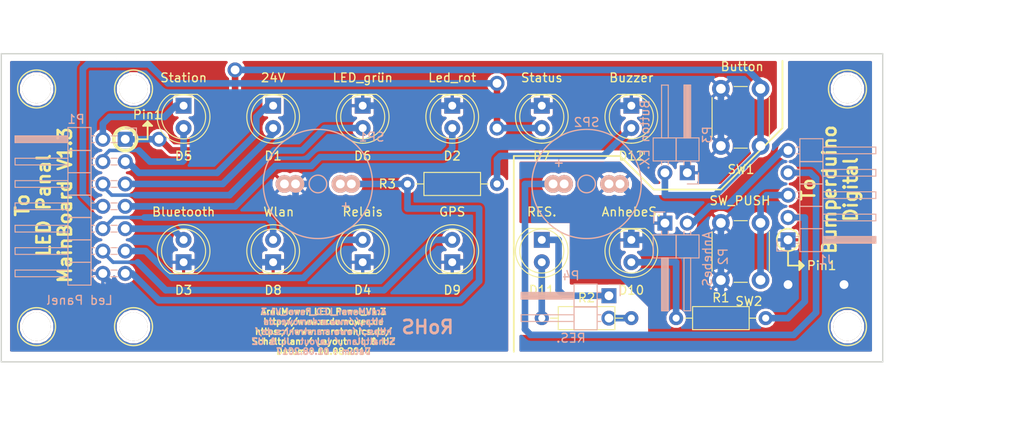
<source format=kicad_pcb>
(kicad_pcb (version 20170123) (host pcbnew "(2017-07-10 revision 2a301d588)-makepkg")

  (general
    (thickness 1.6)
    (drawings 60)
    (tracks 187)
    (zones 0)
    (modules 30)
    (nets 25)
  )

  (page A4)
  (title_block
    (title "Ardumower _LED_Panel_V1.3")
    (date 2017-07-14)
    (rev 1.3)
    (company "ML AG JL UZ")
  )

  (layers
    (0 F.Cu signal)
    (31 B.Cu signal)
    (32 B.Adhes user)
    (33 F.Adhes user)
    (34 B.Paste user)
    (35 F.Paste user)
    (36 B.SilkS user)
    (37 F.SilkS user)
    (38 B.Mask user)
    (39 F.Mask user)
    (40 Dwgs.User user)
    (41 Cmts.User user)
    (42 Eco1.User user)
    (43 Eco2.User user)
    (44 Edge.Cuts user)
    (45 Margin user)
    (46 B.CrtYd user)
    (47 F.CrtYd user)
    (48 B.Fab user)
    (49 F.Fab user)
  )

  (setup
    (last_trace_width 0.75)
    (user_trace_width 0.25)
    (user_trace_width 0.4)
    (user_trace_width 0.5)
    (user_trace_width 0.75)
    (user_trace_width 1)
    (trace_clearance 0.2)
    (zone_clearance 0.3048)
    (zone_45_only yes)
    (trace_min 0.2)
    (segment_width 0.2)
    (edge_width 0.15)
    (via_size 0.8)
    (via_drill 0.4)
    (via_min_size 0.4)
    (via_min_drill 0.3)
    (user_via 1.7 1)
    (user_via 2.5 2)
    (uvia_size 0.3)
    (uvia_drill 0.1)
    (uvias_allowed no)
    (uvia_min_size 0.2)
    (uvia_min_drill 0.1)
    (pcb_text_width 0.3)
    (pcb_text_size 1.5 1.5)
    (mod_edge_width 0.15)
    (mod_text_size 1 1)
    (mod_text_width 0.15)
    (pad_size 2 2)
    (pad_drill 1.1)
    (pad_to_mask_clearance 0.2)
    (aux_axis_origin 86 118)
    (visible_elements 7FFFFF7F)
    (pcbplotparams
      (layerselection 0x00030_ffffffff)
      (usegerberextensions false)
      (excludeedgelayer true)
      (linewidth 0.100000)
      (plotframeref false)
      (viasonmask false)
      (mode 1)
      (useauxorigin false)
      (hpglpennumber 1)
      (hpglpenspeed 20)
      (hpglpendiameter 15)
      (psnegative false)
      (psa4output false)
      (plotreference true)
      (plotvalue true)
      (plotinvisibletext false)
      (padsonsilk false)
      (subtractmaskfromsilk false)
      (outputformat 1)
      (mirror false)
      (drillshape 1)
      (scaleselection 1)
      (outputdirectory ""))
  )

  (net 0 "")
  (net 1 GND)
  (net 2 /Duo_Led_Rot)
  (net 3 /Bluetooth)
  (net 4 /PinCharging_Enable)
  (net 5 /Duo_Led_grün)
  (net 6 /Led_Status)
  (net 7 /Wlan)
  (net 8 /GPS_LED)
  (net 9 /Buzzer)
  (net 10 /24V_GND)
  (net 11 /24V)
  (net 12 /StationLed)
  (net 13 /StationLed_GND)
  (net 14 /Taster)
  (net 15 "Net-(D10-Pad2)")
  (net 16 GNDD)
  (net 17 "Net-(J1-Pad5)")
  (net 18 "Net-(J1-Pad4)")
  (net 19 "Net-(J1-Pad3)")
  (net 20 "Net-(J1-Pad2)")
  (net 21 "Net-(D11-Pad2)")
  (net 22 "Net-(D12-Pad2)")
  (net 23 "Net-(D11-Pad1)")
  (net 24 "Net-(P4-Pad2)")

  (net_class Default "Dies ist die voreingestellte Netzklasse."
    (clearance 0.2)
    (trace_width 0.25)
    (via_dia 0.8)
    (via_drill 0.4)
    (uvia_dia 0.3)
    (uvia_drill 0.1)
    (add_net /24V)
    (add_net /24V_GND)
    (add_net /Bluetooth)
    (add_net /Buzzer)
    (add_net /Duo_Led_Rot)
    (add_net /Duo_Led_grün)
    (add_net /GPS_LED)
    (add_net /Led_Status)
    (add_net /PinCharging_Enable)
    (add_net /StationLed)
    (add_net /StationLed_GND)
    (add_net /Taster)
    (add_net /Wlan)
    (add_net GND)
    (add_net GNDD)
    (add_net "Net-(D10-Pad2)")
    (add_net "Net-(D11-Pad1)")
    (add_net "Net-(D11-Pad2)")
    (add_net "Net-(D12-Pad2)")
    (add_net "Net-(J1-Pad2)")
    (add_net "Net-(J1-Pad3)")
    (add_net "Net-(J1-Pad4)")
    (add_net "Net-(J1-Pad5)")
    (add_net "Net-(P4-Pad2)")
  )

  (module LEDs:LED_D5.0mm (layer F.Cu) (tedit 595E8226) (tstamp 5952D5A5)
    (at 116.84 88.9 270)
    (descr "LED, diameter 5.0mm, 2 pins, http://cdn-reichelt.de/documents/datenblatt/A500/LL-504BC2E-009.pdf")
    (tags "LED diameter 5.0mm 2 pins")
    (path /5952ECC8)
    (fp_text reference D1 (at 5.715 0) (layer F.SilkS)
      (effects (font (size 1 1) (thickness 0.15)))
    )
    (fp_text value 24V (at -3.175 0) (layer F.SilkS)
      (effects (font (size 1 1) (thickness 0.15)))
    )
    (fp_arc (start 1.27 0) (end -1.23 -1.469694) (angle 299.1) (layer F.Fab) (width 0.1))
    (fp_arc (start 1.27 0) (end -1.29 -1.54483) (angle 148.9) (layer F.SilkS) (width 0.12))
    (fp_arc (start 1.27 0) (end -1.29 1.54483) (angle -148.9) (layer F.SilkS) (width 0.12))
    (fp_circle (center 1.27 0) (end 3.77 0) (layer F.Fab) (width 0.1))
    (fp_circle (center 1.27 0) (end 3.77 0) (layer F.SilkS) (width 0.12))
    (fp_line (start -1.23 -1.469694) (end -1.23 1.469694) (layer F.Fab) (width 0.1))
    (fp_line (start -1.29 -1.545) (end -1.29 1.545) (layer F.SilkS) (width 0.12))
    (fp_line (start -1.95 -3.25) (end -1.95 3.25) (layer F.CrtYd) (width 0.05))
    (fp_line (start -1.95 3.25) (end 4.5 3.25) (layer F.CrtYd) (width 0.05))
    (fp_line (start 4.5 3.25) (end 4.5 -3.25) (layer F.CrtYd) (width 0.05))
    (fp_line (start 4.5 -3.25) (end -1.95 -3.25) (layer F.CrtYd) (width 0.05))
    (pad 1 thru_hole rect (at 0 0 270) (size 1.8 1.8) (drill 0.9) (layers *.Cu *.Mask)
      (net 10 /24V_GND))
    (pad 2 thru_hole circle (at 2.54 0 270) (size 1.8 1.8) (drill 0.9) (layers *.Cu *.Mask)
      (net 11 /24V))
    (model LEDs.3dshapes/LED_D5.0mm.wrl
      (at (xyz 0 0 0))
      (scale (xyz 0.393701 0.393701 0.393701))
      (rotate (xyz 0 0 0))
    )
  )

  (module LEDs:LED_D5.0mm (layer F.Cu) (tedit 595E8214) (tstamp 5952D5B6)
    (at 137.16 88.9 270)
    (descr "LED, diameter 5.0mm, 2 pins, http://cdn-reichelt.de/documents/datenblatt/A500/LL-504BC2E-009.pdf")
    (tags "LED diameter 5.0mm 2 pins")
    (path /595306A8)
    (fp_text reference D2 (at 5.715 0) (layer F.SilkS)
      (effects (font (size 1 1) (thickness 0.15)))
    )
    (fp_text value Led_rot (at -3.175 0) (layer F.SilkS)
      (effects (font (size 1 1) (thickness 0.15)))
    )
    (fp_arc (start 1.27 0) (end -1.23 -1.469694) (angle 299.1) (layer F.Fab) (width 0.1))
    (fp_arc (start 1.27 0) (end -1.29 -1.54483) (angle 148.9) (layer F.SilkS) (width 0.12))
    (fp_arc (start 1.27 0) (end -1.29 1.54483) (angle -148.9) (layer F.SilkS) (width 0.12))
    (fp_circle (center 1.27 0) (end 3.77 0) (layer F.Fab) (width 0.1))
    (fp_circle (center 1.27 0) (end 3.77 0) (layer F.SilkS) (width 0.12))
    (fp_line (start -1.23 -1.469694) (end -1.23 1.469694) (layer F.Fab) (width 0.1))
    (fp_line (start -1.29 -1.545) (end -1.29 1.545) (layer F.SilkS) (width 0.12))
    (fp_line (start -1.95 -3.25) (end -1.95 3.25) (layer F.CrtYd) (width 0.05))
    (fp_line (start -1.95 3.25) (end 4.5 3.25) (layer F.CrtYd) (width 0.05))
    (fp_line (start 4.5 3.25) (end 4.5 -3.25) (layer F.CrtYd) (width 0.05))
    (fp_line (start 4.5 -3.25) (end -1.95 -3.25) (layer F.CrtYd) (width 0.05))
    (pad 1 thru_hole rect (at 0 0 270) (size 1.8 1.8) (drill 0.9) (layers *.Cu *.Mask)
      (net 1 GND))
    (pad 2 thru_hole circle (at 2.54 0 270) (size 1.8 1.8) (drill 0.9) (layers *.Cu *.Mask)
      (net 2 /Duo_Led_Rot))
    (model LEDs.3dshapes/LED_D5.0mm.wrl
      (at (xyz 0 0 0))
      (scale (xyz 0.393701 0.393701 0.393701))
      (rotate (xyz 0 0 0))
    )
  )

  (module LEDs:LED_D5.0mm (layer F.Cu) (tedit 595E8245) (tstamp 5952D5C7)
    (at 106.68 106.68 90)
    (descr "LED, diameter 5.0mm, 2 pins, http://cdn-reichelt.de/documents/datenblatt/A500/LL-504BC2E-009.pdf")
    (tags "LED diameter 5.0mm 2 pins")
    (path /59530AC8)
    (fp_text reference D3 (at -3.175 0 180) (layer F.SilkS)
      (effects (font (size 1 1) (thickness 0.15)))
    )
    (fp_text value Bluetooth (at 5.715 0 180) (layer F.SilkS)
      (effects (font (size 1 1) (thickness 0.15)))
    )
    (fp_arc (start 1.27 0) (end -1.23 -1.469694) (angle 299.1) (layer F.Fab) (width 0.1))
    (fp_arc (start 1.27 0) (end -1.29 -1.54483) (angle 148.9) (layer F.SilkS) (width 0.12))
    (fp_arc (start 1.27 0) (end -1.29 1.54483) (angle -148.9) (layer F.SilkS) (width 0.12))
    (fp_circle (center 1.27 0) (end 3.77 0) (layer F.Fab) (width 0.1))
    (fp_circle (center 1.27 0) (end 3.77 0) (layer F.SilkS) (width 0.12))
    (fp_line (start -1.23 -1.469694) (end -1.23 1.469694) (layer F.Fab) (width 0.1))
    (fp_line (start -1.29 -1.545) (end -1.29 1.545) (layer F.SilkS) (width 0.12))
    (fp_line (start -1.95 -3.25) (end -1.95 3.25) (layer F.CrtYd) (width 0.05))
    (fp_line (start -1.95 3.25) (end 4.5 3.25) (layer F.CrtYd) (width 0.05))
    (fp_line (start 4.5 3.25) (end 4.5 -3.25) (layer F.CrtYd) (width 0.05))
    (fp_line (start 4.5 -3.25) (end -1.95 -3.25) (layer F.CrtYd) (width 0.05))
    (pad 1 thru_hole rect (at 0 0 90) (size 1.8 1.8) (drill 0.9) (layers *.Cu *.Mask)
      (net 1 GND))
    (pad 2 thru_hole circle (at 2.54 0 90) (size 1.8 1.8) (drill 0.9) (layers *.Cu *.Mask)
      (net 3 /Bluetooth))
    (model LEDs.3dshapes/LED_D5.0mm.wrl
      (at (xyz 0 0 0))
      (scale (xyz 0.393701 0.393701 0.393701))
      (rotate (xyz 0 0 0))
    )
  )

  (module LEDs:LED_D5.0mm (layer F.Cu) (tedit 595E823B) (tstamp 5952D5D8)
    (at 127 106.68 90)
    (descr "LED, diameter 5.0mm, 2 pins, http://cdn-reichelt.de/documents/datenblatt/A500/LL-504BC2E-009.pdf")
    (tags "LED diameter 5.0mm 2 pins")
    (path /59530EEA)
    (fp_text reference D4 (at -3.175 0 180) (layer F.SilkS)
      (effects (font (size 1 1) (thickness 0.15)))
    )
    (fp_text value Relais (at 5.715 0 180) (layer F.SilkS)
      (effects (font (size 1 1) (thickness 0.15)))
    )
    (fp_arc (start 1.27 0) (end -1.23 -1.469694) (angle 299.1) (layer F.Fab) (width 0.1))
    (fp_arc (start 1.27 0) (end -1.29 -1.54483) (angle 148.9) (layer F.SilkS) (width 0.12))
    (fp_arc (start 1.27 0) (end -1.29 1.54483) (angle -148.9) (layer F.SilkS) (width 0.12))
    (fp_circle (center 1.27 0) (end 3.77 0) (layer F.Fab) (width 0.1))
    (fp_circle (center 1.27 0) (end 3.77 0) (layer F.SilkS) (width 0.12))
    (fp_line (start -1.23 -1.469694) (end -1.23 1.469694) (layer F.Fab) (width 0.1))
    (fp_line (start -1.29 -1.545) (end -1.29 1.545) (layer F.SilkS) (width 0.12))
    (fp_line (start -1.95 -3.25) (end -1.95 3.25) (layer F.CrtYd) (width 0.05))
    (fp_line (start -1.95 3.25) (end 4.5 3.25) (layer F.CrtYd) (width 0.05))
    (fp_line (start 4.5 3.25) (end 4.5 -3.25) (layer F.CrtYd) (width 0.05))
    (fp_line (start 4.5 -3.25) (end -1.95 -3.25) (layer F.CrtYd) (width 0.05))
    (pad 1 thru_hole rect (at 0 0 90) (size 1.8 1.8) (drill 0.9) (layers *.Cu *.Mask)
      (net 1 GND))
    (pad 2 thru_hole circle (at 2.54 0 90) (size 1.8 1.8) (drill 0.9) (layers *.Cu *.Mask)
      (net 4 /PinCharging_Enable))
    (model LEDs.3dshapes/LED_D5.0mm.wrl
      (at (xyz 0 0 0))
      (scale (xyz 0.393701 0.393701 0.393701))
      (rotate (xyz 0 0 0))
    )
  )

  (module LEDs:LED_D5.0mm (layer F.Cu) (tedit 595E822C) (tstamp 5952D5E9)
    (at 106.68 88.9 270)
    (descr "LED, diameter 5.0mm, 2 pins, http://cdn-reichelt.de/documents/datenblatt/A500/LL-504BC2E-009.pdf")
    (tags "LED diameter 5.0mm 2 pins")
    (path /59518EB3)
    (fp_text reference D5 (at 5.715 0) (layer F.SilkS)
      (effects (font (size 1 1) (thickness 0.15)))
    )
    (fp_text value Station (at -3.175 0) (layer F.SilkS)
      (effects (font (size 1 1) (thickness 0.15)))
    )
    (fp_line (start 4.5 -3.25) (end -1.95 -3.25) (layer F.CrtYd) (width 0.05))
    (fp_line (start 4.5 3.25) (end 4.5 -3.25) (layer F.CrtYd) (width 0.05))
    (fp_line (start -1.95 3.25) (end 4.5 3.25) (layer F.CrtYd) (width 0.05))
    (fp_line (start -1.95 -3.25) (end -1.95 3.25) (layer F.CrtYd) (width 0.05))
    (fp_line (start -1.29 -1.545) (end -1.29 1.545) (layer F.SilkS) (width 0.12))
    (fp_line (start -1.23 -1.469694) (end -1.23 1.469694) (layer F.Fab) (width 0.1))
    (fp_circle (center 1.27 0) (end 3.77 0) (layer F.SilkS) (width 0.12))
    (fp_circle (center 1.27 0) (end 3.77 0) (layer F.Fab) (width 0.1))
    (fp_arc (start 1.27 0) (end -1.29 1.54483) (angle -148.9) (layer F.SilkS) (width 0.12))
    (fp_arc (start 1.27 0) (end -1.29 -1.54483) (angle 148.9) (layer F.SilkS) (width 0.12))
    (fp_arc (start 1.27 0) (end -1.23 -1.469694) (angle 299.1) (layer F.Fab) (width 0.1))
    (pad 2 thru_hole circle (at 2.54 0 270) (size 1.8 1.8) (drill 0.9) (layers *.Cu *.Mask)
      (net 12 /StationLed))
    (pad 1 thru_hole rect (at 0 0 270) (size 1.8 1.8) (drill 0.9) (layers *.Cu *.Mask)
      (net 13 /StationLed_GND))
    (model LEDs.3dshapes/LED_D5.0mm.wrl
      (at (xyz 0 0 0))
      (scale (xyz 0.393701 0.393701 0.393701))
      (rotate (xyz 0 0 0))
    )
  )

  (module LEDs:LED_D5.0mm (layer F.Cu) (tedit 595E821F) (tstamp 5952D5FA)
    (at 127 88.9 270)
    (descr "LED, diameter 5.0mm, 2 pins, http://cdn-reichelt.de/documents/datenblatt/A500/LL-504BC2E-009.pdf")
    (tags "LED diameter 5.0mm 2 pins")
    (path /595304D8)
    (fp_text reference D6 (at 5.715 0) (layer F.SilkS)
      (effects (font (size 1 1) (thickness 0.15)))
    )
    (fp_text value LED_grün (at -3.175 0) (layer F.SilkS)
      (effects (font (size 1 1) (thickness 0.15)))
    )
    (fp_line (start 4.5 -3.25) (end -1.95 -3.25) (layer F.CrtYd) (width 0.05))
    (fp_line (start 4.5 3.25) (end 4.5 -3.25) (layer F.CrtYd) (width 0.05))
    (fp_line (start -1.95 3.25) (end 4.5 3.25) (layer F.CrtYd) (width 0.05))
    (fp_line (start -1.95 -3.25) (end -1.95 3.25) (layer F.CrtYd) (width 0.05))
    (fp_line (start -1.29 -1.545) (end -1.29 1.545) (layer F.SilkS) (width 0.12))
    (fp_line (start -1.23 -1.469694) (end -1.23 1.469694) (layer F.Fab) (width 0.1))
    (fp_circle (center 1.27 0) (end 3.77 0) (layer F.SilkS) (width 0.12))
    (fp_circle (center 1.27 0) (end 3.77 0) (layer F.Fab) (width 0.1))
    (fp_arc (start 1.27 0) (end -1.29 1.54483) (angle -148.9) (layer F.SilkS) (width 0.12))
    (fp_arc (start 1.27 0) (end -1.29 -1.54483) (angle 148.9) (layer F.SilkS) (width 0.12))
    (fp_arc (start 1.27 0) (end -1.23 -1.469694) (angle 299.1) (layer F.Fab) (width 0.1))
    (pad 2 thru_hole circle (at 2.54 0 270) (size 1.8 1.8) (drill 0.9) (layers *.Cu *.Mask)
      (net 5 /Duo_Led_grün))
    (pad 1 thru_hole rect (at 0 0 270) (size 1.8 1.8) (drill 0.9) (layers *.Cu *.Mask)
      (net 1 GND))
    (model LEDs.3dshapes/LED_D5.0mm.wrl
      (at (xyz 0 0 0))
      (scale (xyz 0.393701 0.393701 0.393701))
      (rotate (xyz 0 0 0))
    )
  )

  (module LEDs:LED_D5.0mm (layer F.Cu) (tedit 595E820F) (tstamp 5952D60B)
    (at 147.32 88.9 270)
    (descr "LED, diameter 5.0mm, 2 pins, http://cdn-reichelt.de/documents/datenblatt/A500/LL-504BC2E-009.pdf")
    (tags "LED diameter 5.0mm 2 pins")
    (path /595308D8)
    (fp_text reference D7 (at 5.715 0) (layer F.SilkS)
      (effects (font (size 1 1) (thickness 0.15)))
    )
    (fp_text value Status (at -3.175 0) (layer F.SilkS)
      (effects (font (size 1 1) (thickness 0.15)))
    )
    (fp_line (start 4.5 -3.25) (end -1.95 -3.25) (layer F.CrtYd) (width 0.05))
    (fp_line (start 4.5 3.25) (end 4.5 -3.25) (layer F.CrtYd) (width 0.05))
    (fp_line (start -1.95 3.25) (end 4.5 3.25) (layer F.CrtYd) (width 0.05))
    (fp_line (start -1.95 -3.25) (end -1.95 3.25) (layer F.CrtYd) (width 0.05))
    (fp_line (start -1.29 -1.545) (end -1.29 1.545) (layer F.SilkS) (width 0.12))
    (fp_line (start -1.23 -1.469694) (end -1.23 1.469694) (layer F.Fab) (width 0.1))
    (fp_circle (center 1.27 0) (end 3.77 0) (layer F.SilkS) (width 0.12))
    (fp_circle (center 1.27 0) (end 3.77 0) (layer F.Fab) (width 0.1))
    (fp_arc (start 1.27 0) (end -1.29 1.54483) (angle -148.9) (layer F.SilkS) (width 0.12))
    (fp_arc (start 1.27 0) (end -1.29 -1.54483) (angle 148.9) (layer F.SilkS) (width 0.12))
    (fp_arc (start 1.27 0) (end -1.23 -1.469694) (angle 299.1) (layer F.Fab) (width 0.1))
    (pad 2 thru_hole circle (at 2.54 0 270) (size 1.8 1.8) (drill 0.9) (layers *.Cu *.Mask)
      (net 6 /Led_Status))
    (pad 1 thru_hole rect (at 0 0 270) (size 1.8 1.8) (drill 0.9) (layers *.Cu *.Mask)
      (net 1 GND))
    (model LEDs.3dshapes/LED_D5.0mm.wrl
      (at (xyz 0 0 0))
      (scale (xyz 0.393701 0.393701 0.393701))
      (rotate (xyz 0 0 0))
    )
  )

  (module LEDs:LED_D5.0mm (layer F.Cu) (tedit 595E8240) (tstamp 5952D61C)
    (at 116.84 106.68 90)
    (descr "LED, diameter 5.0mm, 2 pins, http://cdn-reichelt.de/documents/datenblatt/A500/LL-504BC2E-009.pdf")
    (tags "LED diameter 5.0mm 2 pins")
    (path /59530C9A)
    (fp_text reference D8 (at -3.175 0 180) (layer F.SilkS)
      (effects (font (size 1 1) (thickness 0.15)))
    )
    (fp_text value Wlan (at 5.715 0.635 180) (layer F.SilkS)
      (effects (font (size 1 1) (thickness 0.15)))
    )
    (fp_line (start 4.5 -3.25) (end -1.95 -3.25) (layer F.CrtYd) (width 0.05))
    (fp_line (start 4.5 3.25) (end 4.5 -3.25) (layer F.CrtYd) (width 0.05))
    (fp_line (start -1.95 3.25) (end 4.5 3.25) (layer F.CrtYd) (width 0.05))
    (fp_line (start -1.95 -3.25) (end -1.95 3.25) (layer F.CrtYd) (width 0.05))
    (fp_line (start -1.29 -1.545) (end -1.29 1.545) (layer F.SilkS) (width 0.12))
    (fp_line (start -1.23 -1.469694) (end -1.23 1.469694) (layer F.Fab) (width 0.1))
    (fp_circle (center 1.27 0) (end 3.77 0) (layer F.SilkS) (width 0.12))
    (fp_circle (center 1.27 0) (end 3.77 0) (layer F.Fab) (width 0.1))
    (fp_arc (start 1.27 0) (end -1.29 1.54483) (angle -148.9) (layer F.SilkS) (width 0.12))
    (fp_arc (start 1.27 0) (end -1.29 -1.54483) (angle 148.9) (layer F.SilkS) (width 0.12))
    (fp_arc (start 1.27 0) (end -1.23 -1.469694) (angle 299.1) (layer F.Fab) (width 0.1))
    (pad 2 thru_hole circle (at 2.54 0 90) (size 1.8 1.8) (drill 0.9) (layers *.Cu *.Mask)
      (net 7 /Wlan))
    (pad 1 thru_hole rect (at 0 0 90) (size 1.8 1.8) (drill 0.9) (layers *.Cu *.Mask)
      (net 1 GND))
    (model LEDs.3dshapes/LED_D5.0mm.wrl
      (at (xyz 0 0 0))
      (scale (xyz 0.393701 0.393701 0.393701))
      (rotate (xyz 0 0 0))
    )
  )

  (module LEDs:LED_D5.0mm (layer F.Cu) (tedit 595E8237) (tstamp 5952D62D)
    (at 137.16 106.68 90)
    (descr "LED, diameter 5.0mm, 2 pins, http://cdn-reichelt.de/documents/datenblatt/A500/LL-504BC2E-009.pdf")
    (tags "LED diameter 5.0mm 2 pins")
    (path /59531322)
    (fp_text reference D9 (at -3.175 0 180) (layer F.SilkS)
      (effects (font (size 1 1) (thickness 0.15)))
    )
    (fp_text value GPS (at 5.715 0 180) (layer F.SilkS)
      (effects (font (size 1 1) (thickness 0.15)))
    )
    (fp_line (start 4.5 -3.25) (end -1.95 -3.25) (layer F.CrtYd) (width 0.05))
    (fp_line (start 4.5 3.25) (end 4.5 -3.25) (layer F.CrtYd) (width 0.05))
    (fp_line (start -1.95 3.25) (end 4.5 3.25) (layer F.CrtYd) (width 0.05))
    (fp_line (start -1.95 -3.25) (end -1.95 3.25) (layer F.CrtYd) (width 0.05))
    (fp_line (start -1.29 -1.545) (end -1.29 1.545) (layer F.SilkS) (width 0.12))
    (fp_line (start -1.23 -1.469694) (end -1.23 1.469694) (layer F.Fab) (width 0.1))
    (fp_circle (center 1.27 0) (end 3.77 0) (layer F.SilkS) (width 0.12))
    (fp_circle (center 1.27 0) (end 3.77 0) (layer F.Fab) (width 0.1))
    (fp_arc (start 1.27 0) (end -1.29 1.54483) (angle -148.9) (layer F.SilkS) (width 0.12))
    (fp_arc (start 1.27 0) (end -1.29 -1.54483) (angle 148.9) (layer F.SilkS) (width 0.12))
    (fp_arc (start 1.27 0) (end -1.23 -1.469694) (angle 299.1) (layer F.Fab) (width 0.1))
    (pad 2 thru_hole circle (at 2.54 0 90) (size 1.8 1.8) (drill 0.9) (layers *.Cu *.Mask)
      (net 8 /GPS_LED))
    (pad 1 thru_hole rect (at 0 0 90) (size 1.8 1.8) (drill 0.9) (layers *.Cu *.Mask)
      (net 1 GND))
    (model LEDs.3dshapes/LED_D5.0mm.wrl
      (at (xyz 0 0 0))
      (scale (xyz 0.393701 0.393701 0.393701))
      (rotate (xyz 0 0 0))
    )
  )

  (module Zimprich:Buzzer_12x9.5RM7.6_RM5.0 (layer B.Cu) (tedit 59582858) (tstamp 5952D695)
    (at 121.92 97.79)
    (descr "Generic Buzzer, D12mm height 9.5mm with RM7.6mm")
    (tags buzzer)
    (path /59517E25)
    (fp_text reference SP1 (at 6.096 -5.334) (layer B.SilkS)
      (effects (font (size 1 1) (thickness 0.15)) (justify mirror))
    )
    (fp_text value Buzzer (at 0 -2.5 -180) (layer B.Fab)
      (effects (font (size 1 1) (thickness 0.15)) (justify mirror))
    )
    (fp_circle (center 0 0) (end 1.00076 0) (layer B.SilkS) (width 0.15))
    (fp_text user + (at 3.1496 2.4384) (layer B.SilkS)
      (effects (font (size 1 1) (thickness 0.15)) (justify mirror))
    )
    (fp_circle (center 0 0) (end 6.20014 0) (layer B.SilkS) (width 0.15))
    (pad 2 thru_hole circle (at 2.54 0) (size 2 2) (drill 1.00076) (layers *.Cu *.Mask B.SilkS)
      (net 9 /Buzzer))
    (pad 1 thru_hole circle (at -2.54 0) (size 2 2) (drill 1.00076) (layers *.Cu *.Mask B.SilkS)
      (net 1 GND))
    (pad 2 thru_hole circle (at 3.79984 0) (size 2 2) (drill 1.00076) (layers *.Cu *.Mask B.SilkS)
      (net 9 /Buzzer))
    (pad 1 thru_hole circle (at -3.79984 0) (size 2 2) (drill 1.00076) (layers *.Cu *.Mask B.SilkS)
      (net 1 GND))
    (model ${KISYS3DMOD}/Buzzers_Beepers.3dshapes/Buzzer_12x9.5RM7.6.wrl
      (at (xyz 0 0 0))
      (scale (xyz 4 4 4))
      (rotate (xyz 0 0 0))
    )
  )

  (module Buttons_Switches_THT:SW_PUSH_6mm_h8.5mm (layer F.Cu) (tedit 595E8B50) (tstamp 5952D6B3)
    (at 167.64 93.472 90)
    (descr "tactile push button, 6x6mm e.g. PHAP33xx series, height=8.5mm")
    (tags "tact sw push 6mm")
    (path /595323DF)
    (fp_text reference SW1 (at -2.667 2.286 180) (layer F.SilkS)
      (effects (font (size 1 1) (thickness 0.15)))
    )
    (fp_text value Button (at 9.017 2.413 180) (layer F.SilkS)
      (effects (font (size 1 1) (thickness 0.15)))
    )
    (fp_line (start 3.25 -0.75) (end 6.25 -0.75) (layer F.Fab) (width 0.1))
    (fp_line (start 6.25 -0.75) (end 6.25 5.25) (layer F.Fab) (width 0.1))
    (fp_line (start 6.25 5.25) (end 0.25 5.25) (layer F.Fab) (width 0.1))
    (fp_line (start 0.25 5.25) (end 0.25 -0.75) (layer F.Fab) (width 0.1))
    (fp_line (start 0.25 -0.75) (end 3.25 -0.75) (layer F.Fab) (width 0.1))
    (fp_line (start 7.75 6) (end 8 6) (layer F.CrtYd) (width 0.05))
    (fp_line (start 8 6) (end 8 5.75) (layer F.CrtYd) (width 0.05))
    (fp_line (start 7.75 -1.5) (end 8 -1.5) (layer F.CrtYd) (width 0.05))
    (fp_line (start 8 -1.5) (end 8 -1.25) (layer F.CrtYd) (width 0.05))
    (fp_line (start -1.5 -1.25) (end -1.5 -1.5) (layer F.CrtYd) (width 0.05))
    (fp_line (start -1.5 -1.5) (end -1.25 -1.5) (layer F.CrtYd) (width 0.05))
    (fp_line (start -1.5 5.75) (end -1.5 6) (layer F.CrtYd) (width 0.05))
    (fp_line (start -1.5 6) (end -1.25 6) (layer F.CrtYd) (width 0.05))
    (fp_line (start -1.25 -1.5) (end 7.75 -1.5) (layer F.CrtYd) (width 0.05))
    (fp_line (start -1.5 5.75) (end -1.5 -1.25) (layer F.CrtYd) (width 0.05))
    (fp_line (start 7.75 6) (end -1.25 6) (layer F.CrtYd) (width 0.05))
    (fp_line (start 8 -1.25) (end 8 5.75) (layer F.CrtYd) (width 0.05))
    (fp_line (start 1 5.5) (end 5.5 5.5) (layer F.SilkS) (width 0.12))
    (fp_line (start -0.25 1.5) (end -0.25 3) (layer F.SilkS) (width 0.12))
    (fp_line (start 5.5 -1) (end 1 -1) (layer F.SilkS) (width 0.12))
    (fp_line (start 6.75 3) (end 6.75 1.5) (layer F.SilkS) (width 0.12))
    (fp_circle (center 3.25 2.25) (end 1.25 2.5) (layer F.Fab) (width 0.1))
    (pad 2 thru_hole circle (at 0 4.5 180) (size 2 2) (drill 1.1) (layers *.Cu *.Mask)
      (net 14 /Taster))
    (pad 1 thru_hole circle (at 0 0 180) (size 2 2) (drill 1.1) (layers *.Cu *.Mask)
      (net 1 GND))
    (pad 2 thru_hole circle (at 6.5 4.5 180) (size 2 2) (drill 1.1) (layers *.Cu *.Mask)
      (net 14 /Taster))
    (pad 1 thru_hole circle (at 6.5 0 180) (size 2 2) (drill 1.1) (layers *.Cu *.Mask)
      (net 1 GND))
    (model Buttons_Switches_THT.3dshapes/SW_PUSH_6mm_h8.5mm.wrl
      (at (xyz 0.005 0 0))
      (scale (xyz 0.3937 0.3937 0.3937))
      (rotate (xyz 0 0 0))
    )
  )

  (module Pin_Headers:Pin_Header_Angled_2x07_Pitch2.54mm (layer B.Cu) (tedit 595E8B0B) (tstamp 595BBC9C)
    (at 100.06 92.71 180)
    (descr "Through hole angled pin header, 2x07, 2.54mm pitch, 6mm pin length, double rows")
    (tags "Through hole angled pin header THT 2x07 2.54mm double row")
    (path /59517E64)
    (fp_text reference P1 (at 5.585 2.27 180) (layer B.SilkS)
      (effects (font (size 1 1) (thickness 0.15)) (justify mirror))
    )
    (fp_text value "Led Panel" (at 5.191 -18.288 180) (layer B.SilkS)
      (effects (font (size 1 1) (thickness 0.15)) (justify mirror))
    )
    (fp_text user %R (at 5.585 2.27 180) (layer B.Fab)
      (effects (font (size 1 1) (thickness 0.15)) (justify mirror))
    )
    (fp_line (start 12.95 1.8) (end -1.8 1.8) (layer B.CrtYd) (width 0.05))
    (fp_line (start 12.95 -17.05) (end 12.95 1.8) (layer B.CrtYd) (width 0.05))
    (fp_line (start -1.8 -17.05) (end 12.95 -17.05) (layer B.CrtYd) (width 0.05))
    (fp_line (start -1.8 1.8) (end -1.8 -17.05) (layer B.CrtYd) (width 0.05))
    (fp_line (start -1.27 1.27) (end 0 1.27) (layer B.SilkS) (width 0.12))
    (fp_line (start -1.27 0) (end -1.27 1.27) (layer B.SilkS) (width 0.12))
    (fp_line (start 0.91 -15.62) (end 1.63 -15.62) (layer B.SilkS) (width 0.12))
    (fp_line (start 0.91 -14.86) (end 1.63 -14.86) (layer B.SilkS) (width 0.12))
    (fp_line (start 3.45 -15.62) (end 3.88 -15.62) (layer B.SilkS) (width 0.12))
    (fp_line (start 3.45 -14.86) (end 3.88 -14.86) (layer B.SilkS) (width 0.12))
    (fp_line (start 12.5 -14.86) (end 6.5 -14.86) (layer B.SilkS) (width 0.12))
    (fp_line (start 12.5 -15.62) (end 12.5 -14.86) (layer B.SilkS) (width 0.12))
    (fp_line (start 6.5 -15.62) (end 12.5 -15.62) (layer B.SilkS) (width 0.12))
    (fp_line (start 6.5 -14.86) (end 6.5 -15.62) (layer B.SilkS) (width 0.12))
    (fp_line (start 6.5 -13.97) (end 3.88 -13.97) (layer B.SilkS) (width 0.12))
    (fp_line (start 6.5 -16.57) (end 6.5 -13.97) (layer B.SilkS) (width 0.12))
    (fp_line (start 3.88 -16.57) (end 6.5 -16.57) (layer B.SilkS) (width 0.12))
    (fp_line (start 3.88 -13.97) (end 3.88 -16.57) (layer B.SilkS) (width 0.12))
    (fp_line (start 0.91 -13.08) (end 1.63 -13.08) (layer B.SilkS) (width 0.12))
    (fp_line (start 0.91 -12.32) (end 1.63 -12.32) (layer B.SilkS) (width 0.12))
    (fp_line (start 3.45 -13.08) (end 3.88 -13.08) (layer B.SilkS) (width 0.12))
    (fp_line (start 3.45 -12.32) (end 3.88 -12.32) (layer B.SilkS) (width 0.12))
    (fp_line (start 12.5 -12.32) (end 6.5 -12.32) (layer B.SilkS) (width 0.12))
    (fp_line (start 12.5 -13.08) (end 12.5 -12.32) (layer B.SilkS) (width 0.12))
    (fp_line (start 6.5 -13.08) (end 12.5 -13.08) (layer B.SilkS) (width 0.12))
    (fp_line (start 6.5 -12.32) (end 6.5 -13.08) (layer B.SilkS) (width 0.12))
    (fp_line (start 6.5 -11.43) (end 3.88 -11.43) (layer B.SilkS) (width 0.12))
    (fp_line (start 6.5 -13.97) (end 6.5 -11.43) (layer B.SilkS) (width 0.12))
    (fp_line (start 3.88 -13.97) (end 6.5 -13.97) (layer B.SilkS) (width 0.12))
    (fp_line (start 3.88 -11.43) (end 3.88 -13.97) (layer B.SilkS) (width 0.12))
    (fp_line (start 0.91 -10.54) (end 1.63 -10.54) (layer B.SilkS) (width 0.12))
    (fp_line (start 0.91 -9.78) (end 1.63 -9.78) (layer B.SilkS) (width 0.12))
    (fp_line (start 3.45 -10.54) (end 3.88 -10.54) (layer B.SilkS) (width 0.12))
    (fp_line (start 3.45 -9.78) (end 3.88 -9.78) (layer B.SilkS) (width 0.12))
    (fp_line (start 12.5 -9.78) (end 6.5 -9.78) (layer B.SilkS) (width 0.12))
    (fp_line (start 12.5 -10.54) (end 12.5 -9.78) (layer B.SilkS) (width 0.12))
    (fp_line (start 6.5 -10.54) (end 12.5 -10.54) (layer B.SilkS) (width 0.12))
    (fp_line (start 6.5 -9.78) (end 6.5 -10.54) (layer B.SilkS) (width 0.12))
    (fp_line (start 6.5 -8.89) (end 3.88 -8.89) (layer B.SilkS) (width 0.12))
    (fp_line (start 6.5 -11.43) (end 6.5 -8.89) (layer B.SilkS) (width 0.12))
    (fp_line (start 3.88 -11.43) (end 6.5 -11.43) (layer B.SilkS) (width 0.12))
    (fp_line (start 3.88 -8.89) (end 3.88 -11.43) (layer B.SilkS) (width 0.12))
    (fp_line (start 0.91 -8) (end 1.63 -8) (layer B.SilkS) (width 0.12))
    (fp_line (start 0.91 -7.24) (end 1.63 -7.24) (layer B.SilkS) (width 0.12))
    (fp_line (start 3.45 -8) (end 3.88 -8) (layer B.SilkS) (width 0.12))
    (fp_line (start 3.45 -7.24) (end 3.88 -7.24) (layer B.SilkS) (width 0.12))
    (fp_line (start 12.5 -7.24) (end 6.5 -7.24) (layer B.SilkS) (width 0.12))
    (fp_line (start 12.5 -8) (end 12.5 -7.24) (layer B.SilkS) (width 0.12))
    (fp_line (start 6.5 -8) (end 12.5 -8) (layer B.SilkS) (width 0.12))
    (fp_line (start 6.5 -7.24) (end 6.5 -8) (layer B.SilkS) (width 0.12))
    (fp_line (start 6.5 -6.35) (end 3.88 -6.35) (layer B.SilkS) (width 0.12))
    (fp_line (start 6.5 -8.89) (end 6.5 -6.35) (layer B.SilkS) (width 0.12))
    (fp_line (start 3.88 -8.89) (end 6.5 -8.89) (layer B.SilkS) (width 0.12))
    (fp_line (start 3.88 -6.35) (end 3.88 -8.89) (layer B.SilkS) (width 0.12))
    (fp_line (start 0.91 -5.46) (end 1.63 -5.46) (layer B.SilkS) (width 0.12))
    (fp_line (start 0.91 -4.7) (end 1.63 -4.7) (layer B.SilkS) (width 0.12))
    (fp_line (start 3.45 -5.46) (end 3.88 -5.46) (layer B.SilkS) (width 0.12))
    (fp_line (start 3.45 -4.7) (end 3.88 -4.7) (layer B.SilkS) (width 0.12))
    (fp_line (start 12.5 -4.7) (end 6.5 -4.7) (layer B.SilkS) (width 0.12))
    (fp_line (start 12.5 -5.46) (end 12.5 -4.7) (layer B.SilkS) (width 0.12))
    (fp_line (start 6.5 -5.46) (end 12.5 -5.46) (layer B.SilkS) (width 0.12))
    (fp_line (start 6.5 -4.7) (end 6.5 -5.46) (layer B.SilkS) (width 0.12))
    (fp_line (start 6.5 -3.81) (end 3.88 -3.81) (layer B.SilkS) (width 0.12))
    (fp_line (start 6.5 -6.35) (end 6.5 -3.81) (layer B.SilkS) (width 0.12))
    (fp_line (start 3.88 -6.35) (end 6.5 -6.35) (layer B.SilkS) (width 0.12))
    (fp_line (start 3.88 -3.81) (end 3.88 -6.35) (layer B.SilkS) (width 0.12))
    (fp_line (start 0.91 -2.92) (end 1.63 -2.92) (layer B.SilkS) (width 0.12))
    (fp_line (start 0.91 -2.16) (end 1.63 -2.16) (layer B.SilkS) (width 0.12))
    (fp_line (start 3.45 -2.92) (end 3.88 -2.92) (layer B.SilkS) (width 0.12))
    (fp_line (start 3.45 -2.16) (end 3.88 -2.16) (layer B.SilkS) (width 0.12))
    (fp_line (start 12.5 -2.16) (end 6.5 -2.16) (layer B.SilkS) (width 0.12))
    (fp_line (start 12.5 -2.92) (end 12.5 -2.16) (layer B.SilkS) (width 0.12))
    (fp_line (start 6.5 -2.92) (end 12.5 -2.92) (layer B.SilkS) (width 0.12))
    (fp_line (start 6.5 -2.16) (end 6.5 -2.92) (layer B.SilkS) (width 0.12))
    (fp_line (start 6.5 -1.27) (end 3.88 -1.27) (layer B.SilkS) (width 0.12))
    (fp_line (start 6.5 -3.81) (end 6.5 -1.27) (layer B.SilkS) (width 0.12))
    (fp_line (start 3.88 -3.81) (end 6.5 -3.81) (layer B.SilkS) (width 0.12))
    (fp_line (start 3.88 -1.27) (end 3.88 -3.81) (layer B.SilkS) (width 0.12))
    (fp_line (start 6.5 -0.34) (end 12.5 -0.34) (layer B.SilkS) (width 0.12))
    (fp_line (start 6.5 -0.22) (end 12.5 -0.22) (layer B.SilkS) (width 0.12))
    (fp_line (start 6.5 -0.1) (end 12.5 -0.1) (layer B.SilkS) (width 0.12))
    (fp_line (start 6.5 0.02) (end 12.5 0.02) (layer B.SilkS) (width 0.12))
    (fp_line (start 6.5 0.14) (end 12.5 0.14) (layer B.SilkS) (width 0.12))
    (fp_line (start 6.5 0.26) (end 12.5 0.26) (layer B.SilkS) (width 0.12))
    (fp_line (start 0.91 -0.38) (end 1.63 -0.38) (layer B.SilkS) (width 0.12))
    (fp_line (start 0.91 0.38) (end 1.63 0.38) (layer B.SilkS) (width 0.12))
    (fp_line (start 3.45 -0.38) (end 3.88 -0.38) (layer B.SilkS) (width 0.12))
    (fp_line (start 3.45 0.38) (end 3.88 0.38) (layer B.SilkS) (width 0.12))
    (fp_line (start 12.5 0.38) (end 6.5 0.38) (layer B.SilkS) (width 0.12))
    (fp_line (start 12.5 -0.38) (end 12.5 0.38) (layer B.SilkS) (width 0.12))
    (fp_line (start 6.5 -0.38) (end 12.5 -0.38) (layer B.SilkS) (width 0.12))
    (fp_line (start 6.5 0.38) (end 6.5 -0.38) (layer B.SilkS) (width 0.12))
    (fp_line (start 6.5 1.33) (end 3.88 1.33) (layer B.SilkS) (width 0.12))
    (fp_line (start 6.5 -1.27) (end 6.5 1.33) (layer B.SilkS) (width 0.12))
    (fp_line (start 3.88 -1.27) (end 6.5 -1.27) (layer B.SilkS) (width 0.12))
    (fp_line (start 3.88 1.33) (end 3.88 -1.27) (layer B.SilkS) (width 0.12))
    (fp_line (start 12.44 -14.92) (end 0 -14.92) (layer B.Fab) (width 0.1))
    (fp_line (start 12.44 -15.56) (end 12.44 -14.92) (layer B.Fab) (width 0.1))
    (fp_line (start 0 -15.56) (end 12.44 -15.56) (layer B.Fab) (width 0.1))
    (fp_line (start 0 -14.92) (end 0 -15.56) (layer B.Fab) (width 0.1))
    (fp_line (start 6.44 -13.97) (end 3.94 -13.97) (layer B.Fab) (width 0.1))
    (fp_line (start 6.44 -16.51) (end 6.44 -13.97) (layer B.Fab) (width 0.1))
    (fp_line (start 3.94 -16.51) (end 6.44 -16.51) (layer B.Fab) (width 0.1))
    (fp_line (start 3.94 -13.97) (end 3.94 -16.51) (layer B.Fab) (width 0.1))
    (fp_line (start 12.44 -12.38) (end 0 -12.38) (layer B.Fab) (width 0.1))
    (fp_line (start 12.44 -13.02) (end 12.44 -12.38) (layer B.Fab) (width 0.1))
    (fp_line (start 0 -13.02) (end 12.44 -13.02) (layer B.Fab) (width 0.1))
    (fp_line (start 0 -12.38) (end 0 -13.02) (layer B.Fab) (width 0.1))
    (fp_line (start 6.44 -11.43) (end 3.94 -11.43) (layer B.Fab) (width 0.1))
    (fp_line (start 6.44 -13.97) (end 6.44 -11.43) (layer B.Fab) (width 0.1))
    (fp_line (start 3.94 -13.97) (end 6.44 -13.97) (layer B.Fab) (width 0.1))
    (fp_line (start 3.94 -11.43) (end 3.94 -13.97) (layer B.Fab) (width 0.1))
    (fp_line (start 12.44 -9.84) (end 0 -9.84) (layer B.Fab) (width 0.1))
    (fp_line (start 12.44 -10.48) (end 12.44 -9.84) (layer B.Fab) (width 0.1))
    (fp_line (start 0 -10.48) (end 12.44 -10.48) (layer B.Fab) (width 0.1))
    (fp_line (start 0 -9.84) (end 0 -10.48) (layer B.Fab) (width 0.1))
    (fp_line (start 6.44 -8.89) (end 3.94 -8.89) (layer B.Fab) (width 0.1))
    (fp_line (start 6.44 -11.43) (end 6.44 -8.89) (layer B.Fab) (width 0.1))
    (fp_line (start 3.94 -11.43) (end 6.44 -11.43) (layer B.Fab) (width 0.1))
    (fp_line (start 3.94 -8.89) (end 3.94 -11.43) (layer B.Fab) (width 0.1))
    (fp_line (start 12.44 -7.3) (end 0 -7.3) (layer B.Fab) (width 0.1))
    (fp_line (start 12.44 -7.94) (end 12.44 -7.3) (layer B.Fab) (width 0.1))
    (fp_line (start 0 -7.94) (end 12.44 -7.94) (layer B.Fab) (width 0.1))
    (fp_line (start 0 -7.3) (end 0 -7.94) (layer B.Fab) (width 0.1))
    (fp_line (start 6.44 -6.35) (end 3.94 -6.35) (layer B.Fab) (width 0.1))
    (fp_line (start 6.44 -8.89) (end 6.44 -6.35) (layer B.Fab) (width 0.1))
    (fp_line (start 3.94 -8.89) (end 6.44 -8.89) (layer B.Fab) (width 0.1))
    (fp_line (start 3.94 -6.35) (end 3.94 -8.89) (layer B.Fab) (width 0.1))
    (fp_line (start 12.44 -4.76) (end 0 -4.76) (layer B.Fab) (width 0.1))
    (fp_line (start 12.44 -5.4) (end 12.44 -4.76) (layer B.Fab) (width 0.1))
    (fp_line (start 0 -5.4) (end 12.44 -5.4) (layer B.Fab) (width 0.1))
    (fp_line (start 0 -4.76) (end 0 -5.4) (layer B.Fab) (width 0.1))
    (fp_line (start 6.44 -3.81) (end 3.94 -3.81) (layer B.Fab) (width 0.1))
    (fp_line (start 6.44 -6.35) (end 6.44 -3.81) (layer B.Fab) (width 0.1))
    (fp_line (start 3.94 -6.35) (end 6.44 -6.35) (layer B.Fab) (width 0.1))
    (fp_line (start 3.94 -3.81) (end 3.94 -6.35) (layer B.Fab) (width 0.1))
    (fp_line (start 12.44 -2.22) (end 0 -2.22) (layer B.Fab) (width 0.1))
    (fp_line (start 12.44 -2.86) (end 12.44 -2.22) (layer B.Fab) (width 0.1))
    (fp_line (start 0 -2.86) (end 12.44 -2.86) (layer B.Fab) (width 0.1))
    (fp_line (start 0 -2.22) (end 0 -2.86) (layer B.Fab) (width 0.1))
    (fp_line (start 6.44 -1.27) (end 3.94 -1.27) (layer B.Fab) (width 0.1))
    (fp_line (start 6.44 -3.81) (end 6.44 -1.27) (layer B.Fab) (width 0.1))
    (fp_line (start 3.94 -3.81) (end 6.44 -3.81) (layer B.Fab) (width 0.1))
    (fp_line (start 3.94 -1.27) (end 3.94 -3.81) (layer B.Fab) (width 0.1))
    (fp_line (start 12.44 0.32) (end 0 0.32) (layer B.Fab) (width 0.1))
    (fp_line (start 12.44 -0.32) (end 12.44 0.32) (layer B.Fab) (width 0.1))
    (fp_line (start 0 -0.32) (end 12.44 -0.32) (layer B.Fab) (width 0.1))
    (fp_line (start 0 0.32) (end 0 -0.32) (layer B.Fab) (width 0.1))
    (fp_line (start 6.44 1.27) (end 3.94 1.27) (layer B.Fab) (width 0.1))
    (fp_line (start 6.44 -1.27) (end 6.44 1.27) (layer B.Fab) (width 0.1))
    (fp_line (start 3.94 -1.27) (end 6.44 -1.27) (layer B.Fab) (width 0.1))
    (fp_line (start 3.94 1.27) (end 3.94 -1.27) (layer B.Fab) (width 0.1))
    (pad 14 thru_hole oval (at 2.54 -15.24 180) (size 1.7 1.7) (drill 1) (layers *.Cu *.Mask)
      (net 1 GND))
    (pad 13 thru_hole oval (at 0 -15.24 180) (size 1.7 1.7) (drill 1) (layers *.Cu *.Mask)
      (net 9 /Buzzer))
    (pad 12 thru_hole oval (at 2.54 -12.7 180) (size 1.7 1.7) (drill 1) (layers *.Cu *.Mask)
      (net 8 /GPS_LED))
    (pad 11 thru_hole oval (at 0 -12.7 180) (size 1.7 1.7) (drill 1) (layers *.Cu *.Mask)
      (net 4 /PinCharging_Enable))
    (pad 10 thru_hole oval (at 2.54 -10.16 180) (size 1.7 1.7) (drill 1) (layers *.Cu *.Mask)
      (net 7 /Wlan))
    (pad 9 thru_hole oval (at 0 -10.16 180) (size 1.7 1.7) (drill 1) (layers *.Cu *.Mask)
      (net 3 /Bluetooth))
    (pad 8 thru_hole oval (at 2.54 -7.62 180) (size 1.7 1.7) (drill 1) (layers *.Cu *.Mask)
      (net 6 /Led_Status))
    (pad 7 thru_hole oval (at 0 -7.62 180) (size 1.7 1.7) (drill 1) (layers *.Cu *.Mask)
      (net 2 /Duo_Led_Rot))
    (pad 6 thru_hole oval (at 2.54 -5.08 180) (size 1.7 1.7) (drill 1) (layers *.Cu *.Mask)
      (net 5 /Duo_Led_grün))
    (pad 5 thru_hole oval (at 0 -5.08 180) (size 1.7 1.7) (drill 1) (layers *.Cu *.Mask)
      (net 11 /24V))
    (pad 4 thru_hole oval (at 2.54 -2.54 180) (size 1.7 1.7) (drill 1) (layers *.Cu *.Mask)
      (net 12 /StationLed))
    (pad 3 thru_hole oval (at 0 -2.54 180) (size 1.7 1.7) (drill 1) (layers *.Cu *.Mask)
      (net 10 /24V_GND))
    (pad 2 thru_hole oval (at 2.54 0 180) (size 1.7 1.7) (drill 1) (layers *.Cu *.Mask)
      (net 13 /StationLed_GND))
    (pad 1 thru_hole rect (at 0 0 180) (size 1.7 1.7) (drill 1) (layers *.Cu *.Mask)
      (net 14 /Taster))
    (model ${KISYS3DMOD}/Pin_Headers.3dshapes/Pin_Header_Angled_2x07_Pitch2.54mm.wrll
      (at (xyz 0.05 -0.2913385826771654 0))
      (scale (xyz 1 1 1))
      (rotate (xyz 0 0 90))
    )
    (model ${KISYS3DMOD}/walter/conn_strip/vasch_strip_7x2_90.wrl
      (at (xyz 0.25 -0.3031496062992126 0))
      (scale (xyz 1 1 1))
      (rotate (xyz 0 0 90))
    )
  )

  (module Zimprich:Bohrloch_3,2mm (layer F.Cu) (tedit 574EAB3C) (tstamp 5965BF6B)
    (at 90 87)
    (path /595E7A32)
    (fp_text reference B1 (at 0 -2.54) (layer F.SilkS) hide
      (effects (font (size 1.5 1.5) (thickness 0.15)))
    )
    (fp_text value Bohrloch_3,2mm_ohne_Kupferfläche (at 0 2.54) (layer F.SilkS) hide
      (effects (font (size 1.5 1.5) (thickness 0.15)))
    )
    (fp_circle (center 0 0) (end 1.524 1.524) (layer F.SilkS) (width 0.15))
    (pad 1 thru_hole circle (at 0 0) (size 3.2 3.2) (drill 3.2) (layers *.Cu *.Mask F.SilkS))
  )

  (module Zimprich:Bohrloch_3,2mm (layer F.Cu) (tedit 574EAB3C) (tstamp 5965BF71)
    (at 182 87)
    (path /595E79AE)
    (fp_text reference B2 (at 0 -2.54) (layer F.SilkS) hide
      (effects (font (size 1.5 1.5) (thickness 0.15)))
    )
    (fp_text value Bohrloch_3,2mm_ohne_Kupferfläche (at 0 2.54) (layer F.SilkS) hide
      (effects (font (size 1.5 1.5) (thickness 0.15)))
    )
    (fp_circle (center 0 0) (end 1.524 1.524) (layer F.SilkS) (width 0.15))
    (pad 1 thru_hole circle (at 0 0) (size 3.2 3.2) (drill 3.2) (layers *.Cu *.Mask F.SilkS))
  )

  (module Zimprich:Bohrloch_3,2mm (layer F.Cu) (tedit 574EAB3C) (tstamp 5965BF77)
    (at 182 114)
    (path /595E7943)
    (fp_text reference B3 (at 0 -2.54) (layer F.SilkS) hide
      (effects (font (size 1.5 1.5) (thickness 0.15)))
    )
    (fp_text value Bohrloch_3,2mm_ohne_Kupferfläche (at 0 2.54) (layer F.SilkS) hide
      (effects (font (size 1.5 1.5) (thickness 0.15)))
    )
    (fp_circle (center 0 0) (end 1.524 1.524) (layer F.SilkS) (width 0.15))
    (pad 1 thru_hole circle (at 0 0) (size 3.2 3.2) (drill 3.2) (layers *.Cu *.Mask F.SilkS))
  )

  (module Zimprich:Bohrloch_3,2mm (layer F.Cu) (tedit 574EAB3C) (tstamp 5965BF7D)
    (at 90 114)
    (path /595E76B5)
    (fp_text reference B4 (at 0 -2.54) (layer F.SilkS) hide
      (effects (font (size 1.5 1.5) (thickness 0.15)))
    )
    (fp_text value Bohrloch_3,2mm_ohne_Kupferfläche (at 0 2.54) (layer F.SilkS) hide
      (effects (font (size 1.5 1.5) (thickness 0.15)))
    )
    (fp_circle (center 0 0) (end 1.524 1.524) (layer F.SilkS) (width 0.15))
    (pad 1 thru_hole circle (at 0 0) (size 3.2 3.2) (drill 3.2) (layers *.Cu *.Mask F.SilkS))
  )

  (module LEDs:LED_D5.0mm (layer F.Cu) (tedit 595E8233) (tstamp 5965BF8E)
    (at 157.48 104.14 270)
    (descr "LED, diameter 5.0mm, 2 pins, http://cdn-reichelt.de/documents/datenblatt/A500/LL-504BC2E-009.pdf")
    (tags "LED diameter 5.0mm 2 pins")
    (path /595D7B3C)
    (fp_text reference D10 (at 5.715 0) (layer F.SilkS)
      (effects (font (size 1 1) (thickness 0.15)))
    )
    (fp_text value AnhebeS. (at -3.175 0) (layer F.SilkS)
      (effects (font (size 1 1) (thickness 0.15)))
    )
    (fp_line (start 4.5 -3.25) (end -1.95 -3.25) (layer F.CrtYd) (width 0.05))
    (fp_line (start 4.5 3.25) (end 4.5 -3.25) (layer F.CrtYd) (width 0.05))
    (fp_line (start -1.95 3.25) (end 4.5 3.25) (layer F.CrtYd) (width 0.05))
    (fp_line (start -1.95 -3.25) (end -1.95 3.25) (layer F.CrtYd) (width 0.05))
    (fp_line (start -1.29 -1.545) (end -1.29 1.545) (layer F.SilkS) (width 0.12))
    (fp_line (start -1.23 -1.469694) (end -1.23 1.469694) (layer F.Fab) (width 0.1))
    (fp_circle (center 1.27 0) (end 3.77 0) (layer F.SilkS) (width 0.12))
    (fp_circle (center 1.27 0) (end 3.77 0) (layer F.Fab) (width 0.1))
    (fp_arc (start 1.27 0) (end -1.29 1.54483) (angle -148.9) (layer F.SilkS) (width 0.12))
    (fp_arc (start 1.27 0) (end -1.29 -1.54483) (angle 148.9) (layer F.SilkS) (width 0.12))
    (fp_arc (start 1.27 0) (end -1.23 -1.469694) (angle 299.1) (layer F.Fab) (width 0.1))
    (pad 2 thru_hole circle (at 2.54 0 270) (size 1.8 1.8) (drill 0.9) (layers *.Cu *.Mask)
      (net 15 "Net-(D10-Pad2)"))
    (pad 1 thru_hole rect (at 0 0 270) (size 1.8 1.8) (drill 0.9) (layers *.Cu *.Mask)
      (net 16 GNDD))
    (model LEDs.3dshapes/LED_D5.0mm.wrl
      (at (xyz 0 0 0))
      (scale (xyz 0.393701 0.393701 0.393701))
      (rotate (xyz 0 0 0))
    )
  )

  (module Pin_Headers:Pin_Header_Angled_1x05_Pitch2.54mm (layer B.Cu) (tedit 595E8B80) (tstamp 5965BFFE)
    (at 175.26 104.14)
    (descr "Through hole angled pin header, 1x05, 2.54mm pitch, 6mm pin length, single row")
    (tags "Through hole angled pin header THT 1x05 2.54mm single row")
    (path /595D7A27)
    (fp_text reference J1 (at 4.315 2.27) (layer B.SilkS)
      (effects (font (size 1 1) (thickness 0.15)) (justify mirror))
    )
    (fp_text value CONN_01X05 (at 3.556 4.191) (layer B.Fab)
      (effects (font (size 1 1) (thickness 0.15)) (justify mirror))
    )
    (fp_text user %R (at 4.315 2.27) (layer B.Fab)
      (effects (font (size 1 1) (thickness 0.15)) (justify mirror))
    )
    (fp_line (start 10.4 1.8) (end -1.8 1.8) (layer B.CrtYd) (width 0.05))
    (fp_line (start 10.4 -11.95) (end 10.4 1.8) (layer B.CrtYd) (width 0.05))
    (fp_line (start -1.8 -11.95) (end 10.4 -11.95) (layer B.CrtYd) (width 0.05))
    (fp_line (start -1.8 1.8) (end -1.8 -11.95) (layer B.CrtYd) (width 0.05))
    (fp_line (start -1.27 1.27) (end 0 1.27) (layer B.SilkS) (width 0.12))
    (fp_line (start -1.27 0) (end -1.27 1.27) (layer B.SilkS) (width 0.12))
    (fp_line (start 0.91 -10.54) (end 1.34 -10.54) (layer B.SilkS) (width 0.12))
    (fp_line (start 0.91 -9.78) (end 1.34 -9.78) (layer B.SilkS) (width 0.12))
    (fp_line (start 9.96 -9.78) (end 3.96 -9.78) (layer B.SilkS) (width 0.12))
    (fp_line (start 9.96 -10.54) (end 9.96 -9.78) (layer B.SilkS) (width 0.12))
    (fp_line (start 3.96 -10.54) (end 9.96 -10.54) (layer B.SilkS) (width 0.12))
    (fp_line (start 3.96 -9.78) (end 3.96 -10.54) (layer B.SilkS) (width 0.12))
    (fp_line (start 3.96 -8.89) (end 1.34 -8.89) (layer B.SilkS) (width 0.12))
    (fp_line (start 3.96 -11.49) (end 3.96 -8.89) (layer B.SilkS) (width 0.12))
    (fp_line (start 1.34 -11.49) (end 3.96 -11.49) (layer B.SilkS) (width 0.12))
    (fp_line (start 1.34 -8.89) (end 1.34 -11.49) (layer B.SilkS) (width 0.12))
    (fp_line (start 0.91 -8) (end 1.34 -8) (layer B.SilkS) (width 0.12))
    (fp_line (start 0.91 -7.24) (end 1.34 -7.24) (layer B.SilkS) (width 0.12))
    (fp_line (start 9.96 -7.24) (end 3.96 -7.24) (layer B.SilkS) (width 0.12))
    (fp_line (start 9.96 -8) (end 9.96 -7.24) (layer B.SilkS) (width 0.12))
    (fp_line (start 3.96 -8) (end 9.96 -8) (layer B.SilkS) (width 0.12))
    (fp_line (start 3.96 -7.24) (end 3.96 -8) (layer B.SilkS) (width 0.12))
    (fp_line (start 3.96 -6.35) (end 1.34 -6.35) (layer B.SilkS) (width 0.12))
    (fp_line (start 3.96 -8.89) (end 3.96 -6.35) (layer B.SilkS) (width 0.12))
    (fp_line (start 1.34 -8.89) (end 3.96 -8.89) (layer B.SilkS) (width 0.12))
    (fp_line (start 1.34 -6.35) (end 1.34 -8.89) (layer B.SilkS) (width 0.12))
    (fp_line (start 0.91 -5.46) (end 1.34 -5.46) (layer B.SilkS) (width 0.12))
    (fp_line (start 0.91 -4.7) (end 1.34 -4.7) (layer B.SilkS) (width 0.12))
    (fp_line (start 9.96 -4.7) (end 3.96 -4.7) (layer B.SilkS) (width 0.12))
    (fp_line (start 9.96 -5.46) (end 9.96 -4.7) (layer B.SilkS) (width 0.12))
    (fp_line (start 3.96 -5.46) (end 9.96 -5.46) (layer B.SilkS) (width 0.12))
    (fp_line (start 3.96 -4.7) (end 3.96 -5.46) (layer B.SilkS) (width 0.12))
    (fp_line (start 3.96 -3.81) (end 1.34 -3.81) (layer B.SilkS) (width 0.12))
    (fp_line (start 3.96 -6.35) (end 3.96 -3.81) (layer B.SilkS) (width 0.12))
    (fp_line (start 1.34 -6.35) (end 3.96 -6.35) (layer B.SilkS) (width 0.12))
    (fp_line (start 1.34 -3.81) (end 1.34 -6.35) (layer B.SilkS) (width 0.12))
    (fp_line (start 0.91 -2.92) (end 1.34 -2.92) (layer B.SilkS) (width 0.12))
    (fp_line (start 0.91 -2.16) (end 1.34 -2.16) (layer B.SilkS) (width 0.12))
    (fp_line (start 9.96 -2.16) (end 3.96 -2.16) (layer B.SilkS) (width 0.12))
    (fp_line (start 9.96 -2.92) (end 9.96 -2.16) (layer B.SilkS) (width 0.12))
    (fp_line (start 3.96 -2.92) (end 9.96 -2.92) (layer B.SilkS) (width 0.12))
    (fp_line (start 3.96 -2.16) (end 3.96 -2.92) (layer B.SilkS) (width 0.12))
    (fp_line (start 3.96 -1.27) (end 1.34 -1.27) (layer B.SilkS) (width 0.12))
    (fp_line (start 3.96 -3.81) (end 3.96 -1.27) (layer B.SilkS) (width 0.12))
    (fp_line (start 1.34 -3.81) (end 3.96 -3.81) (layer B.SilkS) (width 0.12))
    (fp_line (start 1.34 -1.27) (end 1.34 -3.81) (layer B.SilkS) (width 0.12))
    (fp_line (start 3.96 -0.34) (end 9.96 -0.34) (layer B.SilkS) (width 0.12))
    (fp_line (start 3.96 -0.22) (end 9.96 -0.22) (layer B.SilkS) (width 0.12))
    (fp_line (start 3.96 -0.1) (end 9.96 -0.1) (layer B.SilkS) (width 0.12))
    (fp_line (start 3.96 0.02) (end 9.96 0.02) (layer B.SilkS) (width 0.12))
    (fp_line (start 3.96 0.14) (end 9.96 0.14) (layer B.SilkS) (width 0.12))
    (fp_line (start 3.96 0.26) (end 9.96 0.26) (layer B.SilkS) (width 0.12))
    (fp_line (start 0.91 -0.38) (end 1.34 -0.38) (layer B.SilkS) (width 0.12))
    (fp_line (start 0.91 0.38) (end 1.34 0.38) (layer B.SilkS) (width 0.12))
    (fp_line (start 9.96 0.38) (end 3.96 0.38) (layer B.SilkS) (width 0.12))
    (fp_line (start 9.96 -0.38) (end 9.96 0.38) (layer B.SilkS) (width 0.12))
    (fp_line (start 3.96 -0.38) (end 9.96 -0.38) (layer B.SilkS) (width 0.12))
    (fp_line (start 3.96 0.38) (end 3.96 -0.38) (layer B.SilkS) (width 0.12))
    (fp_line (start 3.96 1.33) (end 1.34 1.33) (layer B.SilkS) (width 0.12))
    (fp_line (start 3.96 -1.27) (end 3.96 1.33) (layer B.SilkS) (width 0.12))
    (fp_line (start 1.34 -1.27) (end 3.96 -1.27) (layer B.SilkS) (width 0.12))
    (fp_line (start 1.34 1.33) (end 1.34 -1.27) (layer B.SilkS) (width 0.12))
    (fp_line (start 9.9 -9.84) (end 0 -9.84) (layer B.Fab) (width 0.1))
    (fp_line (start 9.9 -10.48) (end 9.9 -9.84) (layer B.Fab) (width 0.1))
    (fp_line (start 0 -10.48) (end 9.9 -10.48) (layer B.Fab) (width 0.1))
    (fp_line (start 0 -9.84) (end 0 -10.48) (layer B.Fab) (width 0.1))
    (fp_line (start 3.9 -8.89) (end 1.4 -8.89) (layer B.Fab) (width 0.1))
    (fp_line (start 3.9 -11.43) (end 3.9 -8.89) (layer B.Fab) (width 0.1))
    (fp_line (start 1.4 -11.43) (end 3.9 -11.43) (layer B.Fab) (width 0.1))
    (fp_line (start 1.4 -8.89) (end 1.4 -11.43) (layer B.Fab) (width 0.1))
    (fp_line (start 9.9 -7.3) (end 0 -7.3) (layer B.Fab) (width 0.1))
    (fp_line (start 9.9 -7.94) (end 9.9 -7.3) (layer B.Fab) (width 0.1))
    (fp_line (start 0 -7.94) (end 9.9 -7.94) (layer B.Fab) (width 0.1))
    (fp_line (start 0 -7.3) (end 0 -7.94) (layer B.Fab) (width 0.1))
    (fp_line (start 3.9 -6.35) (end 1.4 -6.35) (layer B.Fab) (width 0.1))
    (fp_line (start 3.9 -8.89) (end 3.9 -6.35) (layer B.Fab) (width 0.1))
    (fp_line (start 1.4 -8.89) (end 3.9 -8.89) (layer B.Fab) (width 0.1))
    (fp_line (start 1.4 -6.35) (end 1.4 -8.89) (layer B.Fab) (width 0.1))
    (fp_line (start 9.9 -4.76) (end 0 -4.76) (layer B.Fab) (width 0.1))
    (fp_line (start 9.9 -5.4) (end 9.9 -4.76) (layer B.Fab) (width 0.1))
    (fp_line (start 0 -5.4) (end 9.9 -5.4) (layer B.Fab) (width 0.1))
    (fp_line (start 0 -4.76) (end 0 -5.4) (layer B.Fab) (width 0.1))
    (fp_line (start 3.9 -3.81) (end 1.4 -3.81) (layer B.Fab) (width 0.1))
    (fp_line (start 3.9 -6.35) (end 3.9 -3.81) (layer B.Fab) (width 0.1))
    (fp_line (start 1.4 -6.35) (end 3.9 -6.35) (layer B.Fab) (width 0.1))
    (fp_line (start 1.4 -3.81) (end 1.4 -6.35) (layer B.Fab) (width 0.1))
    (fp_line (start 9.9 -2.22) (end 0 -2.22) (layer B.Fab) (width 0.1))
    (fp_line (start 9.9 -2.86) (end 9.9 -2.22) (layer B.Fab) (width 0.1))
    (fp_line (start 0 -2.86) (end 9.9 -2.86) (layer B.Fab) (width 0.1))
    (fp_line (start 0 -2.22) (end 0 -2.86) (layer B.Fab) (width 0.1))
    (fp_line (start 3.9 -1.27) (end 1.4 -1.27) (layer B.Fab) (width 0.1))
    (fp_line (start 3.9 -3.81) (end 3.9 -1.27) (layer B.Fab) (width 0.1))
    (fp_line (start 1.4 -3.81) (end 3.9 -3.81) (layer B.Fab) (width 0.1))
    (fp_line (start 1.4 -1.27) (end 1.4 -3.81) (layer B.Fab) (width 0.1))
    (fp_line (start 9.9 0.32) (end 0 0.32) (layer B.Fab) (width 0.1))
    (fp_line (start 9.9 -0.32) (end 9.9 0.32) (layer B.Fab) (width 0.1))
    (fp_line (start 0 -0.32) (end 9.9 -0.32) (layer B.Fab) (width 0.1))
    (fp_line (start 0 0.32) (end 0 -0.32) (layer B.Fab) (width 0.1))
    (fp_line (start 3.9 1.27) (end 1.4 1.27) (layer B.Fab) (width 0.1))
    (fp_line (start 3.9 -1.27) (end 3.9 1.27) (layer B.Fab) (width 0.1))
    (fp_line (start 1.4 -1.27) (end 3.9 -1.27) (layer B.Fab) (width 0.1))
    (fp_line (start 1.4 1.27) (end 1.4 -1.27) (layer B.Fab) (width 0.1))
    (pad 5 thru_hole oval (at 0 -10.16) (size 1.7 1.7) (drill 1) (layers *.Cu *.Mask)
      (net 17 "Net-(J1-Pad5)"))
    (pad 4 thru_hole oval (at 0 -7.62) (size 1.7 1.7) (drill 1) (layers *.Cu *.Mask)
      (net 18 "Net-(J1-Pad4)"))
    (pad 3 thru_hole oval (at 0 -5.08) (size 1.7 1.7) (drill 1) (layers *.Cu *.Mask)
      (net 19 "Net-(J1-Pad3)"))
    (pad 2 thru_hole oval (at 0 -2.54) (size 1.7 1.7) (drill 1) (layers *.Cu *.Mask)
      (net 20 "Net-(J1-Pad2)"))
    (pad 1 thru_hole rect (at 0 0) (size 1.7 1.7) (drill 1) (layers *.Cu *.Mask)
      (net 16 GNDD))
    (model ${KISYS3DMOD}/Pin_Headers.3dshapes/Pin_Header_Angled_1x05_Pitch2.54mm.wrl
      (at (xyz 0 -0.2 0))
      (scale (xyz 1 1 1))
      (rotate (xyz 0 0 90))
    )
  )

  (module Pin_Headers:Pin_Header_Angled_1x02_Pitch2.54mm (layer B.Cu) (tedit 595E8CB0) (tstamp 5965C035)
    (at 161.29 102.235 270)
    (descr "Through hole angled pin header, 1x02, 2.54mm pitch, 6mm pin length, single row")
    (tags "Through hole angled pin header THT 1x02 2.54mm single row")
    (path /595D7C6F)
    (fp_text reference P2 (at 3.81 -6.604 90) (layer B.SilkS)
      (effects (font (size 1 1) (thickness 0.15)) (justify mirror))
    )
    (fp_text value AnhebeS. (at 4.315 -4.81 270) (layer B.SilkS)
      (effects (font (size 1 1) (thickness 0.15)) (justify mirror))
    )
    (fp_text user %R (at -7.493 4.191 90) (layer B.Fab)
      (effects (font (size 1 1) (thickness 0.15)) (justify mirror))
    )
    (fp_line (start 10.4 1.8) (end -1.8 1.8) (layer B.CrtYd) (width 0.05))
    (fp_line (start 10.4 -4.35) (end 10.4 1.8) (layer B.CrtYd) (width 0.05))
    (fp_line (start -1.8 -4.35) (end 10.4 -4.35) (layer B.CrtYd) (width 0.05))
    (fp_line (start -1.8 1.8) (end -1.8 -4.35) (layer B.CrtYd) (width 0.05))
    (fp_line (start -1.27 1.27) (end 0 1.27) (layer B.SilkS) (width 0.12))
    (fp_line (start -1.27 0) (end -1.27 1.27) (layer B.SilkS) (width 0.12))
    (fp_line (start 0.91 -2.92) (end 1.34 -2.92) (layer B.SilkS) (width 0.12))
    (fp_line (start 0.91 -2.16) (end 1.34 -2.16) (layer B.SilkS) (width 0.12))
    (fp_line (start 9.96 -2.16) (end 3.96 -2.16) (layer B.SilkS) (width 0.12))
    (fp_line (start 9.96 -2.92) (end 9.96 -2.16) (layer B.SilkS) (width 0.12))
    (fp_line (start 3.96 -2.92) (end 9.96 -2.92) (layer B.SilkS) (width 0.12))
    (fp_line (start 3.96 -2.16) (end 3.96 -2.92) (layer B.SilkS) (width 0.12))
    (fp_line (start 3.96 -1.27) (end 1.34 -1.27) (layer B.SilkS) (width 0.12))
    (fp_line (start 3.96 -3.87) (end 3.96 -1.27) (layer B.SilkS) (width 0.12))
    (fp_line (start 1.34 -3.87) (end 3.96 -3.87) (layer B.SilkS) (width 0.12))
    (fp_line (start 1.34 -1.27) (end 1.34 -3.87) (layer B.SilkS) (width 0.12))
    (fp_line (start 3.96 -0.34) (end 9.96 -0.34) (layer B.SilkS) (width 0.12))
    (fp_line (start 3.96 -0.22) (end 9.96 -0.22) (layer B.SilkS) (width 0.12))
    (fp_line (start 3.96 -0.1) (end 9.96 -0.1) (layer B.SilkS) (width 0.12))
    (fp_line (start 3.96 0.02) (end 9.96 0.02) (layer B.SilkS) (width 0.12))
    (fp_line (start 3.96 0.14) (end 9.96 0.14) (layer B.SilkS) (width 0.12))
    (fp_line (start 3.96 0.26) (end 9.96 0.26) (layer B.SilkS) (width 0.12))
    (fp_line (start 0.91 -0.38) (end 1.34 -0.38) (layer B.SilkS) (width 0.12))
    (fp_line (start 0.91 0.38) (end 1.34 0.38) (layer B.SilkS) (width 0.12))
    (fp_line (start 9.96 0.38) (end 3.96 0.38) (layer B.SilkS) (width 0.12))
    (fp_line (start 9.96 -0.38) (end 9.96 0.38) (layer B.SilkS) (width 0.12))
    (fp_line (start 3.96 -0.38) (end 9.96 -0.38) (layer B.SilkS) (width 0.12))
    (fp_line (start 3.96 0.38) (end 3.96 -0.38) (layer B.SilkS) (width 0.12))
    (fp_line (start 3.96 1.33) (end 1.34 1.33) (layer B.SilkS) (width 0.12))
    (fp_line (start 3.96 -1.27) (end 3.96 1.33) (layer B.SilkS) (width 0.12))
    (fp_line (start 1.34 -1.27) (end 3.96 -1.27) (layer B.SilkS) (width 0.12))
    (fp_line (start 1.34 1.33) (end 1.34 -1.27) (layer B.SilkS) (width 0.12))
    (fp_line (start 9.9 -2.22) (end 0 -2.22) (layer B.Fab) (width 0.1))
    (fp_line (start 9.9 -2.86) (end 9.9 -2.22) (layer B.Fab) (width 0.1))
    (fp_line (start 0 -2.86) (end 9.9 -2.86) (layer B.Fab) (width 0.1))
    (fp_line (start 0 -2.22) (end 0 -2.86) (layer B.Fab) (width 0.1))
    (fp_line (start 3.9 -1.27) (end 1.4 -1.27) (layer B.Fab) (width 0.1))
    (fp_line (start 3.9 -3.81) (end 3.9 -1.27) (layer B.Fab) (width 0.1))
    (fp_line (start 1.4 -3.81) (end 3.9 -3.81) (layer B.Fab) (width 0.1))
    (fp_line (start 1.4 -1.27) (end 1.4 -3.81) (layer B.Fab) (width 0.1))
    (fp_line (start 9.9 0.32) (end 0 0.32) (layer B.Fab) (width 0.1))
    (fp_line (start 9.9 -0.32) (end 9.9 0.32) (layer B.Fab) (width 0.1))
    (fp_line (start 0 -0.32) (end 9.9 -0.32) (layer B.Fab) (width 0.1))
    (fp_line (start 0 0.32) (end 0 -0.32) (layer B.Fab) (width 0.1))
    (fp_line (start 3.9 1.27) (end 1.4 1.27) (layer B.Fab) (width 0.1))
    (fp_line (start 3.9 -1.27) (end 3.9 1.27) (layer B.Fab) (width 0.1))
    (fp_line (start 1.4 -1.27) (end 3.9 -1.27) (layer B.Fab) (width 0.1))
    (fp_line (start 1.4 1.27) (end 1.4 -1.27) (layer B.Fab) (width 0.1))
    (pad 2 thru_hole oval (at 0 -2.54 270) (size 1.7 1.7) (drill 1) (layers *.Cu *.Mask)
      (net 17 "Net-(J1-Pad5)"))
    (pad 1 thru_hole rect (at 0 0 270) (size 1.7 1.7) (drill 1) (layers *.Cu *.Mask)
      (net 16 GNDD))
    (model ${KISYS3DMOD}/Pin_Headers.3dshapes/Pin_Header_Angled_1x02_Pitch2.54mm.wrl
      (at (xyz 0 -0.05 0))
      (scale (xyz 1 1 1))
      (rotate (xyz 0 0 90))
    )
  )

  (module Pin_Headers:Pin_Header_Angled_1x02_Pitch2.54mm (layer B.Cu) (tedit 595E8C4A) (tstamp 5965C06C)
    (at 163.83 96.52 90)
    (descr "Through hole angled pin header, 1x02, 2.54mm pitch, 6mm pin length, single row")
    (tags "Through hole angled pin header THT 1x02 2.54mm single row")
    (path /595DBCF1)
    (fp_text reference P3 (at 4.315 2.27 90) (layer B.SilkS)
      (effects (font (size 1 1) (thickness 0.15)) (justify mirror))
    )
    (fp_text value "Button EX." (at 4.315 -4.81 90) (layer B.SilkS)
      (effects (font (size 1 1) (thickness 0.15)) (justify mirror))
    )
    (fp_line (start 1.4 1.27) (end 1.4 -1.27) (layer B.Fab) (width 0.1))
    (fp_line (start 1.4 -1.27) (end 3.9 -1.27) (layer B.Fab) (width 0.1))
    (fp_line (start 3.9 -1.27) (end 3.9 1.27) (layer B.Fab) (width 0.1))
    (fp_line (start 3.9 1.27) (end 1.4 1.27) (layer B.Fab) (width 0.1))
    (fp_line (start 0 0.32) (end 0 -0.32) (layer B.Fab) (width 0.1))
    (fp_line (start 0 -0.32) (end 9.9 -0.32) (layer B.Fab) (width 0.1))
    (fp_line (start 9.9 -0.32) (end 9.9 0.32) (layer B.Fab) (width 0.1))
    (fp_line (start 9.9 0.32) (end 0 0.32) (layer B.Fab) (width 0.1))
    (fp_line (start 1.4 -1.27) (end 1.4 -3.81) (layer B.Fab) (width 0.1))
    (fp_line (start 1.4 -3.81) (end 3.9 -3.81) (layer B.Fab) (width 0.1))
    (fp_line (start 3.9 -3.81) (end 3.9 -1.27) (layer B.Fab) (width 0.1))
    (fp_line (start 3.9 -1.27) (end 1.4 -1.27) (layer B.Fab) (width 0.1))
    (fp_line (start 0 -2.22) (end 0 -2.86) (layer B.Fab) (width 0.1))
    (fp_line (start 0 -2.86) (end 9.9 -2.86) (layer B.Fab) (width 0.1))
    (fp_line (start 9.9 -2.86) (end 9.9 -2.22) (layer B.Fab) (width 0.1))
    (fp_line (start 9.9 -2.22) (end 0 -2.22) (layer B.Fab) (width 0.1))
    (fp_line (start 1.34 1.33) (end 1.34 -1.27) (layer B.SilkS) (width 0.12))
    (fp_line (start 1.34 -1.27) (end 3.96 -1.27) (layer B.SilkS) (width 0.12))
    (fp_line (start 3.96 -1.27) (end 3.96 1.33) (layer B.SilkS) (width 0.12))
    (fp_line (start 3.96 1.33) (end 1.34 1.33) (layer B.SilkS) (width 0.12))
    (fp_line (start 3.96 0.38) (end 3.96 -0.38) (layer B.SilkS) (width 0.12))
    (fp_line (start 3.96 -0.38) (end 9.96 -0.38) (layer B.SilkS) (width 0.12))
    (fp_line (start 9.96 -0.38) (end 9.96 0.38) (layer B.SilkS) (width 0.12))
    (fp_line (start 9.96 0.38) (end 3.96 0.38) (layer B.SilkS) (width 0.12))
    (fp_line (start 0.91 0.38) (end 1.34 0.38) (layer B.SilkS) (width 0.12))
    (fp_line (start 0.91 -0.38) (end 1.34 -0.38) (layer B.SilkS) (width 0.12))
    (fp_line (start 3.96 0.26) (end 9.96 0.26) (layer B.SilkS) (width 0.12))
    (fp_line (start 3.96 0.14) (end 9.96 0.14) (layer B.SilkS) (width 0.12))
    (fp_line (start 3.96 0.02) (end 9.96 0.02) (layer B.SilkS) (width 0.12))
    (fp_line (start 3.96 -0.1) (end 9.96 -0.1) (layer B.SilkS) (width 0.12))
    (fp_line (start 3.96 -0.22) (end 9.96 -0.22) (layer B.SilkS) (width 0.12))
    (fp_line (start 3.96 -0.34) (end 9.96 -0.34) (layer B.SilkS) (width 0.12))
    (fp_line (start 1.34 -1.27) (end 1.34 -3.87) (layer B.SilkS) (width 0.12))
    (fp_line (start 1.34 -3.87) (end 3.96 -3.87) (layer B.SilkS) (width 0.12))
    (fp_line (start 3.96 -3.87) (end 3.96 -1.27) (layer B.SilkS) (width 0.12))
    (fp_line (start 3.96 -1.27) (end 1.34 -1.27) (layer B.SilkS) (width 0.12))
    (fp_line (start 3.96 -2.16) (end 3.96 -2.92) (layer B.SilkS) (width 0.12))
    (fp_line (start 3.96 -2.92) (end 9.96 -2.92) (layer B.SilkS) (width 0.12))
    (fp_line (start 9.96 -2.92) (end 9.96 -2.16) (layer B.SilkS) (width 0.12))
    (fp_line (start 9.96 -2.16) (end 3.96 -2.16) (layer B.SilkS) (width 0.12))
    (fp_line (start 0.91 -2.16) (end 1.34 -2.16) (layer B.SilkS) (width 0.12))
    (fp_line (start 0.91 -2.92) (end 1.34 -2.92) (layer B.SilkS) (width 0.12))
    (fp_line (start -1.27 0) (end -1.27 1.27) (layer B.SilkS) (width 0.12))
    (fp_line (start -1.27 1.27) (end 0 1.27) (layer B.SilkS) (width 0.12))
    (fp_line (start -1.8 1.8) (end -1.8 -4.35) (layer B.CrtYd) (width 0.05))
    (fp_line (start -1.8 -4.35) (end 10.4 -4.35) (layer B.CrtYd) (width 0.05))
    (fp_line (start 10.4 -4.35) (end 10.4 1.8) (layer B.CrtYd) (width 0.05))
    (fp_line (start 10.4 1.8) (end -1.8 1.8) (layer B.CrtYd) (width 0.05))
    (fp_text user %R (at 4.315 2.27 90) (layer B.Fab)
      (effects (font (size 1 1) (thickness 0.15)) (justify mirror))
    )
    (pad 1 thru_hole rect (at 0 0 90) (size 1.7 1.7) (drill 1) (layers *.Cu *.Mask)
      (net 1 GND))
    (pad 2 thru_hole oval (at 0 -2.54 90) (size 1.7 1.7) (drill 1) (layers *.Cu *.Mask)
      (net 14 /Taster))
    (model ${KISYS3DMOD}/Pin_Headers.3dshapes/Pin_Header_Angled_1x02_Pitch2.54mm.wrl
      (at (xyz 0 -0.05 0))
      (scale (xyz 1 1 1))
      (rotate (xyz 0 0 90))
    )
  )

  (module Resistors_ThroughHole:R_Axial_DIN0207_L6.3mm_D2.5mm_P10.16mm_Horizontal (layer F.Cu) (tedit 595E8B33) (tstamp 5965C082)
    (at 162.56 113.03)
    (descr "Resistor, Axial_DIN0207 series, Axial, Horizontal, pin pitch=10.16mm, 0.25W = 1/4W, length*diameter=6.3*2.5mm^2, http://cdn-reichelt.de/documents/datenblatt/B400/1_4W%23YAG.pdf")
    (tags "Resistor Axial_DIN0207 series Axial Horizontal pin pitch 10.16mm 0.25W = 1/4W length 6.3mm diameter 2.5mm")
    (path /595D7D04)
    (fp_text reference R1 (at 5.08 -2.31) (layer F.SilkS)
      (effects (font (size 1 1) (thickness 0.15)))
    )
    (fp_text value 220 (at 5.207 0) (layer F.Fab)
      (effects (font (size 1 1) (thickness 0.15)))
    )
    (fp_line (start 11.25 -1.6) (end -1.05 -1.6) (layer F.CrtYd) (width 0.05))
    (fp_line (start 11.25 1.6) (end 11.25 -1.6) (layer F.CrtYd) (width 0.05))
    (fp_line (start -1.05 1.6) (end 11.25 1.6) (layer F.CrtYd) (width 0.05))
    (fp_line (start -1.05 -1.6) (end -1.05 1.6) (layer F.CrtYd) (width 0.05))
    (fp_line (start 9.18 0) (end 8.29 0) (layer F.SilkS) (width 0.12))
    (fp_line (start 0.98 0) (end 1.87 0) (layer F.SilkS) (width 0.12))
    (fp_line (start 8.29 -1.31) (end 1.87 -1.31) (layer F.SilkS) (width 0.12))
    (fp_line (start 8.29 1.31) (end 8.29 -1.31) (layer F.SilkS) (width 0.12))
    (fp_line (start 1.87 1.31) (end 8.29 1.31) (layer F.SilkS) (width 0.12))
    (fp_line (start 1.87 -1.31) (end 1.87 1.31) (layer F.SilkS) (width 0.12))
    (fp_line (start 10.16 0) (end 8.23 0) (layer F.Fab) (width 0.1))
    (fp_line (start 0 0) (end 1.93 0) (layer F.Fab) (width 0.1))
    (fp_line (start 8.23 -1.25) (end 1.93 -1.25) (layer F.Fab) (width 0.1))
    (fp_line (start 8.23 1.25) (end 8.23 -1.25) (layer F.Fab) (width 0.1))
    (fp_line (start 1.93 1.25) (end 8.23 1.25) (layer F.Fab) (width 0.1))
    (fp_line (start 1.93 -1.25) (end 1.93 1.25) (layer F.Fab) (width 0.1))
    (pad 2 thru_hole oval (at 10.16 0) (size 1.6 1.6) (drill 0.8) (layers *.Cu *.Mask)
      (net 20 "Net-(J1-Pad2)"))
    (pad 1 thru_hole circle (at 0 0) (size 1.6 1.6) (drill 0.8) (layers *.Cu *.Mask)
      (net 15 "Net-(D10-Pad2)"))
    (model Resistors_THT.3dshapes/R_Axial_DIN0207_L6.3mm_D2.5mm_P10.16mm_Horizontal.wrl
      (at (xyz 0 0 0))
      (scale (xyz 0.393701 0.393701 0.393701))
      (rotate (xyz 0 0 0))
    )
  )

  (module Zimprich:Buzzer_12x9.5RM7.6_RM5.0 (layer B.Cu) (tedit 57DDC366) (tstamp 5965C08D)
    (at 152.4 97.79 180)
    (descr "Generic Buzzer, D12mm height 9.5mm with RM7.6mm")
    (tags buzzer)
    (path /595D7BE3)
    (fp_text reference SP2 (at 0 7) (layer B.SilkS)
      (effects (font (size 1 1) (thickness 0.15)) (justify mirror))
    )
    (fp_text value SPEAKER (at 0 -2.5) (layer B.Fab)
      (effects (font (size 1 1) (thickness 0.15)) (justify mirror))
    )
    (fp_circle (center 0 0) (end 1.00076 0) (layer B.SilkS) (width 0.15))
    (fp_text user + (at 3.1496 2.4384 180) (layer B.SilkS)
      (effects (font (size 1 1) (thickness 0.15)) (justify mirror))
    )
    (fp_circle (center 0 0) (end 6.20014 0) (layer B.SilkS) (width 0.15))
    (pad 2 thru_hole circle (at 2.54 0 180) (size 2 2) (drill 1.00076) (layers *.Cu *.Mask B.SilkS)
      (net 18 "Net-(J1-Pad4)"))
    (pad 1 thru_hole circle (at -2.54 0 180) (size 2 2) (drill 1.00076) (layers *.Cu *.Mask B.SilkS)
      (net 16 GNDD))
    (pad 2 thru_hole circle (at 3.79984 0 180) (size 2 2) (drill 1.00076) (layers *.Cu *.Mask B.SilkS)
      (net 18 "Net-(J1-Pad4)"))
    (pad 1 thru_hole circle (at -3.79984 0 180) (size 2 2) (drill 1.00076) (layers *.Cu *.Mask B.SilkS)
      (net 16 GNDD))
    (model ${KISYS3DMOD}/Buzzers_Beepers.3dshapes/Buzzer_12x9.5RM7.6.wrl
      (at (xyz 0 0 0))
      (scale (xyz 4 4 4))
      (rotate (xyz 0 0 0))
    )
  )

  (module Buttons_Switches_THT:SW_PUSH_6mm_h8.5mm (layer F.Cu) (tedit 59616703) (tstamp 5965C0AB)
    (at 167.64 108.712 90)
    (descr "tactile push button, 6x6mm e.g. PHAP33xx series, height=8.5mm")
    (tags "tact sw push 6mm")
    (path /595D7AA8)
    (fp_text reference SW2 (at -2.413 3.175 180) (layer F.SilkS)
      (effects (font (size 1 1) (thickness 0.15)))
    )
    (fp_text value SW_PUSH (at 9.017 2.159 180) (layer F.SilkS)
      (effects (font (size 1 1) (thickness 0.15)))
    )
    (fp_line (start 3.25 -0.75) (end 6.25 -0.75) (layer F.Fab) (width 0.1))
    (fp_line (start 6.25 -0.75) (end 6.25 5.25) (layer F.Fab) (width 0.1))
    (fp_line (start 6.25 5.25) (end 0.25 5.25) (layer F.Fab) (width 0.1))
    (fp_line (start 0.25 5.25) (end 0.25 -0.75) (layer F.Fab) (width 0.1))
    (fp_line (start 0.25 -0.75) (end 3.25 -0.75) (layer F.Fab) (width 0.1))
    (fp_line (start 7.75 6) (end 8 6) (layer F.CrtYd) (width 0.05))
    (fp_line (start 8 6) (end 8 5.75) (layer F.CrtYd) (width 0.05))
    (fp_line (start 7.75 -1.5) (end 8 -1.5) (layer F.CrtYd) (width 0.05))
    (fp_line (start 8 -1.5) (end 8 -1.25) (layer F.CrtYd) (width 0.05))
    (fp_line (start -1.5 -1.25) (end -1.5 -1.5) (layer F.CrtYd) (width 0.05))
    (fp_line (start -1.5 -1.5) (end -1.25 -1.5) (layer F.CrtYd) (width 0.05))
    (fp_line (start -1.5 5.75) (end -1.5 6) (layer F.CrtYd) (width 0.05))
    (fp_line (start -1.5 6) (end -1.25 6) (layer F.CrtYd) (width 0.05))
    (fp_line (start -1.25 -1.5) (end 7.75 -1.5) (layer F.CrtYd) (width 0.05))
    (fp_line (start -1.5 5.75) (end -1.5 -1.25) (layer F.CrtYd) (width 0.05))
    (fp_line (start 7.75 6) (end -1.25 6) (layer F.CrtYd) (width 0.05))
    (fp_line (start 8 -1.25) (end 8 5.75) (layer F.CrtYd) (width 0.05))
    (fp_line (start 1 5.5) (end 5.5 5.5) (layer F.SilkS) (width 0.12))
    (fp_line (start -0.25 1.5) (end -0.25 3) (layer F.SilkS) (width 0.12))
    (fp_line (start 5.5 -1) (end 1 -1) (layer F.SilkS) (width 0.12))
    (fp_line (start 6.75 3) (end 6.75 1.5) (layer F.SilkS) (width 0.12))
    (fp_circle (center 3.25 2.25) (end 1.25 2.5) (layer F.Fab) (width 0.1))
    (pad 2 thru_hole circle (at 0 4.5 180) (size 2 2) (drill 1.1) (layers *.Cu *.Mask)
      (net 19 "Net-(J1-Pad3)"))
    (pad 1 thru_hole circle (at 0 0 180) (size 2 2) (drill 1.1) (layers *.Cu *.Mask)
      (net 16 GNDD))
    (pad 2 thru_hole circle (at 6.5 4.5 180) (size 2 2) (drill 1.1) (layers *.Cu *.Mask)
      (net 19 "Net-(J1-Pad3)"))
    (pad 1 thru_hole circle (at 6.5 0 180) (size 2 2) (drill 1.1) (layers *.Cu *.Mask)
      (net 16 GNDD))
    (model Buttons_Switches_THT.3dshapes/SW_PUSH_6mm_h8.5mm.wrl
      (at (xyz 0.005 0 0))
      (scale (xyz 0.3937 0.3937 0.3937))
      (rotate (xyz 0 0 0))
    )
  )

  (module LEDs:LED_D5.0mm (layer F.Cu) (tedit 595E82C3) (tstamp 596A0E57)
    (at 147.32 104.14 270)
    (descr "LED, diameter 5.0mm, 2 pins, http://cdn-reichelt.de/documents/datenblatt/A500/LL-504BC2E-009.pdf")
    (tags "LED diameter 5.0mm 2 pins")
    (path /595E906D)
    (fp_text reference D11 (at 5.715 0) (layer F.SilkS)
      (effects (font (size 1 1) (thickness 0.15)))
    )
    (fp_text value RES. (at -3.175 0) (layer F.SilkS)
      (effects (font (size 1 1) (thickness 0.15)))
    )
    (fp_line (start 4.5 -3.25) (end -1.95 -3.25) (layer F.CrtYd) (width 0.05))
    (fp_line (start 4.5 3.25) (end 4.5 -3.25) (layer F.CrtYd) (width 0.05))
    (fp_line (start -1.95 3.25) (end 4.5 3.25) (layer F.CrtYd) (width 0.05))
    (fp_line (start -1.95 -3.25) (end -1.95 3.25) (layer F.CrtYd) (width 0.05))
    (fp_line (start -1.29 -1.545) (end -1.29 1.545) (layer F.SilkS) (width 0.12))
    (fp_line (start -1.23 -1.469694) (end -1.23 1.469694) (layer F.Fab) (width 0.1))
    (fp_circle (center 1.27 0) (end 3.77 0) (layer F.SilkS) (width 0.12))
    (fp_circle (center 1.27 0) (end 3.77 0) (layer F.Fab) (width 0.1))
    (fp_arc (start 1.27 0) (end -1.29 1.54483) (angle -148.9) (layer F.SilkS) (width 0.12))
    (fp_arc (start 1.27 0) (end -1.29 -1.54483) (angle 148.9) (layer F.SilkS) (width 0.12))
    (fp_arc (start 1.27 0) (end -1.23 -1.469694) (angle 299.1) (layer F.Fab) (width 0.1))
    (pad 2 thru_hole circle (at 2.54 0 270) (size 1.8 1.8) (drill 0.9) (layers *.Cu *.Mask)
      (net 21 "Net-(D11-Pad2)"))
    (pad 1 thru_hole rect (at 0 0 270) (size 1.8 1.8) (drill 0.9) (layers *.Cu *.Mask)
      (net 23 "Net-(D11-Pad1)"))
    (model LEDs.3dshapes/LED_D5.0mm.wrl
      (at (xyz 0 0 0))
      (scale (xyz 0.393701 0.393701 0.393701))
      (rotate (xyz 0 0 0))
    )
  )

  (module LEDs:LED_D5.0mm (layer F.Cu) (tedit 595E820B) (tstamp 596A0E68)
    (at 157.48 88.9 270)
    (descr "LED, diameter 5.0mm, 2 pins, http://cdn-reichelt.de/documents/datenblatt/A500/LL-504BC2E-009.pdf")
    (tags "LED diameter 5.0mm 2 pins")
    (path /595E8222)
    (fp_text reference D12 (at 5.715 0) (layer F.SilkS)
      (effects (font (size 1 1) (thickness 0.15)))
    )
    (fp_text value Buzzer (at -3.175 0) (layer F.SilkS)
      (effects (font (size 1 1) (thickness 0.15)))
    )
    (fp_arc (start 1.27 0) (end -1.23 -1.469694) (angle 299.1) (layer F.Fab) (width 0.1))
    (fp_arc (start 1.27 0) (end -1.29 -1.54483) (angle 148.9) (layer F.SilkS) (width 0.12))
    (fp_arc (start 1.27 0) (end -1.29 1.54483) (angle -148.9) (layer F.SilkS) (width 0.12))
    (fp_circle (center 1.27 0) (end 3.77 0) (layer F.Fab) (width 0.1))
    (fp_circle (center 1.27 0) (end 3.77 0) (layer F.SilkS) (width 0.12))
    (fp_line (start -1.23 -1.469694) (end -1.23 1.469694) (layer F.Fab) (width 0.1))
    (fp_line (start -1.29 -1.545) (end -1.29 1.545) (layer F.SilkS) (width 0.12))
    (fp_line (start -1.95 -3.25) (end -1.95 3.25) (layer F.CrtYd) (width 0.05))
    (fp_line (start -1.95 3.25) (end 4.5 3.25) (layer F.CrtYd) (width 0.05))
    (fp_line (start 4.5 3.25) (end 4.5 -3.25) (layer F.CrtYd) (width 0.05))
    (fp_line (start 4.5 -3.25) (end -1.95 -3.25) (layer F.CrtYd) (width 0.05))
    (pad 1 thru_hole rect (at 0 0 270) (size 1.8 1.8) (drill 0.9) (layers *.Cu *.Mask)
      (net 1 GND))
    (pad 2 thru_hole circle (at 2.54 0 270) (size 1.8 1.8) (drill 0.9) (layers *.Cu *.Mask)
      (net 22 "Net-(D12-Pad2)"))
    (model LEDs.3dshapes/LED_D5.0mm.wrl
      (at (xyz 0 0 0))
      (scale (xyz 0.393701 0.393701 0.393701))
      (rotate (xyz 0 0 0))
    )
  )

  (module Resistors_ThroughHole:R_Axial_DIN0207_L6.3mm_D2.5mm_P10.16mm_Horizontal (layer F.Cu) (tedit 595E8B38) (tstamp 596A0E7E)
    (at 147.32 113.03)
    (descr "Resistor, Axial_DIN0207 series, Axial, Horizontal, pin pitch=10.16mm, 0.25W = 1/4W, length*diameter=6.3*2.5mm^2, http://cdn-reichelt.de/documents/datenblatt/B400/1_4W%23YAG.pdf")
    (tags "Resistor Axial_DIN0207 series Axial Horizontal pin pitch 10.16mm 0.25W = 1/4W length 6.3mm diameter 2.5mm")
    (path /595E937B)
    (fp_text reference R2 (at 5.08 -2.31) (layer F.SilkS)
      (effects (font (size 1 1) (thickness 0.15)))
    )
    (fp_text value 220 (at 5.207 0) (layer F.Fab)
      (effects (font (size 1 1) (thickness 0.15)))
    )
    (fp_line (start 1.93 -1.25) (end 1.93 1.25) (layer F.Fab) (width 0.1))
    (fp_line (start 1.93 1.25) (end 8.23 1.25) (layer F.Fab) (width 0.1))
    (fp_line (start 8.23 1.25) (end 8.23 -1.25) (layer F.Fab) (width 0.1))
    (fp_line (start 8.23 -1.25) (end 1.93 -1.25) (layer F.Fab) (width 0.1))
    (fp_line (start 0 0) (end 1.93 0) (layer F.Fab) (width 0.1))
    (fp_line (start 10.16 0) (end 8.23 0) (layer F.Fab) (width 0.1))
    (fp_line (start 1.87 -1.31) (end 1.87 1.31) (layer F.SilkS) (width 0.12))
    (fp_line (start 1.87 1.31) (end 8.29 1.31) (layer F.SilkS) (width 0.12))
    (fp_line (start 8.29 1.31) (end 8.29 -1.31) (layer F.SilkS) (width 0.12))
    (fp_line (start 8.29 -1.31) (end 1.87 -1.31) (layer F.SilkS) (width 0.12))
    (fp_line (start 0.98 0) (end 1.87 0) (layer F.SilkS) (width 0.12))
    (fp_line (start 9.18 0) (end 8.29 0) (layer F.SilkS) (width 0.12))
    (fp_line (start -1.05 -1.6) (end -1.05 1.6) (layer F.CrtYd) (width 0.05))
    (fp_line (start -1.05 1.6) (end 11.25 1.6) (layer F.CrtYd) (width 0.05))
    (fp_line (start 11.25 1.6) (end 11.25 -1.6) (layer F.CrtYd) (width 0.05))
    (fp_line (start 11.25 -1.6) (end -1.05 -1.6) (layer F.CrtYd) (width 0.05))
    (pad 1 thru_hole circle (at 0 0) (size 1.6 1.6) (drill 0.8) (layers *.Cu *.Mask)
      (net 21 "Net-(D11-Pad2)"))
    (pad 2 thru_hole oval (at 10.16 0) (size 1.6 1.6) (drill 0.8) (layers *.Cu *.Mask)
      (net 24 "Net-(P4-Pad2)"))
    (model Resistors_THT.3dshapes/R_Axial_DIN0207_L6.3mm_D2.5mm_P10.16mm_Horizontal.wrl
      (at (xyz 0 0 0))
      (scale (xyz 0.393701 0.393701 0.393701))
      (rotate (xyz 0 0 0))
    )
  )

  (module Resistors_ThroughHole:R_Axial_DIN0207_L6.3mm_D2.5mm_P10.16mm_Horizontal (layer F.Cu) (tedit 595E8AC6) (tstamp 596A0E94)
    (at 142.24 97.79 180)
    (descr "Resistor, Axial_DIN0207 series, Axial, Horizontal, pin pitch=10.16mm, 0.25W = 1/4W, length*diameter=6.3*2.5mm^2, http://cdn-reichelt.de/documents/datenblatt/B400/1_4W%23YAG.pdf")
    (tags "Resistor Axial_DIN0207 series Axial Horizontal pin pitch 10.16mm 0.25W = 1/4W length 6.3mm diameter 2.5mm")
    (path /595EA3F6)
    (fp_text reference R3 (at 12.446 0 180) (layer F.SilkS)
      (effects (font (size 1 1) (thickness 0.15)))
    )
    (fp_text value 220 (at 5.207 0 180) (layer F.Fab)
      (effects (font (size 1 1) (thickness 0.15)))
    )
    (fp_line (start 11.25 -1.6) (end -1.05 -1.6) (layer F.CrtYd) (width 0.05))
    (fp_line (start 11.25 1.6) (end 11.25 -1.6) (layer F.CrtYd) (width 0.05))
    (fp_line (start -1.05 1.6) (end 11.25 1.6) (layer F.CrtYd) (width 0.05))
    (fp_line (start -1.05 -1.6) (end -1.05 1.6) (layer F.CrtYd) (width 0.05))
    (fp_line (start 9.18 0) (end 8.29 0) (layer F.SilkS) (width 0.12))
    (fp_line (start 0.98 0) (end 1.87 0) (layer F.SilkS) (width 0.12))
    (fp_line (start 8.29 -1.31) (end 1.87 -1.31) (layer F.SilkS) (width 0.12))
    (fp_line (start 8.29 1.31) (end 8.29 -1.31) (layer F.SilkS) (width 0.12))
    (fp_line (start 1.87 1.31) (end 8.29 1.31) (layer F.SilkS) (width 0.12))
    (fp_line (start 1.87 -1.31) (end 1.87 1.31) (layer F.SilkS) (width 0.12))
    (fp_line (start 10.16 0) (end 8.23 0) (layer F.Fab) (width 0.1))
    (fp_line (start 0 0) (end 1.93 0) (layer F.Fab) (width 0.1))
    (fp_line (start 8.23 -1.25) (end 1.93 -1.25) (layer F.Fab) (width 0.1))
    (fp_line (start 8.23 1.25) (end 8.23 -1.25) (layer F.Fab) (width 0.1))
    (fp_line (start 1.93 1.25) (end 8.23 1.25) (layer F.Fab) (width 0.1))
    (fp_line (start 1.93 -1.25) (end 1.93 1.25) (layer F.Fab) (width 0.1))
    (pad 2 thru_hole oval (at 10.16 0 180) (size 1.6 1.6) (drill 0.8) (layers *.Cu *.Mask)
      (net 9 /Buzzer))
    (pad 1 thru_hole circle (at 0 0 180) (size 1.6 1.6) (drill 0.8) (layers *.Cu *.Mask)
      (net 22 "Net-(D12-Pad2)"))
    (model Resistors_THT.3dshapes/R_Axial_DIN0207_L6.3mm_D2.5mm_P10.16mm_Horizontal.wrl
      (at (xyz 0 0 0))
      (scale (xyz 0.393701 0.393701 0.393701))
      (rotate (xyz 0 0 0))
    )
  )

  (module Pin_Headers:Pin_Header_Angled_1x02_Pitch2.54mm (layer B.Cu) (tedit 59691B4D) (tstamp 59689266)
    (at 154.94 110.49 180)
    (descr "Through hole angled pin header, 1x02, 2.54mm pitch, 6mm pin length, single row")
    (tags "Through hole angled pin header THT 1x02 2.54mm single row")
    (path /59618039)
    (fp_text reference P4 (at 4.315 2.27 180) (layer B.SilkS)
      (effects (font (size 1 1) (thickness 0.15)) (justify mirror))
    )
    (fp_text value RES. (at 4.315 -4.81 180) (layer B.SilkS)
      (effects (font (size 1 1) (thickness 0.15)) (justify mirror))
    )
    (fp_text user %R (at 4.315 2.27 180) (layer B.Fab)
      (effects (font (size 1 1) (thickness 0.15)) (justify mirror))
    )
    (fp_line (start 10.4 1.8) (end -1.8 1.8) (layer B.CrtYd) (width 0.05))
    (fp_line (start 10.4 -4.35) (end 10.4 1.8) (layer B.CrtYd) (width 0.05))
    (fp_line (start -1.8 -4.35) (end 10.4 -4.35) (layer B.CrtYd) (width 0.05))
    (fp_line (start -1.8 1.8) (end -1.8 -4.35) (layer B.CrtYd) (width 0.05))
    (fp_line (start -1.27 1.27) (end 0 1.27) (layer B.SilkS) (width 0.12))
    (fp_line (start -1.27 0) (end -1.27 1.27) (layer B.SilkS) (width 0.12))
    (fp_line (start 0.91 -2.92) (end 1.34 -2.92) (layer B.SilkS) (width 0.12))
    (fp_line (start 0.91 -2.16) (end 1.34 -2.16) (layer B.SilkS) (width 0.12))
    (fp_line (start 9.96 -2.16) (end 3.96 -2.16) (layer B.SilkS) (width 0.12))
    (fp_line (start 9.96 -2.92) (end 9.96 -2.16) (layer B.SilkS) (width 0.12))
    (fp_line (start 3.96 -2.92) (end 9.96 -2.92) (layer B.SilkS) (width 0.12))
    (fp_line (start 3.96 -2.16) (end 3.96 -2.92) (layer B.SilkS) (width 0.12))
    (fp_line (start 3.96 -1.27) (end 1.34 -1.27) (layer B.SilkS) (width 0.12))
    (fp_line (start 3.96 -3.87) (end 3.96 -1.27) (layer B.SilkS) (width 0.12))
    (fp_line (start 1.34 -3.87) (end 3.96 -3.87) (layer B.SilkS) (width 0.12))
    (fp_line (start 1.34 -1.27) (end 1.34 -3.87) (layer B.SilkS) (width 0.12))
    (fp_line (start 3.96 -0.34) (end 9.96 -0.34) (layer B.SilkS) (width 0.12))
    (fp_line (start 3.96 -0.22) (end 9.96 -0.22) (layer B.SilkS) (width 0.12))
    (fp_line (start 3.96 -0.1) (end 9.96 -0.1) (layer B.SilkS) (width 0.12))
    (fp_line (start 3.96 0.02) (end 9.96 0.02) (layer B.SilkS) (width 0.12))
    (fp_line (start 3.96 0.14) (end 9.96 0.14) (layer B.SilkS) (width 0.12))
    (fp_line (start 3.96 0.26) (end 9.96 0.26) (layer B.SilkS) (width 0.12))
    (fp_line (start 0.91 -0.38) (end 1.34 -0.38) (layer B.SilkS) (width 0.12))
    (fp_line (start 0.91 0.38) (end 1.34 0.38) (layer B.SilkS) (width 0.12))
    (fp_line (start 9.96 0.38) (end 3.96 0.38) (layer B.SilkS) (width 0.12))
    (fp_line (start 9.96 -0.38) (end 9.96 0.38) (layer B.SilkS) (width 0.12))
    (fp_line (start 3.96 -0.38) (end 9.96 -0.38) (layer B.SilkS) (width 0.12))
    (fp_line (start 3.96 0.38) (end 3.96 -0.38) (layer B.SilkS) (width 0.12))
    (fp_line (start 3.96 1.33) (end 1.34 1.33) (layer B.SilkS) (width 0.12))
    (fp_line (start 3.96 -1.27) (end 3.96 1.33) (layer B.SilkS) (width 0.12))
    (fp_line (start 1.34 -1.27) (end 3.96 -1.27) (layer B.SilkS) (width 0.12))
    (fp_line (start 1.34 1.33) (end 1.34 -1.27) (layer B.SilkS) (width 0.12))
    (fp_line (start 9.9 -2.22) (end 0 -2.22) (layer B.Fab) (width 0.1))
    (fp_line (start 9.9 -2.86) (end 9.9 -2.22) (layer B.Fab) (width 0.1))
    (fp_line (start 0 -2.86) (end 9.9 -2.86) (layer B.Fab) (width 0.1))
    (fp_line (start 0 -2.22) (end 0 -2.86) (layer B.Fab) (width 0.1))
    (fp_line (start 3.9 -1.27) (end 1.4 -1.27) (layer B.Fab) (width 0.1))
    (fp_line (start 3.9 -3.81) (end 3.9 -1.27) (layer B.Fab) (width 0.1))
    (fp_line (start 1.4 -3.81) (end 3.9 -3.81) (layer B.Fab) (width 0.1))
    (fp_line (start 1.4 -1.27) (end 1.4 -3.81) (layer B.Fab) (width 0.1))
    (fp_line (start 9.9 0.32) (end 0 0.32) (layer B.Fab) (width 0.1))
    (fp_line (start 9.9 -0.32) (end 9.9 0.32) (layer B.Fab) (width 0.1))
    (fp_line (start 0 -0.32) (end 9.9 -0.32) (layer B.Fab) (width 0.1))
    (fp_line (start 0 0.32) (end 0 -0.32) (layer B.Fab) (width 0.1))
    (fp_line (start 3.9 1.27) (end 1.4 1.27) (layer B.Fab) (width 0.1))
    (fp_line (start 3.9 -1.27) (end 3.9 1.27) (layer B.Fab) (width 0.1))
    (fp_line (start 1.4 -1.27) (end 3.9 -1.27) (layer B.Fab) (width 0.1))
    (fp_line (start 1.4 1.27) (end 1.4 -1.27) (layer B.Fab) (width 0.1))
    (pad 2 thru_hole oval (at 0 -2.54 180) (size 1.7 1.7) (drill 1) (layers *.Cu *.Mask)
      (net 24 "Net-(P4-Pad2)"))
    (pad 1 thru_hole rect (at 0 0 180) (size 1.7 1.7) (drill 1) (layers *.Cu *.Mask)
      (net 23 "Net-(D11-Pad1)"))
    (model ${KISYS3DMOD}/Pin_Headers.3dshapes/Pin_Header_Angled_1x02_Pitch2.54mm.wrl
      (at (xyz 0 -0.05 0))
      (scale (xyz 1 1 1))
      (rotate (xyz 0 0 90))
    )
  )

  (module Zimprich:Bohrloch_3,2mm (layer F.Cu) (tedit 574EAB3C) (tstamp 596CF46D)
    (at 101 87)
    (path /59692460)
    (fp_text reference B5 (at 0 -2.54) (layer F.SilkS) hide
      (effects (font (size 1.5 1.5) (thickness 0.15)))
    )
    (fp_text value Bohrloch_3,2mm_ohne_Kupferfläche (at 0 2.54) (layer F.SilkS) hide
      (effects (font (size 1.5 1.5) (thickness 0.15)))
    )
    (fp_circle (center 0 0) (end 1.524 1.524) (layer F.SilkS) (width 0.15))
    (pad 1 thru_hole circle (at 0 0) (size 3.2 3.2) (drill 3.2) (layers *.Cu *.Mask F.SilkS))
  )

  (module Zimprich:Bohrloch_3,2mm (layer F.Cu) (tedit 574EAB3C) (tstamp 596CF473)
    (at 101 114)
    (path /59692452)
    (fp_text reference B6 (at 0 -2.54) (layer F.SilkS) hide
      (effects (font (size 1.5 1.5) (thickness 0.15)))
    )
    (fp_text value Bohrloch_3,2mm_ohne_Kupferfläche (at 0 2.54) (layer F.SilkS) hide
      (effects (font (size 1.5 1.5) (thickness 0.15)))
    )
    (fp_circle (center 0 0) (end 1.524 1.524) (layer F.SilkS) (width 0.15))
    (pad 1 thru_hole circle (at 0 0) (size 3.2 3.2) (drill 3.2) (layers *.Cu *.Mask F.SilkS))
  )

  (dimension 15 (width 0.175) (layer Eco1.User)
    (gr_text "15,000 mm" (at 93.5 78.65) (layer Eco1.User)
      (effects (font (size 0.7 0.7) (thickness 0.175)))
    )
    (feature1 (pts (xy 101 83) (xy 101 77.3)))
    (feature2 (pts (xy 86 83) (xy 86 77.3)))
    (crossbar (pts (xy 86 80) (xy 101 80)))
    (arrow1a (pts (xy 101 80) (xy 99.873496 80.586421)))
    (arrow1b (pts (xy 101 80) (xy 99.873496 79.413579)))
    (arrow2a (pts (xy 86 80) (xy 87.126504 80.586421)))
    (arrow2b (pts (xy 86 80) (xy 87.126504 79.413579)))
  )
  (gr_line (start 144.145 94.615) (end 144.145 116.84) (angle 90) (layer F.SilkS) (width 0.2))
  (gr_line (start 174.625 91.44) (end 174.625 83.82) (angle 90) (layer F.SilkS) (width 0.2))
  (gr_line (start 167.64 98.425) (end 174.625 91.44) (angle 90) (layer F.SilkS) (width 0.2))
  (gr_line (start 160.02 98.425) (end 167.64 98.425) (angle 90) (layer F.SilkS) (width 0.2))
  (gr_line (start 156.21 94.615) (end 160.02 98.425) (angle 90) (layer F.SilkS) (width 0.2))
  (gr_line (start 144.145 94.615) (end 156.21 94.615) (angle 90) (layer F.SilkS) (width 0.2))
  (dimension 100 (width 0.3) (layer Eco1.User)
    (gr_text "100,000 mm" (at 136 126.35) (layer Eco1.User) (tstamp 59691B3F)
      (effects (font (size 1.5 1.5) (thickness 0.3)))
    )
    (feature1 (pts (xy 186 118) (xy 186 127.7)))
    (feature2 (pts (xy 86 118) (xy 86 127.7)))
    (crossbar (pts (xy 86 125) (xy 186 125)))
    (arrow1a (pts (xy 186 125) (xy 184.873496 125.586421)))
    (arrow1b (pts (xy 186 125) (xy 184.873496 124.413579)))
    (arrow2a (pts (xy 86 125) (xy 87.126504 125.586421)))
    (arrow2b (pts (xy 86 125) (xy 87.126504 124.413579)))
  )
  (dimension 35 (width 0.3) (layer Eco1.User)
    (gr_text "35,000 mm" (at 199.35 100.5 270) (layer Eco1.User) (tstamp 59691B40)
      (effects (font (size 1.5 1.5) (thickness 0.3)))
    )
    (feature1 (pts (xy 186 118) (xy 200.7 118)))
    (feature2 (pts (xy 186 83) (xy 200.7 83)))
    (crossbar (pts (xy 198 83) (xy 198 118)))
    (arrow1a (pts (xy 198 118) (xy 197.413579 116.873496)))
    (arrow1b (pts (xy 198 118) (xy 198.586421 116.873496)))
    (arrow2a (pts (xy 198 83) (xy 197.413579 84.126504)))
    (arrow2b (pts (xy 198 83) (xy 198.586421 84.126504)))
  )
  (dimension 4 (width 0.175) (layer Eco1.User)
    (gr_text "4,000 mm" (at 191 80 270) (layer Eco1.User) (tstamp 59691B41)
      (effects (font (size 0.7 0.7) (thickness 0.175)))
    )
    (feature1 (pts (xy 182 87) (xy 193.7 87)))
    (feature2 (pts (xy 182 83) (xy 193.7 83)))
    (crossbar (pts (xy 191 83) (xy 191 87)))
    (arrow1a (pts (xy 191 87) (xy 190.413579 85.873496)))
    (arrow1b (pts (xy 191 87) (xy 191.586421 85.873496)))
    (arrow2a (pts (xy 191 83) (xy 190.413579 84.126504)))
    (arrow2b (pts (xy 191 83) (xy 191.586421 84.126504)))
  )
  (dimension 4 (width 0.175) (layer Eco1.User)
    (gr_text "4,000 mm" (at 179 79) (layer Eco1.User) (tstamp 59691B42)
      (effects (font (size 0.7 0.7) (thickness 0.175)))
    )
    (feature1 (pts (xy 186 87) (xy 186 76.3)))
    (feature2 (pts (xy 182 87) (xy 182 76.3)))
    (crossbar (pts (xy 182 79) (xy 186 79)))
    (arrow1a (pts (xy 186 79) (xy 184.873496 79.586421)))
    (arrow1b (pts (xy 186 79) (xy 184.873496 78.413579)))
    (arrow2a (pts (xy 182 79) (xy 183.126504 79.586421)))
    (arrow2b (pts (xy 182 79) (xy 183.126504 78.413579)))
  )
  (dimension 10.16 (width 0.175) (layer Eco1.User)
    (gr_text "10,160 mm" (at 142.24 77.136) (layer Eco1.User) (tstamp 59691B43)
      (effects (font (size 0.7 0.7) (thickness 0.175)))
    )
    (feature1 (pts (xy 137.16 81.28) (xy 137.16 75.786)))
    (feature2 (pts (xy 147.32 81.28) (xy 147.32 75.786)))
    (crossbar (pts (xy 147.32 78.486) (xy 137.16 78.486)))
    (arrow1a (pts (xy 137.16 78.486) (xy 138.286504 77.899579)))
    (arrow1b (pts (xy 137.16 78.486) (xy 138.286504 79.072421)))
    (arrow2a (pts (xy 147.32 78.486) (xy 146.193496 77.899579)))
    (arrow2b (pts (xy 147.32 78.486) (xy 146.193496 79.072421)))
  )
  (dimension 10.16 (width 0.175) (layer Eco1.User)
    (gr_text "10,160 mm" (at 152.4 77.136001) (layer Eco1.User) (tstamp 59691B44)
      (effects (font (size 0.7 0.7) (thickness 0.175)))
    )
    (feature1 (pts (xy 147.32 81.28) (xy 147.32 75.786001)))
    (feature2 (pts (xy 157.48 81.28) (xy 157.48 75.786001)))
    (crossbar (pts (xy 157.48 78.486001) (xy 147.32 78.486001)))
    (arrow1a (pts (xy 147.32 78.486001) (xy 148.446504 77.89958)))
    (arrow1b (pts (xy 147.32 78.486001) (xy 148.446504 79.072422)))
    (arrow2a (pts (xy 157.48 78.486001) (xy 156.353496 77.89958)))
    (arrow2b (pts (xy 157.48 78.486001) (xy 156.353496 79.072422)))
  )
  (dimension 12.446 (width 0.175) (layer Eco1.User)
    (gr_text "12,446 mm" (at 163.703 77.136) (layer Eco1.User) (tstamp 59691B45)
      (effects (font (size 0.7 0.7) (thickness 0.175)))
    )
    (feature1 (pts (xy 169.926 81.28) (xy 169.926 75.786)))
    (feature2 (pts (xy 157.48 81.28) (xy 157.48 75.786)))
    (crossbar (pts (xy 157.48 78.486) (xy 169.926 78.486)))
    (arrow1a (pts (xy 169.926 78.486) (xy 168.799496 79.072421)))
    (arrow1b (pts (xy 169.926 78.486) (xy 168.799496 77.899579)))
    (arrow2a (pts (xy 157.48 78.486) (xy 158.606504 79.072421)))
    (arrow2b (pts (xy 157.48 78.486) (xy 158.606504 77.899579)))
  )
  (gr_line (start 157.48 105.41) (end 187.452 105.41) (angle 90) (layer Eco1.User) (width 0.2))
  (gr_line (start 169.926 81.788) (end 169.926 119.38) (angle 90) (layer Eco1.User) (width 0.2))
  (gr_line (start 169.926 90.17) (end 169.926 81.28) (angle 90) (layer Eco1.User) (width 0.2))
  (gr_line (start 157.48 90.17) (end 157.48 119.38) (angle 90) (layer Eco1.User) (width 0.2))
  (gr_line (start 147.32 90.17) (end 147.32 119.38) (angle 90) (layer Eco1.User) (width 0.2))
  (gr_line (start 137.16 90.17) (end 137.16 119.38) (angle 90) (layer Eco1.User) (width 0.2))
  (gr_line (start 127 90.17) (end 127 119.38) (angle 90) (layer Eco1.User) (width 0.2))
  (gr_line (start 116.84 119.38) (end 116.84 90.17) (angle 90) (layer Eco1.User) (width 0.2))
  (gr_line (start 106.68 90.17) (end 106.68 119.38) (angle 90) (layer Eco1.User) (width 0.2))
  (gr_line (start 106.68 90.17) (end 106.68 81.28) (angle 90) (layer Eco1.User) (width 0.2))
  (gr_line (start 116.84 90.17) (end 116.84 81.28) (angle 90) (layer Eco1.User) (width 0.2))
  (gr_line (start 157.48 90.17) (end 157.48 81.28) (angle 90) (layer Eco1.User) (width 0.2))
  (gr_line (start 147.32 90.17) (end 147.32 81.28) (angle 90) (layer Eco1.User) (width 0.2))
  (gr_line (start 127 90.17) (end 127 81.28) (angle 90) (layer Eco1.User) (width 0.2))
  (gr_line (start 137.16 90.17) (end 137.16 81.28) (angle 90) (layer Eco1.User) (width 0.2))
  (gr_line (start 101.854 90.17) (end 189.611 90.17) (angle 90) (layer Eco1.User) (width 0.2))
  (gr_text "To\nBumperduino\nDigital" (at 179.959 98.425 90) (layer F.SilkS) (tstamp 595EB9CA)
    (effects (font (size 1.5 1.5) (thickness 0.3)))
  )
  (gr_text RoHS (at 134.366 114.046) (layer B.SilkS)
    (effects (font (size 1.5 1.5) (thickness 0.3)) (justify mirror))
  )
  (gr_text "ArduMower_LED_Panel_V1.3\nhttp://www.ardumower.de\nhttps://www.marotronics.de/\nSchaltplan / Layout  JL & UZ\nDatum : 01.08.2017" (at 122.555 114.554) (layer B.SilkS) (tstamp 596AEF5D)
    (effects (font (size 0.7 0.7) (thickness 0.175)) (justify mirror))
  )
  (gr_text "ArduMower_LED_Panel_V1.3\nhttp://www.ardumower.de\nhttps://www.marotronics.de/\nSchaltplan / Layout  JL & UZ\nDatum : 01.08.2017" (at 122.555 114.554) (layer F.SilkS)
    (effects (font (size 0.7 0.7) (thickness 0.175)))
  )
  (gr_text "To\nLED Panal\nMainBoard V1.3" (at 90.805 100.203 90) (layer F.SilkS)
    (effects (font (size 1.5 1.5) (thickness 0.3)))
  )
  (gr_text Pin1 (at 179.07 107.061) (layer F.SilkS) (tstamp 596AEE33)
    (effects (font (size 1 1) (thickness 0.15)))
  )
  (gr_line (start 176.784 107.188) (end 176.784 106.934) (angle 90) (layer F.SilkS) (width 0.2))
  (gr_line (start 176.657 106.807) (end 176.657 107.315) (angle 90) (layer F.SilkS) (width 0.2))
  (gr_line (start 176.53 106.553) (end 176.53 106.807) (angle 90) (layer F.SilkS) (width 0.2))
  (gr_line (start 177.038 107.061) (end 176.53 106.553) (angle 90) (layer F.SilkS) (width 0.2))
  (gr_line (start 176.53 106.68) (end 176.911 107.061) (angle 90) (layer F.SilkS) (width 0.2))
  (gr_line (start 176.53 107.569) (end 176.53 106.68) (angle 90) (layer F.SilkS) (width 0.2))
  (gr_line (start 177.038 107.061) (end 176.53 107.569) (angle 90) (layer F.SilkS) (width 0.2))
  (gr_line (start 175.26 107.061) (end 177.038 107.061) (angle 90) (layer F.SilkS) (width 0.2))
  (gr_line (start 175.26 105.41) (end 175.26 107.061) (angle 90) (layer F.SilkS) (width 0.2))
  (gr_circle (center 175.26 104.14) (end 176.53 104.14) (layer F.SilkS) (width 0.2))
  (gr_line (start 86 83) (end 86 118) (angle 90) (layer Edge.Cuts) (width 0.15))
  (gr_line (start 186 83) (end 86 83) (angle 90) (layer Edge.Cuts) (width 0.15))
  (gr_line (start 186 118) (end 186 83) (angle 90) (layer Edge.Cuts) (width 0.15))
  (gr_line (start 86 118) (end 186 118) (angle 90) (layer Edge.Cuts) (width 0.15))
  (gr_text Pin1 (at 102.6 89.916) (layer F.SilkS)
    (effects (font (size 1 1) (thickness 0.15)))
  )
  (gr_line (start 102.727 90.932) (end 102.473 90.932) (angle 90) (layer F.SilkS) (width 0.2))
  (gr_line (start 102.854 91.059) (end 102.727 90.932) (angle 90) (layer F.SilkS) (width 0.2))
  (gr_line (start 102.219 91.059) (end 102.854 91.059) (angle 90) (layer F.SilkS) (width 0.2))
  (gr_line (start 102.092 91.186) (end 102.6 90.678) (angle 90) (layer F.SilkS) (width 0.2))
  (gr_line (start 103.108 91.186) (end 102.092 91.186) (angle 90) (layer F.SilkS) (width 0.2))
  (gr_line (start 102.6 90.678) (end 103.108 91.186) (angle 90) (layer F.SilkS) (width 0.2))
  (gr_line (start 102.6 92.71) (end 102.6 90.678) (angle 90) (layer F.SilkS) (width 0.2))
  (gr_line (start 101.33 92.71) (end 102.6 92.71) (angle 90) (layer F.SilkS) (width 0.2))
  (gr_circle (center 100.06 92.71) (end 101.33 92.456) (layer F.SilkS) (width 0.4))

  (segment (start 105.156 112.141) (end 103.378 112.141) (width 0.75) (layer B.Cu) (net 1))
  (segment (start 101.219 109.982) (end 99.314 109.982) (width 0.75) (layer B.Cu) (net 1) (tstamp 596CF9E7))
  (segment (start 103.378 112.141) (end 101.219 109.982) (width 0.75) (layer B.Cu) (net 1) (tstamp 596CF9E6))
  (segment (start 141.5415 99.8855) (end 141.5415 109.4105) (width 0.75) (layer B.Cu) (net 1))
  (segment (start 141.5415 109.4105) (end 138.811 112.141) (width 0.75) (layer B.Cu) (net 1) (tstamp 596AE704))
  (segment (start 139.065 106.68) (end 139.065 102.108) (width 0.75) (layer B.Cu) (net 1))
  (segment (start 137.6045 95.9485) (end 123.2535 95.9485) (width 0.75) (layer B.Cu) (net 1))
  (segment (start 121.412 97.79) (end 119.38 97.79) (width 0.75) (layer B.Cu) (net 1) (tstamp 596AE6AB) (status 800020))
  (segment (start 123.2535 95.9485) (end 121.412 97.79) (width 0.75) (layer B.Cu) (net 1) (tstamp 596AE6AA))
  (segment (start 127 106.68) (end 129.54 106.68) (width 0.75) (layer B.Cu) (net 1) (status 400010))
  (segment (start 131.699 104.521) (end 131.699 102.108) (width 0.75) (layer B.Cu) (net 1) (tstamp 596AE6A1))
  (segment (start 129.54 106.68) (end 131.699 104.521) (width 0.75) (layer B.Cu) (net 1) (tstamp 596AE6A0))
  (segment (start 139.8905 98.2345) (end 139.8905 88.9) (width 0.75) (layer B.Cu) (net 1))
  (segment (start 141.5415 99.8855) (end 139.8905 98.2345) (width 0.75) (layer B.Cu) (net 1) (tstamp 596AE702))
  (segment (start 139.8905 98.2345) (end 137.6045 95.9485) (width 0.75) (layer B.Cu) (net 1) (tstamp 596AE695))
  (segment (start 137.6045 95.9485) (end 137.541 95.885) (width 0.75) (layer B.Cu) (net 1) (tstamp 596AE6A8))
  (segment (start 105.156 112.141) (end 138.811 112.141) (width 0.75) (layer B.Cu) (net 1) (tstamp 596CF9E4))
  (segment (start 97.52 108.188) (end 99.314 109.982) (width 0.75) (layer B.Cu) (net 1) (tstamp 596AE5AE) (status 400010))
  (segment (start 139.065 102.108) (end 131.699 102.108) (width 0.75) (layer B.Cu) (net 1) (tstamp 596AE6FA))
  (segment (start 131.699 102.108) (end 119.38 102.108) (width 0.75) (layer B.Cu) (net 1) (tstamp 596AE6A3))
  (segment (start 97.52 107.95) (end 97.52 108.188) (width 0.5) (layer B.Cu) (net 1) (status C00030))
  (segment (start 163.83 96.52) (end 163.83 88.9) (width 0.75) (layer B.Cu) (net 1) (status 400010))
  (segment (start 167.64 88.9) (end 163.83 88.9) (width 0.75) (layer B.Cu) (net 1))
  (segment (start 163.83 88.9) (end 157.48 88.9) (width 0.75) (layer B.Cu) (net 1) (tstamp 596AD23E) (status 800020))
  (segment (start 167.64 93.345) (end 167.64 88.9) (width 0.75) (layer B.Cu) (net 1) (status 400010))
  (segment (start 167.64 88.9) (end 167.64 86.845) (width 0.75) (layer B.Cu) (net 1) (tstamp 596AD238) (status 800020))
  (segment (start 167.64 88.265) (end 167.64 86.845) (width 0.5) (layer B.Cu) (net 1) (tstamp 596AD230) (status 800020))
  (segment (start 157.48 88.9) (end 147.32 88.9) (width 0.75) (layer B.Cu) (net 1) (status C00030))
  (segment (start 147.32 88.9) (end 139.8905 88.9) (width 0.75) (layer B.Cu) (net 1) (tstamp 596AD22B) (status 400010))
  (segment (start 139.8905 88.9) (end 137.16 88.9) (width 0.75) (layer B.Cu) (net 1) (tstamp 596AE699) (status 20))
  (segment (start 137.16 88.9) (end 127 88.9) (width 0.75) (layer B.Cu) (net 1) (tstamp 596AD22C) (status C00030))
  (segment (start 139.065 106.68) (end 137.16 106.68) (width 0.75) (layer B.Cu) (net 1) (tstamp 596AE6F6) (status 800020))
  (segment (start 116.84 106.68) (end 106.68 106.68) (width 0.75) (layer B.Cu) (net 1) (status C00030))
  (segment (start 118.12016 97.79) (end 119.38 97.79) (width 0.4) (layer B.Cu) (net 1) (status C00030))
  (segment (start 119.38 97.79) (end 119.38 102.108) (width 0.75) (layer B.Cu) (net 1) (status 400010))
  (segment (start 119.38 102.108) (end 119.38 106.68) (width 0.75) (layer B.Cu) (net 1) (tstamp 596AE68C))
  (segment (start 119.38 106.68) (end 116.84 106.68) (width 0.75) (layer B.Cu) (net 1) (tstamp 596681BD) (status 800020))
  (segment (start 137.16 91.44) (end 137.16 93.726) (width 0.75) (layer B.Cu) (net 2) (status 400010))
  (segment (start 112.522 100.33) (end 100.06 100.33) (width 0.75) (layer B.Cu) (net 2) (tstamp 596AE63F) (status 800020))
  (segment (start 117.094 95.758) (end 112.522 100.33) (width 0.75) (layer B.Cu) (net 2) (tstamp 596AE63E))
  (segment (start 121.158 95.758) (end 117.094 95.758) (width 0.75) (layer B.Cu) (net 2) (tstamp 596AE63D))
  (segment (start 122.174 94.742) (end 121.158 95.758) (width 0.75) (layer B.Cu) (net 2) (tstamp 596AE63C))
  (segment (start 136.144 94.742) (end 122.174 94.742) (width 0.75) (layer B.Cu) (net 2) (tstamp 596AE63B))
  (segment (start 137.16 93.726) (end 136.144 94.742) (width 0.75) (layer B.Cu) (net 2) (tstamp 596AE63A))
  (segment (start 100.06 102.87) (end 105.41 102.87) (width 0.75) (layer B.Cu) (net 3) (status 400010))
  (segment (start 105.41 102.87) (end 106.68 104.14) (width 0.75) (layer B.Cu) (net 3) (tstamp 59667999) (status 800020))
  (segment (start 100.06 105.41) (end 102.362 105.41) (width 0.75) (layer B.Cu) (net 4) (status 400010))
  (segment (start 120.269 108.458) (end 124.587 104.14) (width 0.75) (layer B.Cu) (net 4) (tstamp 596AE65C))
  (segment (start 105.41 108.458) (end 120.269 108.458) (width 0.75) (layer B.Cu) (net 4) (tstamp 596AE65A))
  (segment (start 102.362 105.41) (end 105.41 108.458) (width 0.75) (layer B.Cu) (net 4) (tstamp 596AE659))
  (segment (start 124.587 104.14) (end 127 104.14) (width 0.75) (layer B.Cu) (net 4) (tstamp 596679A8) (status 800020))
  (segment (start 101.219 99.06) (end 111.887 99.06) (width 0.75) (layer B.Cu) (net 5))
  (segment (start 111.887 99.06) (end 116.967 93.98) (width 0.75) (layer B.Cu) (net 5) (tstamp 596AE642))
  (segment (start 98.536 99.06) (end 101.219 99.06) (width 0.4) (layer B.Cu) (net 5))
  (segment (start 122.682 91.44) (end 127 91.44) (width 0.75) (layer B.Cu) (net 5) (tstamp 5966796C) (status 800020))
  (segment (start 120.142 93.98) (end 122.682 91.44) (width 0.75) (layer B.Cu) (net 5) (tstamp 5966796B))
  (segment (start 116.967 93.98) (end 120.142 93.98) (width 0.75) (layer B.Cu) (net 5) (tstamp 596AE645))
  (segment (start 97.52 98.044) (end 98.536 99.06) (width 0.4) (layer B.Cu) (net 5) (tstamp 595BE4E3) (status 400010))
  (segment (start 97.52 97.79) (end 97.52 98.044) (width 0.4) (layer B.Cu) (net 5) (status C00030))
  (segment (start 99.06 84.201) (end 102.743 84.201) (width 0.75) (layer B.Cu) (net 6))
  (segment (start 102.743 84.201) (end 104.902 86.36) (width 0.75) (layer B.Cu) (net 6) (tstamp 596CF9E0))
  (segment (start 95.25 89.535) (end 95.25 84.709) (width 0.75) (layer B.Cu) (net 6))
  (segment (start 95.758 84.201) (end 99.06 84.201) (width 0.75) (layer B.Cu) (net 6) (tstamp 596CF9C3))
  (segment (start 95.25 84.709) (end 95.758 84.201) (width 0.75) (layer B.Cu) (net 6) (tstamp 596CF9C2))
  (segment (start 97.52 100.33) (end 96.52 100.33) (width 0.75) (layer B.Cu) (net 6) (status 400010))
  (segment (start 96.52 100.33) (end 95.25 99.06) (width 0.75) (layer B.Cu) (net 6) (tstamp 596AE596))
  (segment (start 95.25 99.06) (end 95.25 89.535) (width 0.75) (layer B.Cu) (net 6) (tstamp 596AE597))
  (segment (start 104.902 86.36) (end 142.24 86.36) (width 0.75) (layer B.Cu) (net 6) (tstamp 596CF9E2))
  (via (at 142.24 86.36) (size 1.7) (drill 1) (layers F.Cu B.Cu) (net 6))
  (segment (start 142.24 86.36) (end 142.24 91.44) (width 0.75) (layer F.Cu) (net 6) (tstamp 596AE59C))
  (via (at 142.24 91.44) (size 1.7) (drill 1) (layers F.Cu B.Cu) (net 6))
  (segment (start 142.24 91.44) (end 147.32 91.44) (width 0.75) (layer B.Cu) (net 6) (tstamp 596AE59F) (status 800020))
  (segment (start 97.52 100.33) (end 97.774 100.33) (width 0.4) (layer B.Cu) (net 6) (status C00030))
  (segment (start 116.205 101.6) (end 102.235 101.6) (width 0.75) (layer B.Cu) (net 7))
  (segment (start 97.52 102.87) (end 97.536 102.87) (width 0.4) (layer B.Cu) (net 7) (status C00030))
  (segment (start 97.536 102.87) (end 98.806 101.6) (width 0.4) (layer B.Cu) (net 7) (tstamp 5966799B) (status 400010))
  (segment (start 98.806 101.6) (end 102.235 101.6) (width 0.4) (layer B.Cu) (net 7) (tstamp 5966799C))
  (segment (start 116.84 102.235) (end 116.84 104.14) (width 0.75) (layer B.Cu) (net 7) (tstamp 5966799E) (status 800020))
  (segment (start 116.205 101.6) (end 116.84 102.235) (width 0.75) (layer B.Cu) (net 7) (tstamp 5966799D))
  (segment (start 97.52 105.41) (end 97.52 105.521) (width 0.4) (layer B.Cu) (net 8) (status C00030))
  (segment (start 97.52 105.521) (end 98.679 106.68) (width 0.4) (layer B.Cu) (net 8) (tstamp 596679AB) (status 400010))
  (segment (start 135.128 104.14) (end 137.16 104.14) (width 0.75) (layer B.Cu) (net 8) (tstamp 596679B3) (status 800020))
  (segment (start 129.413 109.855) (end 135.128 104.14) (width 0.75) (layer B.Cu) (net 8) (tstamp 596679B1))
  (segment (start 104.648 109.855) (end 129.413 109.855) (width 0.75) (layer B.Cu) (net 8) (tstamp 596679AF))
  (segment (start 101.473 106.68) (end 104.648 109.855) (width 0.75) (layer B.Cu) (net 8) (tstamp 596679AD))
  (segment (start 98.679 106.68) (end 101.473 106.68) (width 0.4) (layer B.Cu) (net 8) (tstamp 596679AC))
  (segment (start 140.208 100.584) (end 140.208 108.839) (width 0.75) (layer B.Cu) (net 9))
  (segment (start 140.208 108.839) (end 138.049 110.998) (width 0.75) (layer B.Cu) (net 9) (tstamp 596AE6FE))
  (segment (start 100.06 107.95) (end 100.838 107.95) (width 0.5) (layer B.Cu) (net 9) (status C00030))
  (segment (start 100.838 107.95) (end 103.886 110.998) (width 0.75) (layer B.Cu) (net 9) (tstamp 596AE5A2) (status 400010))
  (segment (start 103.886 110.998) (end 138.049 110.998) (width 0.75) (layer B.Cu) (net 9) (tstamp 596AE5A3))
  (segment (start 132.08 100.584) (end 132.08 97.79) (width 0.75) (layer B.Cu) (net 9) (tstamp 596AE5AB) (status 800020))
  (segment (start 140.208 100.584) (end 132.08 100.584) (width 0.75) (layer B.Cu) (net 9) (tstamp 596AE6FC))
  (segment (start 125.71984 97.79) (end 124.46 97.79) (width 0.5) (layer B.Cu) (net 9) (status C00030))
  (segment (start 132.08 97.79) (end 125.71984 97.79) (width 0.75) (layer B.Cu) (net 9) (status C00030))
  (segment (start 100.06 95.25) (end 100.33 95.25) (width 0.75) (layer B.Cu) (net 10) (status C00000))
  (segment (start 100.33 95.25) (end 101.6 96.52) (width 0.75) (layer B.Cu) (net 10) (tstamp 5968D633) (status 400000))
  (segment (start 114.935 90.17) (end 116.205 88.9) (width 0.75) (layer B.Cu) (net 10) (tstamp 5968D637) (status 800000))
  (segment (start 114.935 92.075) (end 114.935 90.17) (width 0.75) (layer B.Cu) (net 10) (tstamp 5968D636))
  (segment (start 110.49 96.52) (end 114.935 92.075) (width 0.75) (layer B.Cu) (net 10) (tstamp 5968D635))
  (segment (start 101.6 96.52) (end 110.49 96.52) (width 0.75) (layer B.Cu) (net 10) (tstamp 5968D634))
  (segment (start 116.205 88.9) (end 116.84 88.9) (width 0.75) (layer B.Cu) (net 10) (tstamp 5968D638) (status C00000))
  (segment (start 100.06 97.79) (end 111.125 97.79) (width 0.75) (layer B.Cu) (net 11) (status 400000))
  (segment (start 111.125 97.79) (end 116.84 92.075) (width 0.75) (layer B.Cu) (net 11) (tstamp 5968D5F6) (status 800000))
  (segment (start 116.84 92.075) (end 116.84 91.44) (width 0.75) (layer B.Cu) (net 11) (tstamp 5968D5F7) (status C00000))
  (segment (start 100.06 97.79) (end 100.457 97.79) (width 0.4) (layer B.Cu) (net 11) (status C00030))
  (segment (start 101.6 93.98) (end 102.87 95.25) (width 0.75) (layer B.Cu) (net 12))
  (segment (start 106.68 95.123) (end 106.68 91.44) (width 0.75) (layer B.Cu) (net 12) (tstamp 596CF9AA) (status 800000))
  (segment (start 106.553 95.25) (end 106.68 95.123) (width 0.75) (layer B.Cu) (net 12) (tstamp 596CF9A9))
  (segment (start 102.87 95.25) (end 106.553 95.25) (width 0.75) (layer B.Cu) (net 12) (tstamp 596CF9A8))
  (segment (start 98.282 93.98) (end 101.6 93.98) (width 0.4) (layer B.Cu) (net 12))
  (segment (start 97.52 94.742) (end 98.282 93.98) (width 0.4) (layer B.Cu) (net 12) (tstamp 595BE4C9) (status 400010))
  (segment (start 97.52 95.25) (end 97.52 94.742) (width 0.4) (layer B.Cu) (net 12) (status C00030))
  (segment (start 97.52 92.71) (end 97.52 90.948) (width 0.75) (layer B.Cu) (net 13) (status 400000))
  (segment (start 104.521 90.17) (end 105.791 88.9) (width 0.75) (layer B.Cu) (net 13) (tstamp 596CF9BD) (status 800000))
  (segment (start 98.298 90.17) (end 104.521 90.17) (width 0.75) (layer B.Cu) (net 13) (tstamp 596CF9BC))
  (segment (start 97.52 90.948) (end 98.298 90.17) (width 0.75) (layer B.Cu) (net 13) (tstamp 596CF9BB))
  (segment (start 105.791 88.9) (end 106.68 88.9) (width 0.75) (layer B.Cu) (net 13) (tstamp 596CF9BE) (status C00000))
  (segment (start 103.886 92.71) (end 104.013 92.71) (width 0.75) (layer F.Cu) (net 14))
  (via (at 112.522 84.836) (size 1.7) (drill 1) (layers F.Cu B.Cu) (net 14))
  (segment (start 112.522 92.329) (end 112.522 84.836) (width 0.75) (layer F.Cu) (net 14) (tstamp 596CF9D8))
  (segment (start 110.871 93.98) (end 112.522 92.329) (width 0.75) (layer F.Cu) (net 14) (tstamp 596CF9D7))
  (segment (start 105.283 93.98) (end 110.871 93.98) (width 0.75) (layer F.Cu) (net 14) (tstamp 596CF9D6))
  (segment (start 104.013 92.71) (end 105.283 93.98) (width 0.75) (layer F.Cu) (net 14) (tstamp 596CF9D5))
  (segment (start 100.06 92.71) (end 103.886 92.71) (width 0.75) (layer B.Cu) (net 14) (status 400000))
  (via (at 103.886 92.71) (size 1.7) (drill 1) (layers F.Cu B.Cu) (net 14))
  (segment (start 172.14 86.845) (end 172.14 86.288) (width 0.5) (layer B.Cu) (net 14) (status C00030))
  (segment (start 172.14 86.288) (end 170.688 84.836) (width 0.75) (layer B.Cu) (net 14) (tstamp 596AE58C) (status 400010))
  (segment (start 170.688 84.836) (end 112.522 84.836) (width 0.75) (layer B.Cu) (net 14) (tstamp 596AE58D))
  (segment (start 172.14 93.345) (end 172.14 93.925) (width 0.5) (layer B.Cu) (net 14) (status C00030))
  (segment (start 172.14 93.925) (end 167.005 99.06) (width 0.75) (layer B.Cu) (net 14) (tstamp 596AD247) (status 400010))
  (segment (start 167.005 99.06) (end 161.29 99.06) (width 0.75) (layer B.Cu) (net 14) (tstamp 596AD248))
  (segment (start 161.29 99.06) (end 161.29 96.52) (width 0.75) (layer B.Cu) (net 14) (tstamp 596AD24A) (status 800020))
  (segment (start 172.14 86.845) (end 172.14 93.345) (width 0.75) (layer B.Cu) (net 14) (status C00030))
  (segment (start 157.48 106.68) (end 162.56 106.68) (width 0.75) (layer B.Cu) (net 15) (status 400000))
  (segment (start 162.56 106.68) (end 162.56 113.03) (width 0.75) (layer B.Cu) (net 15) (tstamp 5968D5CC) (status 800000))
  (segment (start 172.085 111.125) (end 175.26 111.125) (width 0.75) (layer B.Cu) (net 16))
  (segment (start 175.26 111.125) (end 175.26 109.22) (width 0.75) (layer B.Cu) (net 16) (tstamp 5968D5F3))
  (segment (start 167.64 111.125) (end 167.64 108.712) (width 0.75) (layer B.Cu) (net 16) (tstamp 5968D5E5) (status 800000))
  (segment (start 172.085 111.125) (end 167.64 111.125) (width 0.75) (layer B.Cu) (net 16) (tstamp 5968D5F1))
  (segment (start 154.94 97.79) (end 156.19984 97.79) (width 0.75) (layer B.Cu) (net 16) (status C00000))
  (segment (start 175.26 104.14) (end 175.26 109.22) (width 0.75) (layer B.Cu) (net 16) (status 400010))
  (via (at 175.26 109.22) (size 1.7) (drill 1) (layers F.Cu B.Cu) (net 16))
  (segment (start 175.26 109.22) (end 181.61 109.22) (width 0.75) (layer F.Cu) (net 16) (tstamp 595EB643))
  (via (at 181.61 109.22) (size 1.7) (drill 1) (layers F.Cu B.Cu) (net 16))
  (segment (start 161.29 102.235) (end 161.29 104.14) (width 0.75) (layer B.Cu) (net 16) (status 400010))
  (segment (start 157.48 104.14) (end 157.48 99.07016) (width 0.75) (layer B.Cu) (net 16) (status 400010))
  (segment (start 157.48 99.07016) (end 156.19984 97.79) (width 0.75) (layer B.Cu) (net 16) (tstamp 596AD314) (status 800020))
  (segment (start 167.64 104.14) (end 167.64 108.585) (width 0.75) (layer B.Cu) (net 16) (status 800020))
  (segment (start 167.64 102.085) (end 167.64 104.14) (width 0.75) (layer B.Cu) (net 16) (status 400010))
  (segment (start 167.64 104.14) (end 161.29 104.14) (width 0.75) (layer B.Cu) (net 16) (tstamp 596A6678))
  (segment (start 161.29 104.14) (end 157.48 104.14) (width 0.75) (layer B.Cu) (net 16) (tstamp 596AE6B4) (status 800020))
  (segment (start 163.83 102.235) (end 164.465 102.235) (width 0.5) (layer B.Cu) (net 17) (status C00030))
  (segment (start 164.465 102.235) (end 166.37 100.33) (width 0.75) (layer B.Cu) (net 17) (tstamp 596AD242) (status 400010))
  (segment (start 168.275 100.33) (end 174.625 93.98) (width 0.75) (layer B.Cu) (net 17) (tstamp 596A8ADE) (status 800020))
  (segment (start 166.37 100.33) (end 168.275 100.33) (width 0.75) (layer B.Cu) (net 17) (tstamp 596AD243))
  (segment (start 163.83 102.235) (end 163.83 101.6) (width 0.5) (layer B.Cu) (net 17) (status C00030))
  (segment (start 174.625 93.98) (end 175.26 93.98) (width 0.5) (layer B.Cu) (net 17) (tstamp 596A8AE0) (status C00030))
  (segment (start 149.86 97.79) (end 148.60016 97.79) (width 0.75) (layer B.Cu) (net 18) (status C00000))
  (segment (start 175.26 96.52) (end 177.8 96.52) (width 0.75) (layer B.Cu) (net 18) (status 400000))
  (segment (start 177.8 96.52) (end 178.435 97.155) (width 0.75) (layer B.Cu) (net 18) (tstamp 5968D5D5))
  (segment (start 178.435 97.155) (end 178.435 112.395) (width 0.75) (layer B.Cu) (net 18) (tstamp 5968D5D6))
  (segment (start 178.435 112.395) (end 175.895 114.935) (width 0.75) (layer B.Cu) (net 18) (tstamp 5968D5D7))
  (segment (start 175.895 114.935) (end 148.59 114.935) (width 0.75) (layer B.Cu) (net 18) (tstamp 5968D5D8))
  (segment (start 148.59 114.935) (end 146.05 114.935) (width 0.75) (layer B.Cu) (net 18) (tstamp 5968D5D9))
  (segment (start 146.05 114.935) (end 145.415 114.3) (width 0.75) (layer B.Cu) (net 18) (tstamp 5968D5DA))
  (segment (start 145.415 114.3) (end 145.415 97.79) (width 0.75) (layer B.Cu) (net 18) (tstamp 5968D5DB))
  (segment (start 145.415 97.79) (end 148.60016 97.79) (width 0.75) (layer B.Cu) (net 18) (tstamp 5968D5DC) (status 800000))
  (segment (start 172.14 108.712) (end 172.14 102.212) (width 0.75) (layer B.Cu) (net 19) (status C00000))
  (segment (start 172.72 113.03) (end 175.26 113.03) (width 0.75) (layer B.Cu) (net 20) (status 400000))
  (segment (start 175.26 113.03) (end 177.165 111.125) (width 0.75) (layer B.Cu) (net 20) (tstamp 5968D5EE))
  (segment (start 177.165 109.22) (end 177.165 111.125) (width 0.75) (layer B.Cu) (net 20))
  (segment (start 177.165 109.22) (end 177.165 101.6) (width 0.75) (layer B.Cu) (net 20) (tstamp 5968D5B9))
  (segment (start 177.165 101.6) (end 175.26 101.6) (width 0.75) (layer B.Cu) (net 20) (tstamp 596A667E) (status 800020))
  (segment (start 172.14 102.085) (end 172.14 99.75) (width 0.75) (layer B.Cu) (net 19) (status 400010))
  (segment (start 172.14 99.75) (end 172.83 99.06) (width 0.75) (layer B.Cu) (net 19) (tstamp 596A6683))
  (segment (start 172.83 99.06) (end 175.26 99.06) (width 0.75) (layer B.Cu) (net 19) (tstamp 596A6684) (status 800020))
  (segment (start 147.32 106.68) (end 147.32 113.03) (width 0.75) (layer B.Cu) (net 21) (status C00000))
  (segment (start 154.305 94.615) (end 142.621 94.615) (width 0.75) (layer B.Cu) (net 22))
  (segment (start 142.24 94.996) (end 142.24 97.79) (width 0.75) (layer B.Cu) (net 22) (tstamp 596AE6F4) (status 800020))
  (segment (start 142.621 94.615) (end 142.24 94.996) (width 0.75) (layer B.Cu) (net 22) (tstamp 596AE6F3))
  (segment (start 154.305 94.615) (end 157.48 91.44) (width 0.75) (layer B.Cu) (net 22) (tstamp 596AE589) (status 800020))
  (segment (start 154.94 110.49) (end 149.86 110.49) (width 0.75) (layer B.Cu) (net 23) (status 400000))
  (segment (start 149.225 104.14) (end 147.32 104.14) (width 0.75) (layer B.Cu) (net 23) (tstamp 5962722D) (status 800000))
  (segment (start 149.225 109.855) (end 149.225 104.14) (width 0.75) (layer B.Cu) (net 23) (tstamp 5962722C))
  (segment (start 149.86 110.49) (end 149.225 109.855) (width 0.75) (layer B.Cu) (net 23) (tstamp 5962722B))
  (segment (start 157.48 113.03) (end 154.94 113.03) (width 0.75) (layer B.Cu) (net 24) (status C00000))

  (zone (net 16) (net_name GNDD) (layer B.Cu) (tstamp 596AEE36) (hatch edge 0.508)
    (connect_pads (clearance 0.3048))
    (min_thickness 0.3048)
    (fill yes (arc_segments 16) (thermal_gap 0.3548) (thermal_bridge_width 0.3548))
    (polygon
      (pts
        (xy 144.78 116.84) (xy 184.785 116.84) (xy 184.785 83.82) (xy 175.26 83.82) (xy 175.26 91.44)
        (xy 167.64 99.06) (xy 160.02 99.06) (xy 156.21 95.25) (xy 144.78 95.25)
      )
    )
    (filled_polygon
      (pts
        (xy 184.6326 116.6876) (xy 144.9324 116.6876) (xy 144.9324 115.0874) (xy 145.025492 115.0874) (xy 145.461546 115.523455)
        (xy 145.731531 115.703853) (xy 146.05 115.7672) (xy 175.895 115.7672) (xy 176.21347 115.703853) (xy 176.483454 115.523454)
        (xy 177.599501 114.407407) (xy 179.942444 114.407407) (xy 180.254974 115.163788) (xy 180.833168 115.742992) (xy 181.589002 116.056842)
        (xy 182.407407 116.057556) (xy 183.163788 115.745026) (xy 183.742992 115.166832) (xy 184.056842 114.410998) (xy 184.057556 113.592593)
        (xy 183.745026 112.836212) (xy 183.166832 112.257008) (xy 182.410998 111.943158) (xy 181.592593 111.942444) (xy 180.836212 112.254974)
        (xy 180.257008 112.833168) (xy 179.943158 113.589002) (xy 179.942444 114.407407) (xy 177.599501 114.407407) (xy 179.023454 112.983455)
        (xy 179.203852 112.71347) (xy 179.203853 112.713469) (xy 179.2672 112.395) (xy 179.2672 97.155) (xy 179.203853 96.836531)
        (xy 179.023455 96.566546) (xy 178.388454 95.931546) (xy 178.11847 95.751147) (xy 177.8 95.6878) (xy 176.271499 95.6878)
        (xy 176.20994 95.59567) (xy 175.785854 95.312305) (xy 175.472626 95.25) (xy 175.785854 95.187695) (xy 176.20994 94.90433)
        (xy 176.493305 94.480244) (xy 176.59281 93.98) (xy 176.493305 93.479756) (xy 176.20994 93.05567) (xy 175.785854 92.772305)
        (xy 175.28561 92.6728) (xy 175.23439 92.6728) (xy 174.734146 92.772305) (xy 174.31006 93.05567) (xy 174.125229 93.33229)
        (xy 174.036546 93.391546) (xy 173.548646 93.879446) (xy 173.596946 93.763127) (xy 173.597334 93.318192) (xy 175.367763 91.547763)
        (xy 175.400799 91.498321) (xy 175.4124 91.44) (xy 175.4124 87.407407) (xy 179.942444 87.407407) (xy 180.254974 88.163788)
        (xy 180.833168 88.742992) (xy 181.589002 89.056842) (xy 182.407407 89.057556) (xy 183.163788 88.745026) (xy 183.742992 88.166832)
        (xy 184.056842 87.410998) (xy 184.057556 86.592593) (xy 183.745026 85.836212) (xy 183.166832 85.257008) (xy 182.410998 84.943158)
        (xy 181.592593 84.942444) (xy 180.836212 85.254974) (xy 180.257008 85.833168) (xy 179.943158 86.589002) (xy 179.942444 87.407407)
        (xy 175.4124 87.407407) (xy 175.4124 83.9724) (xy 184.6326 83.9724)
      )
    )
    (filled_polygon
      (pts
        (xy 174.734146 95.187695) (xy 175.047374 95.25) (xy 174.734146 95.312305) (xy 174.31006 95.59567) (xy 174.026695 96.019756)
        (xy 173.92719 96.52) (xy 174.026695 97.020244) (xy 174.31006 97.44433) (xy 174.734146 97.727695) (xy 175.047374 97.79)
        (xy 174.734146 97.852305) (xy 174.31006 98.13567) (xy 174.248501 98.2278) (xy 172.83 98.2278) (xy 172.564367 98.280637)
        (xy 172.51153 98.291147) (xy 172.241545 98.471546) (xy 171.551546 99.161546) (xy 171.371147 99.43153) (xy 171.345365 99.561147)
        (xy 171.3078 99.75) (xy 171.3078 100.983753) (xy 170.905366 101.385485) (xy 170.683054 101.920873) (xy 170.682548 102.500583)
        (xy 170.903926 103.036359) (xy 171.3078 103.440939) (xy 171.3078 107.483753) (xy 170.905366 107.885485) (xy 170.683054 108.420873)
        (xy 170.682548 109.000583) (xy 170.903926 109.536359) (xy 171.313485 109.946634) (xy 171.848873 110.168946) (xy 172.428583 110.169452)
        (xy 172.964359 109.948074) (xy 173.374634 109.538515) (xy 173.596946 109.003127) (xy 173.597452 108.423417) (xy 173.376074 107.887641)
        (xy 172.9722 107.483061) (xy 172.9722 104.2918) (xy 173.9028 104.2918) (xy 173.9028 105.090889) (xy 173.980017 105.277306)
        (xy 174.122695 105.419984) (xy 174.309112 105.4972) (xy 175.1082 105.4972) (xy 175.235 105.3704) (xy 175.235 104.165)
        (xy 174.0296 104.165) (xy 173.9028 104.2918) (xy 172.9722 104.2918) (xy 172.9722 103.440247) (xy 173.374634 103.038515)
        (xy 173.596946 102.503127) (xy 173.597452 101.923417) (xy 173.376074 101.387641) (xy 172.9722 100.983061) (xy 172.9722 100.094708)
        (xy 173.174709 99.8922) (xy 174.248501 99.8922) (xy 174.31006 99.98433) (xy 174.734146 100.267695) (xy 175.047374 100.33)
        (xy 174.734146 100.392305) (xy 174.31006 100.67567) (xy 174.026695 101.099756) (xy 173.92719 101.6) (xy 174.026695 102.100244)
        (xy 174.31006 102.52433) (xy 174.696888 102.7828) (xy 174.309112 102.7828) (xy 174.122695 102.860016) (xy 173.980017 103.002694)
        (xy 173.9028 103.189111) (xy 173.9028 103.9882) (xy 174.0296 104.115) (xy 175.235 104.115) (xy 175.235 104.095)
        (xy 175.285 104.095) (xy 175.285 104.115) (xy 175.305 104.115) (xy 175.305 104.165) (xy 175.285 104.165)
        (xy 175.285 105.3704) (xy 175.4118 105.4972) (xy 176.210888 105.4972) (xy 176.3328 105.446703) (xy 176.3328 110.780292)
        (xy 174.915292 112.1978) (xy 173.671541 112.1978) (xy 173.633605 112.141025) (xy 173.22574 111.868499) (xy 172.74463 111.7728)
        (xy 172.69537 111.7728) (xy 172.21426 111.868499) (xy 171.806395 112.141025) (xy 171.533869 112.54889) (xy 171.43817 113.03)
        (xy 171.533869 113.51111) (xy 171.806395 113.918975) (xy 172.081509 114.1028) (xy 163.255785 114.1028) (xy 163.271216 114.096424)
        (xy 163.625181 113.743076) (xy 163.816981 113.28117) (xy 163.817418 112.781025) (xy 163.626424 112.318784) (xy 163.3922 112.084151)
        (xy 163.3922 109.72649) (xy 166.660865 109.72649) (xy 166.757079 109.96977) (xy 167.305615 110.211906) (xy 167.905058 110.225696)
        (xy 168.464148 110.00904) (xy 168.522921 109.96977) (xy 168.619135 109.72649) (xy 167.64 108.747355) (xy 166.660865 109.72649)
        (xy 163.3922 109.72649) (xy 163.3922 108.977058) (xy 166.126304 108.977058) (xy 166.34296 109.536148) (xy 166.38223 109.594921)
        (xy 166.62551 109.691135) (xy 167.604645 108.712) (xy 167.675355 108.712) (xy 168.65449 109.691135) (xy 168.89777 109.594921)
        (xy 169.139906 109.046385) (xy 169.153696 108.446942) (xy 168.93704 107.887852) (xy 168.89777 107.829079) (xy 168.65449 107.732865)
        (xy 167.675355 108.712) (xy 167.604645 108.712) (xy 166.62551 107.732865) (xy 166.38223 107.829079) (xy 166.140094 108.377615)
        (xy 166.126304 108.977058) (xy 163.3922 108.977058) (xy 163.3922 107.69751) (xy 166.660865 107.69751) (xy 167.64 108.676645)
        (xy 168.619135 107.69751) (xy 168.522921 107.45423) (xy 167.974385 107.212094) (xy 167.374942 107.198304) (xy 166.815852 107.41496)
        (xy 166.757079 107.45423) (xy 166.660865 107.69751) (xy 163.3922 107.69751) (xy 163.3922 106.68) (xy 163.328853 106.361531)
        (xy 163.148454 106.091546) (xy 162.878469 105.911147) (xy 162.56 105.8478) (xy 158.566949 105.8478) (xy 158.266873 105.5472)
        (xy 158.480889 105.5472) (xy 158.667306 105.469983) (xy 158.809984 105.327305) (xy 158.8872 105.140888) (xy 158.8872 104.2918)
        (xy 158.7604 104.165) (xy 157.505 104.165) (xy 157.505 104.185) (xy 157.455 104.185) (xy 157.455 104.165)
        (xy 156.1996 104.165) (xy 156.0728 104.2918) (xy 156.0728 105.140888) (xy 156.150016 105.327305) (xy 156.292694 105.469983)
        (xy 156.479111 105.5472) (xy 156.693731 105.5472) (xy 156.330093 105.910204) (xy 156.123036 106.408852) (xy 156.122565 106.948779)
        (xy 156.328751 107.447788) (xy 156.710204 107.829907) (xy 157.208852 108.036964) (xy 157.748779 108.037435) (xy 158.247788 107.831249)
        (xy 158.567394 107.5122) (xy 161.7278 107.5122) (xy 161.7278 112.084349) (xy 161.494819 112.316924) (xy 161.303019 112.77883)
        (xy 161.302582 113.278975) (xy 161.493576 113.741216) (xy 161.846924 114.095181) (xy 161.865273 114.1028) (xy 159.5374 114.1028)
        (xy 159.5374 111.76) (xy 159.525799 111.701679) (xy 159.492763 111.652237) (xy 156.317763 108.477237) (xy 156.268321 108.444201)
        (xy 156.21 108.4326) (xy 150.6474 108.4326) (xy 150.6474 103.139112) (xy 156.0728 103.139112) (xy 156.0728 103.9882)
        (xy 156.1996 104.115) (xy 157.455 104.115) (xy 157.455 102.8596) (xy 157.505 102.8596) (xy 157.505 104.115)
        (xy 158.7604 104.115) (xy 158.8872 103.9882) (xy 158.8872 103.139112) (xy 158.809984 102.952695) (xy 158.667306 102.810017)
        (xy 158.480889 102.7328) (xy 157.6318 102.7328) (xy 157.505 102.8596) (xy 157.455 102.8596) (xy 157.3282 102.7328)
        (xy 156.479111 102.7328) (xy 156.292694 102.810017) (xy 156.150016 102.952695) (xy 156.0728 103.139112) (xy 150.6474 103.139112)
        (xy 150.6474 102.3868) (xy 159.9328 102.3868) (xy 159.9328 103.185888) (xy 160.010016 103.372305) (xy 160.152694 103.514983)
        (xy 160.339111 103.5922) (xy 161.1382 103.5922) (xy 161.265 103.4654) (xy 161.265 102.26) (xy 160.0596 102.26)
        (xy 159.9328 102.3868) (xy 150.6474 102.3868) (xy 150.6474 102.235) (xy 150.635799 102.176679) (xy 150.602763 102.127237)
        (xy 150.553321 102.094201) (xy 150.495 102.0826) (xy 146.2472 102.0826) (xy 146.2472 101.284112) (xy 159.9328 101.284112)
        (xy 159.9328 102.0832) (xy 160.0596 102.21) (xy 161.265 102.21) (xy 161.265 101.0046) (xy 161.1382 100.8778)
        (xy 160.339111 100.8778) (xy 160.152694 100.955017) (xy 160.010016 101.097695) (xy 159.9328 101.284112) (xy 146.2472 101.284112)
        (xy 146.2472 98.6222) (xy 147.371913 98.6222) (xy 147.773645 99.024634) (xy 148.309033 99.246946) (xy 148.888743 99.247452)
        (xy 149.230258 99.106341) (xy 149.568873 99.246946) (xy 150.148583 99.247452) (xy 150.684359 99.026074) (xy 151.094634 98.616515)
        (xy 151.316946 98.081127) (xy 151.316968 98.055058) (xy 153.426304 98.055058) (xy 153.64296 98.614148) (xy 153.68223 98.672921)
        (xy 153.92551 98.769135) (xy 154.68724 98.007405) (xy 154.686144 98.055058) (xy 154.69289 98.072465) (xy 153.960865 98.80449)
        (xy 154.057079 99.04777) (xy 154.605615 99.289906) (xy 155.205058 99.303696) (xy 155.573365 99.160971) (xy 155.865455 99.289906)
        (xy 156.464898 99.303696) (xy 157.023988 99.08704) (xy 157.082761 99.04777) (xy 157.178975 98.80449) (xy 156.441232 98.066747)
        (xy 156.442822 97.997627) (xy 157.21433 98.769135) (xy 157.45761 98.672921) (xy 157.699746 98.124385) (xy 157.713536 97.524942)
        (xy 157.49688 96.965852) (xy 157.45761 96.907079) (xy 157.21433 96.810865) (xy 156.4526 97.572595) (xy 156.453696 97.524942)
        (xy 156.44695 97.507535) (xy 157.178975 96.77551) (xy 157.082761 96.53223) (xy 156.534225 96.290094) (xy 155.934782 96.276304)
        (xy 155.566475 96.419029) (xy 155.274385 96.290094) (xy 154.674942 96.276304) (xy 154.115852 96.49296) (xy 154.057079 96.53223)
        (xy 153.960865 96.77551) (xy 154.698608 97.513253) (xy 154.697018 97.582373) (xy 153.92551 96.810865) (xy 153.68223 96.907079)
        (xy 153.440094 97.455615) (xy 153.426304 98.055058) (xy 151.316968 98.055058) (xy 151.317452 97.501417) (xy 151.096074 96.965641)
        (xy 150.686515 96.555366) (xy 150.151127 96.333054) (xy 149.571417 96.332548) (xy 149.229902 96.473659) (xy 148.891287 96.333054)
        (xy 148.311577 96.332548) (xy 147.775801 96.553926) (xy 147.371221 96.9578) (xy 145.415 96.9578) (xy 145.096531 97.021147)
        (xy 144.9324 97.130816) (xy 144.9324 95.4472) (xy 154.305 95.4472) (xy 154.530227 95.4024) (xy 156.146874 95.4024)
        (xy 159.912237 99.167763) (xy 159.961679 99.200799) (xy 160.02 99.2124) (xy 160.488114 99.2124) (xy 160.521147 99.378469)
        (xy 160.701546 99.648454) (xy 160.971531 99.828853) (xy 161.29 99.8922) (xy 165.630892 99.8922) (xy 164.444832 101.07826)
        (xy 164.330244 101.001695) (xy 164.120645 100.960003) (xy 164.100634 100.946632) (xy 163.83 100.8928) (xy 163.559366 100.946632)
        (xy 163.539355 100.960003) (xy 163.329756 101.001695) (xy 162.90567 101.28506) (xy 162.6472 101.671888) (xy 162.6472 101.284112)
        (xy 162.569984 101.097695) (xy 162.427306 100.955017) (xy 162.240889 100.8778) (xy 161.4418 100.8778) (xy 161.315 101.0046)
        (xy 161.315 102.21) (xy 161.335 102.21) (xy 161.335 102.26) (xy 161.315 102.26) (xy 161.315 103.4654)
        (xy 161.4418 103.5922) (xy 162.240889 103.5922) (xy 162.427306 103.514983) (xy 162.569984 103.372305) (xy 162.6472 103.185888)
        (xy 162.6472 102.798112) (xy 162.90567 103.18494) (xy 163.329756 103.468305) (xy 163.83 103.56781) (xy 164.330244 103.468305)
        (xy 164.692145 103.22649) (xy 166.660865 103.22649) (xy 166.757079 103.46977) (xy 167.305615 103.711906) (xy 167.905058 103.725696)
        (xy 168.464148 103.50904) (xy 168.522921 103.46977) (xy 168.619135 103.22649) (xy 167.64 102.247355) (xy 166.660865 103.22649)
        (xy 164.692145 103.22649) (xy 164.75433 103.18494) (xy 164.949419 102.892969) (xy 165.053454 102.823454) (xy 166.251364 101.625544)
        (xy 166.140094 101.877615) (xy 166.126304 102.477058) (xy 166.34296 103.036148) (xy 166.38223 103.094921) (xy 166.62551 103.191135)
        (xy 167.604645 102.212) (xy 167.675355 102.212) (xy 168.65449 103.191135) (xy 168.89777 103.094921) (xy 169.139906 102.546385)
        (xy 169.153696 101.946942) (xy 168.93704 101.387852) (xy 168.89777 101.329079) (xy 168.65449 101.232865) (xy 167.675355 102.212)
        (xy 167.604645 102.212) (xy 167.590503 102.197858) (xy 167.625858 102.162503) (xy 167.64 102.176645) (xy 168.619135 101.19751)
        (xy 168.581091 101.101315) (xy 168.59347 101.098853) (xy 168.863454 100.918454) (xy 174.650262 95.131646)
      )
    )
  )
  (zone (net 1) (net_name GND) (layer B.Cu) (tstamp 596AEE37) (hatch edge 0.508)
    (connect_pads (clearance 0.3048))
    (min_thickness 0.3048)
    (fill yes (arc_segments 16) (thermal_gap 0.3548) (thermal_bridge_width 0.3548))
    (polygon
      (pts
        (xy 142.24 116.84) (xy 86.995 116.84) (xy 86.995 83.82) (xy 173.99 83.82) (xy 173.99 91.44)
        (xy 167.64 97.79) (xy 160.02 97.79) (xy 156.21 93.98) (xy 143.51 93.98) (xy 143.51 116.84)
      )
    )
    (filled_polygon
      (pts
        (xy 94.661546 84.120546) (xy 94.481147 84.39053) (xy 94.444486 84.574841) (xy 94.4178 84.709) (xy 94.4178 99.06)
        (xy 94.481147 99.37847) (xy 94.661546 99.648454) (xy 95.931546 100.918454) (xy 96.20153 101.098853) (xy 96.254367 101.109363)
        (xy 96.506738 101.159562) (xy 96.57006 101.25433) (xy 96.994146 101.537695) (xy 97.307374 101.6) (xy 96.994146 101.662305)
        (xy 96.57006 101.94567) (xy 96.286695 102.369756) (xy 96.18719 102.87) (xy 96.286695 103.370244) (xy 96.57006 103.79433)
        (xy 96.994146 104.077695) (xy 97.307374 104.14) (xy 96.994146 104.202305) (xy 96.57006 104.48567) (xy 96.286695 104.909756)
        (xy 96.18719 105.41) (xy 96.286695 105.910244) (xy 96.57006 106.33433) (xy 96.994146 106.617695) (xy 97.178578 106.654381)
        (xy 96.789668 106.806053) (xy 96.407492 107.172617) (xy 96.194685 107.65753) (xy 96.183647 107.713031) (xy 96.289854 107.925)
        (xy 97.495 107.925) (xy 97.495 107.905) (xy 97.545 107.905) (xy 97.545 107.925) (xy 97.565 107.925)
        (xy 97.565 107.975) (xy 97.545 107.975) (xy 97.545 109.180172) (xy 97.756969 109.286355) (xy 98.250332 109.093947)
        (xy 98.632508 108.727383) (xy 98.804063 108.336468) (xy 98.826695 108.450244) (xy 99.11006 108.87433) (xy 99.534146 109.157695)
        (xy 100.03439 109.2572) (xy 100.08561 109.2572) (xy 100.585854 109.157695) (xy 100.75546 109.044368) (xy 103.297546 111.586454)
        (xy 103.56753 111.766853) (xy 103.886 111.8302) (xy 138.049 111.8302) (xy 138.36747 111.766853) (xy 138.637454 111.586454)
        (xy 140.796454 109.427454) (xy 140.976853 109.15747) (xy 141.0402 108.839) (xy 141.0402 100.584) (xy 140.976853 100.265531)
        (xy 140.796454 99.995546) (xy 140.526469 99.815147) (xy 140.208 99.7518) (xy 132.9122 99.7518) (xy 132.9122 98.733368)
        (xy 132.993605 98.678975) (xy 133.266131 98.27111) (xy 133.36183 97.79) (xy 133.266131 97.30889) (xy 132.993605 96.901025)
        (xy 132.58574 96.628499) (xy 132.10463 96.5328) (xy 132.05537 96.5328) (xy 131.57426 96.628499) (xy 131.166395 96.901025)
        (xy 131.128459 96.9578) (xy 126.948087 96.9578) (xy 126.546355 96.555366) (xy 126.010967 96.333054) (xy 125.431257 96.332548)
        (xy 125.089742 96.473659) (xy 124.751127 96.333054) (xy 124.171417 96.332548) (xy 123.635641 96.553926) (xy 123.225366 96.963485)
        (xy 123.003054 97.498873) (xy 123.002548 98.078583) (xy 123.223926 98.614359) (xy 123.633485 99.024634) (xy 124.168873 99.246946)
        (xy 124.748583 99.247452) (xy 125.090098 99.106341) (xy 125.428713 99.246946) (xy 126.008423 99.247452) (xy 126.544199 99.026074)
        (xy 126.948779 98.6222) (xy 131.128459 98.6222) (xy 131.166395 98.678975) (xy 131.2478 98.733368) (xy 131.2478 100.584)
        (xy 131.311147 100.902469) (xy 131.491546 101.172454) (xy 131.761531 101.352853) (xy 132.08 101.4162) (xy 139.3758 101.4162)
        (xy 139.3758 108.494292) (xy 137.704292 110.1658) (xy 130.279108 110.1658) (xy 133.613108 106.8318) (xy 135.7528 106.8318)
        (xy 135.7528 107.680888) (xy 135.830016 107.867305) (xy 135.972694 108.009983) (xy 136.159111 108.0872) (xy 137.0082 108.0872)
        (xy 137.135 107.9604) (xy 137.135 106.705) (xy 137.185 106.705) (xy 137.185 107.9604) (xy 137.3118 108.0872)
        (xy 138.160889 108.0872) (xy 138.347306 108.009983) (xy 138.489984 107.867305) (xy 138.5672 107.680888) (xy 138.5672 106.8318)
        (xy 138.4404 106.705) (xy 137.185 106.705) (xy 137.135 106.705) (xy 135.8796 106.705) (xy 135.7528 106.8318)
        (xy 133.613108 106.8318) (xy 135.472709 104.9722) (xy 136.073051 104.9722) (xy 136.373127 105.2728) (xy 136.159111 105.2728)
        (xy 135.972694 105.350017) (xy 135.830016 105.492695) (xy 135.7528 105.679112) (xy 135.7528 106.5282) (xy 135.8796 106.655)
        (xy 137.135 106.655) (xy 137.135 106.635) (xy 137.185 106.635) (xy 137.185 106.655) (xy 138.4404 106.655)
        (xy 138.5672 106.5282) (xy 138.5672 105.679112) (xy 138.489984 105.492695) (xy 138.347306 105.350017) (xy 138.160889 105.2728)
        (xy 137.946269 105.2728) (xy 138.309907 104.909796) (xy 138.516964 104.411148) (xy 138.517435 103.871221) (xy 138.311249 103.372212)
        (xy 137.929796 102.990093) (xy 137.431148 102.783036) (xy 136.891221 102.782565) (xy 136.392212 102.988751) (xy 136.072606 103.3078)
        (xy 135.128 103.3078) (xy 134.809531 103.371147) (xy 134.539546 103.551545) (xy 129.068292 109.0228) (xy 120.881108 109.0228)
        (xy 123.072108 106.8318) (xy 125.5928 106.8318) (xy 125.5928 107.680888) (xy 125.670016 107.867305) (xy 125.812694 108.009983)
        (xy 125.999111 108.0872) (xy 126.8482 108.0872) (xy 126.975 107.9604) (xy 126.975 106.705) (xy 127.025 106.705)
        (xy 127.025 107.9604) (xy 127.1518 108.0872) (xy 128.000889 108.0872) (xy 128.187306 108.009983) (xy 128.329984 107.867305)
        (xy 128.4072 107.680888) (xy 128.4072 106.8318) (xy 128.2804 106.705) (xy 127.025 106.705) (xy 126.975 106.705)
        (xy 125.7196 106.705) (xy 125.5928 106.8318) (xy 123.072108 106.8318) (xy 124.931708 104.9722) (xy 125.913051 104.9722)
        (xy 126.213127 105.2728) (xy 125.999111 105.2728) (xy 125.812694 105.350017) (xy 125.670016 105.492695) (xy 125.5928 105.679112)
        (xy 125.5928 106.5282) (xy 125.7196 106.655) (xy 126.975 106.655) (xy 126.975 106.635) (xy 127.025 106.635)
        (xy 127.025 106.655) (xy 128.2804 106.655) (xy 128.4072 106.5282) (xy 128.4072 105.679112) (xy 128.329984 105.492695)
        (xy 128.187306 105.350017) (xy 128.000889 105.2728) (xy 127.786269 105.2728) (xy 128.149907 104.909796) (xy 128.356964 104.411148)
        (xy 128.357435 103.871221) (xy 128.151249 103.372212) (xy 127.769796 102.990093) (xy 127.271148 102.783036) (xy 126.731221 102.782565)
        (xy 126.232212 102.988751) (xy 125.912606 103.3078) (xy 124.587 103.3078) (xy 124.26853 103.371147) (xy 123.998546 103.551546)
        (xy 119.924292 107.6258) (xy 118.2472 107.6258) (xy 118.2472 106.8318) (xy 118.1204 106.705) (xy 116.865 106.705)
        (xy 116.865 106.725) (xy 116.815 106.725) (xy 116.815 106.705) (xy 115.5596 106.705) (xy 115.4328 106.8318)
        (xy 115.4328 107.6258) (xy 108.0872 107.6258) (xy 108.0872 106.8318) (xy 107.9604 106.705) (xy 106.705 106.705)
        (xy 106.705 106.725) (xy 106.655 106.725) (xy 106.655 106.705) (xy 105.3996 106.705) (xy 105.2728 106.8318)
        (xy 105.2728 107.143892) (xy 102.950454 104.821546) (xy 102.68047 104.641147) (xy 102.362 104.5778) (xy 101.071499 104.5778)
        (xy 101.00994 104.48567) (xy 100.585854 104.202305) (xy 100.272626 104.14) (xy 100.585854 104.077695) (xy 101.00994 103.79433)
        (xy 101.071499 103.7022) (xy 105.065292 103.7022) (xy 105.322957 103.959865) (xy 105.322565 104.408779) (xy 105.528751 104.907788)
        (xy 105.893127 105.2728) (xy 105.679111 105.2728) (xy 105.492694 105.350017) (xy 105.350016 105.492695) (xy 105.2728 105.679112)
        (xy 105.2728 106.5282) (xy 105.3996 106.655) (xy 106.655 106.655) (xy 106.655 106.635) (xy 106.705 106.635)
        (xy 106.705 106.655) (xy 107.9604 106.655) (xy 108.0872 106.5282) (xy 108.0872 105.679112) (xy 108.009984 105.492695)
        (xy 107.867306 105.350017) (xy 107.680889 105.2728) (xy 107.466269 105.2728) (xy 107.829907 104.909796) (xy 108.036964 104.411148)
        (xy 108.037435 103.871221) (xy 107.831249 103.372212) (xy 107.449796 102.990093) (xy 106.951148 102.783036) (xy 106.49955 102.782642)
        (xy 106.149108 102.4322) (xy 115.860292 102.4322) (xy 116.0078 102.579709) (xy 116.0078 103.053051) (xy 115.690093 103.370204)
        (xy 115.483036 103.868852) (xy 115.482565 104.408779) (xy 115.688751 104.907788) (xy 116.053127 105.2728) (xy 115.839111 105.2728)
        (xy 115.652694 105.350017) (xy 115.510016 105.492695) (xy 115.4328 105.679112) (xy 115.4328 106.5282) (xy 115.5596 106.655)
        (xy 116.815 106.655) (xy 116.815 106.635) (xy 116.865 106.635) (xy 116.865 106.655) (xy 118.1204 106.655)
        (xy 118.2472 106.5282) (xy 118.2472 105.679112) (xy 118.169984 105.492695) (xy 118.027306 105.350017) (xy 117.840889 105.2728)
        (xy 117.626269 105.2728) (xy 117.989907 104.909796) (xy 118.196964 104.411148) (xy 118.197435 103.871221) (xy 117.991249 103.372212)
        (xy 117.6722 103.052606) (xy 117.6722 102.235) (xy 117.608853 101.916531) (xy 117.593485 101.893531) (xy 117.428455 101.646546)
        (xy 116.793454 101.011546) (xy 116.52347 100.831147) (xy 116.205 100.7678) (xy 113.261108 100.7678) (xy 116.657365 97.371544)
        (xy 116.620254 97.455615) (xy 116.606464 98.055058) (xy 116.82312 98.614148) (xy 116.86239 98.672921) (xy 117.10567 98.769135)
        (xy 117.8674 98.007405) (xy 117.866304 98.055058) (xy 117.87305 98.072465) (xy 117.141025 98.80449) (xy 117.237239 99.04777)
        (xy 117.785775 99.289906) (xy 118.385218 99.303696) (xy 118.753525 99.160971) (xy 119.045615 99.289906) (xy 119.645058 99.303696)
        (xy 120.204148 99.08704) (xy 120.262921 99.04777) (xy 120.359135 98.80449) (xy 119.621392 98.066747) (xy 119.622982 97.997627)
        (xy 120.39449 98.769135) (xy 120.63777 98.672921) (xy 120.879906 98.124385) (xy 120.893696 97.524942) (xy 120.67704 96.965852)
        (xy 120.63777 96.907079) (xy 120.39449 96.810865) (xy 119.63276 97.572595) (xy 119.633856 97.524942) (xy 119.62711 97.507535)
        (xy 120.359135 96.77551) (xy 120.285847 96.5902) (xy 121.158 96.5902) (xy 121.47647 96.526853) (xy 121.746454 96.346454)
        (xy 122.518708 95.5742) (xy 136.144 95.5742) (xy 136.46247 95.510853) (xy 136.732454 95.330454) (xy 137.748454 94.314454)
        (xy 137.928853 94.04447) (xy 137.9922 93.726) (xy 137.9922 92.526949) (xy 138.309907 92.209796) (xy 138.516964 91.711148)
        (xy 138.516974 91.698877) (xy 140.932573 91.698877) (xy 141.131163 92.179502) (xy 141.498564 92.547544) (xy 141.978841 92.746973)
        (xy 142.498877 92.747427) (xy 142.979502 92.548837) (xy 143.256622 92.2722) (xy 146.233051 92.2722) (xy 146.550204 92.589907)
        (xy 147.048852 92.796964) (xy 147.588779 92.797435) (xy 148.087788 92.591249) (xy 148.469907 92.209796) (xy 148.676964 91.711148)
        (xy 148.677435 91.171221) (xy 148.471249 90.672212) (xy 148.106873 90.3072) (xy 148.320889 90.3072) (xy 148.507306 90.229983)
        (xy 148.649984 90.087305) (xy 148.7272 89.900888) (xy 148.7272 89.0518) (xy 148.6004 88.925) (xy 147.345 88.925)
        (xy 147.345 88.945) (xy 147.295 88.945) (xy 147.295 88.925) (xy 146.0396 88.925) (xy 145.9128 89.0518)
        (xy 145.9128 89.900888) (xy 145.990016 90.087305) (xy 146.132694 90.229983) (xy 146.319111 90.3072) (xy 146.533731 90.3072)
        (xy 146.232606 90.6078) (xy 143.2563 90.6078) (xy 142.981436 90.332456) (xy 142.501159 90.133027) (xy 141.981123 90.132573)
        (xy 141.500498 90.331163) (xy 141.132456 90.698564) (xy 140.933027 91.178841) (xy 140.932573 91.698877) (xy 138.516974 91.698877)
        (xy 138.517435 91.171221) (xy 138.311249 90.672212) (xy 137.946873 90.3072) (xy 138.160889 90.3072) (xy 138.347306 90.229983)
        (xy 138.489984 90.087305) (xy 138.5672 89.900888) (xy 138.5672 89.0518) (xy 138.4404 88.925) (xy 137.185 88.925)
        (xy 137.185 88.945) (xy 137.135 88.945) (xy 137.135 88.925) (xy 135.8796 88.925) (xy 135.7528 89.0518)
        (xy 135.7528 89.900888) (xy 135.830016 90.087305) (xy 135.972694 90.229983) (xy 136.159111 90.3072) (xy 136.373731 90.3072)
        (xy 136.010093 90.670204) (xy 135.803036 91.168852) (xy 135.802565 91.708779) (xy 136.008751 92.207788) (xy 136.3278 92.527394)
        (xy 136.3278 93.381292) (xy 135.799292 93.9098) (xy 122.174 93.9098) (xy 121.85553 93.973147) (xy 121.585546 94.153546)
        (xy 120.813292 94.9258) (xy 117.198108 94.9258) (xy 117.311708 94.8122) (xy 120.142 94.8122) (xy 120.46047 94.748853)
        (xy 120.730454 94.568454) (xy 123.026709 92.2722) (xy 125.913051 92.2722) (xy 126.230204 92.589907) (xy 126.728852 92.796964)
        (xy 127.268779 92.797435) (xy 127.767788 92.591249) (xy 128.149907 92.209796) (xy 128.356964 91.711148) (xy 128.357435 91.171221)
        (xy 128.151249 90.672212) (xy 127.786873 90.3072) (xy 128.000889 90.3072) (xy 128.187306 90.229983) (xy 128.329984 90.087305)
        (xy 128.4072 89.900888) (xy 128.4072 89.0518) (xy 128.2804 88.925) (xy 127.025 88.925) (xy 127.025 88.945)
        (xy 126.975 88.945) (xy 126.975 88.925) (xy 125.7196 88.925) (xy 125.5928 89.0518) (xy 125.5928 89.900888)
        (xy 125.670016 90.087305) (xy 125.812694 90.229983) (xy 125.999111 90.3072) (xy 126.213731 90.3072) (xy 125.912606 90.6078)
        (xy 122.682 90.6078) (xy 122.363531 90.671147) (xy 122.273944 90.731007) (xy 122.093545 90.851546) (xy 119.797292 93.1478)
        (xy 116.967 93.1478) (xy 116.938425 93.153484) (xy 117.425228 92.666681) (xy 117.607788 92.591249) (xy 117.989907 92.209796)
        (xy 118.196964 91.711148) (xy 118.197435 91.171221) (xy 117.991249 90.672212) (xy 117.609796 90.290093) (xy 117.552152 90.266157)
        (xy 117.74 90.266157) (xy 117.918391 90.230673) (xy 118.069623 90.129623) (xy 118.170673 89.978391) (xy 118.206157 89.8)
        (xy 118.206157 88) (xy 118.18609 87.899112) (xy 125.5928 87.899112) (xy 125.5928 88.7482) (xy 125.7196 88.875)
        (xy 126.975 88.875) (xy 126.975 87.6196) (xy 127.025 87.6196) (xy 127.025 88.875) (xy 128.2804 88.875)
        (xy 128.4072 88.7482) (xy 128.4072 87.899112) (xy 135.7528 87.899112) (xy 135.7528 88.7482) (xy 135.8796 88.875)
        (xy 137.135 88.875) (xy 137.135 87.6196) (xy 137.185 87.6196) (xy 137.185 88.875) (xy 138.4404 88.875)
        (xy 138.5672 88.7482) (xy 138.5672 87.899112) (xy 145.9128 87.899112) (xy 145.9128 88.7482) (xy 146.0396 88.875)
        (xy 147.295 88.875) (xy 147.295 87.6196) (xy 147.345 87.6196) (xy 147.345 88.875) (xy 148.6004 88.875)
        (xy 148.7272 88.7482) (xy 148.7272 87.899112) (xy 156.0728 87.899112) (xy 156.0728 88.7482) (xy 156.1996 88.875)
        (xy 157.455 88.875) (xy 157.455 87.6196) (xy 157.505 87.6196) (xy 157.505 88.875) (xy 158.7604 88.875)
        (xy 158.8872 88.7482) (xy 158.8872 87.98649) (xy 166.660865 87.98649) (xy 166.757079 88.22977) (xy 167.305615 88.471906)
        (xy 167.905058 88.485696) (xy 168.464148 88.26904) (xy 168.522921 88.22977) (xy 168.619135 87.98649) (xy 167.64 87.007355)
        (xy 166.660865 87.98649) (xy 158.8872 87.98649) (xy 158.8872 87.899112) (xy 158.809984 87.712695) (xy 158.667306 87.570017)
        (xy 158.480889 87.4928) (xy 157.6318 87.4928) (xy 157.505 87.6196) (xy 157.455 87.6196) (xy 157.3282 87.4928)
        (xy 156.479111 87.4928) (xy 156.292694 87.570017) (xy 156.150016 87.712695) (xy 156.0728 87.899112) (xy 148.7272 87.899112)
        (xy 148.649984 87.712695) (xy 148.507306 87.570017) (xy 148.320889 87.4928) (xy 147.4718 87.4928) (xy 147.345 87.6196)
        (xy 147.295 87.6196) (xy 147.1682 87.4928) (xy 146.319111 87.4928) (xy 146.132694 87.570017) (xy 145.990016 87.712695)
        (xy 145.9128 87.899112) (xy 138.5672 87.899112) (xy 138.489984 87.712695) (xy 138.347306 87.570017) (xy 138.160889 87.4928)
        (xy 137.3118 87.4928) (xy 137.185 87.6196) (xy 137.135 87.6196) (xy 137.0082 87.4928) (xy 136.159111 87.4928)
        (xy 135.972694 87.570017) (xy 135.830016 87.712695) (xy 135.7528 87.899112) (xy 128.4072 87.899112) (xy 128.329984 87.712695)
        (xy 128.187306 87.570017) (xy 128.000889 87.4928) (xy 127.1518 87.4928) (xy 127.025 87.6196) (xy 126.975 87.6196)
        (xy 126.8482 87.4928) (xy 125.999111 87.4928) (xy 125.812694 87.570017) (xy 125.670016 87.712695) (xy 125.5928 87.899112)
        (xy 118.18609 87.899112) (xy 118.170673 87.821609) (xy 118.069623 87.670377) (xy 117.918391 87.569327) (xy 117.74 87.533843)
        (xy 115.94 87.533843) (xy 115.761609 87.569327) (xy 115.610377 87.670377) (xy 115.509327 87.821609) (xy 115.473843 88)
        (xy 115.473843 88.454249) (xy 114.346546 89.581546) (xy 114.166147 89.85153) (xy 114.110831 90.129623) (xy 114.1028 90.17)
        (xy 114.1028 91.730292) (xy 110.145292 95.6878) (xy 107.284259 95.6878) (xy 107.448853 95.44147) (xy 107.5122 95.123)
        (xy 107.5122 92.526949) (xy 107.829907 92.209796) (xy 108.036964 91.711148) (xy 108.037435 91.171221) (xy 107.831249 90.672212)
        (xy 107.449796 90.290093) (xy 107.392152 90.266157) (xy 107.58 90.266157) (xy 107.758391 90.230673) (xy 107.909623 90.129623)
        (xy 108.010673 89.978391) (xy 108.046157 89.8) (xy 108.046157 88) (xy 108.010673 87.821609) (xy 107.909623 87.670377)
        (xy 107.758391 87.569327) (xy 107.58 87.533843) (xy 105.78 87.533843) (xy 105.601609 87.569327) (xy 105.450377 87.670377)
        (xy 105.349327 87.821609) (xy 105.313843 88) (xy 105.313843 88.237179) (xy 105.202546 88.311546) (xy 104.176292 89.3378)
        (xy 98.298 89.3378) (xy 97.97953 89.401147) (xy 97.709546 89.581546) (xy 96.931546 90.359546) (xy 96.751147 90.62953)
        (xy 96.737031 90.700498) (xy 96.6878 90.948) (xy 96.6878 91.706999) (xy 96.57006 91.78567) (xy 96.286695 92.209756)
        (xy 96.18719 92.71) (xy 96.286695 93.210244) (xy 96.57006 93.63433) (xy 96.994146 93.917695) (xy 97.307374 93.98)
        (xy 96.994146 94.042305) (xy 96.57006 94.32567) (xy 96.286695 94.749756) (xy 96.18719 95.25) (xy 96.286695 95.750244)
        (xy 96.57006 96.17433) (xy 96.994146 96.457695) (xy 97.307374 96.52) (xy 96.994146 96.582305) (xy 96.57006 96.86567)
        (xy 96.286695 97.289756) (xy 96.18719 97.79) (xy 96.286695 98.290244) (xy 96.57006 98.71433) (xy 96.994146 98.997695)
        (xy 97.307374 99.06) (xy 96.994146 99.122305) (xy 96.691461 99.324553) (xy 96.0822 98.715292) (xy 96.0822 85.053708)
        (xy 96.102709 85.0332) (xy 100.372947 85.0332) (xy 99.836212 85.254974) (xy 99.257008 85.833168) (xy 98.943158 86.589002)
        (xy 98.942444 87.407407) (xy 99.254974 88.163788) (xy 99.833168 88.742992) (xy 100.589002 89.056842) (xy 101.407407 89.057556)
        (xy 102.163788 88.745026) (xy 102.742992 88.166832) (xy 103.056842 87.410998) (xy 103.057556 86.592593) (xy 102.745026 85.836212)
        (xy 102.166832 85.257008) (xy 101.627843 85.0332) (xy 102.398292 85.0332) (xy 104.313546 86.948454) (xy 104.58353 87.128853)
        (xy 104.902 87.1922) (xy 141.2237 87.1922) (xy 141.498564 87.467544) (xy 141.978841 87.666973) (xy 142.498877 87.667427)
        (xy 142.979502 87.468837) (xy 143.211685 87.237058) (xy 166.126304 87.237058) (xy 166.34296 87.796148) (xy 166.38223 87.854921)
        (xy 166.62551 87.951135) (xy 167.604645 86.972) (xy 167.675355 86.972) (xy 168.65449 87.951135) (xy 168.89777 87.854921)
        (xy 169.139906 87.306385) (xy 169.153696 86.706942) (xy 168.93704 86.147852) (xy 168.89777 86.089079) (xy 168.65449 85.992865)
        (xy 167.675355 86.972) (xy 167.604645 86.972) (xy 166.62551 85.992865) (xy 166.38223 86.089079) (xy 166.140094 86.637615)
        (xy 166.126304 87.237058) (xy 143.211685 87.237058) (xy 143.347544 87.101436) (xy 143.546973 86.621159) (xy 143.547427 86.101123)
        (xy 143.368547 85.6682) (xy 166.833296 85.6682) (xy 166.815852 85.67496) (xy 166.757079 85.71423) (xy 166.660865 85.95751)
        (xy 167.64 86.936645) (xy 168.619135 85.95751) (xy 168.522921 85.71423) (xy 168.418644 85.6682) (xy 170.343292 85.6682)
        (xy 170.880489 86.205397) (xy 170.683054 86.680873) (xy 170.682548 87.260583) (xy 170.903926 87.796359) (xy 171.3078 88.200939)
        (xy 171.3078 92.243753) (xy 170.905366 92.645485) (xy 170.683054 93.180873) (xy 170.682548 93.760583) (xy 170.812646 94.075445)
        (xy 167.250492 97.6376) (xy 165.118146 97.6376) (xy 165.1872 97.470888) (xy 165.1872 96.6718) (xy 165.0604 96.545)
        (xy 163.855 96.545) (xy 163.855 96.565) (xy 163.805 96.565) (xy 163.805 96.545) (xy 163.785 96.545)
        (xy 163.785 96.495) (xy 163.805 96.495) (xy 163.805 95.2896) (xy 163.855 95.2896) (xy 163.855 96.495)
        (xy 165.0604 96.495) (xy 165.1872 96.3682) (xy 165.1872 95.569112) (xy 165.109984 95.382695) (xy 164.967306 95.240017)
        (xy 164.780889 95.1628) (xy 163.9818 95.1628) (xy 163.855 95.2896) (xy 163.805 95.2896) (xy 163.6782 95.1628)
        (xy 162.879111 95.1628) (xy 162.692694 95.240017) (xy 162.550016 95.382695) (xy 162.4728 95.569112) (xy 162.4728 95.956888)
        (xy 162.21433 95.57006) (xy 161.790244 95.286695) (xy 161.29 95.18719) (xy 160.789756 95.286695) (xy 160.36567 95.57006)
        (xy 160.082305 95.994146) (xy 159.9828 96.49439) (xy 159.9828 96.54561) (xy 160.082305 97.045854) (xy 160.36567 97.46994)
        (xy 160.4578 97.531499) (xy 160.4578 97.6376) (xy 160.083126 97.6376) (xy 156.932016 94.48649) (xy 166.660865 94.48649)
        (xy 166.757079 94.72977) (xy 167.305615 94.971906) (xy 167.905058 94.985696) (xy 168.464148 94.76904) (xy 168.522921 94.72977)
        (xy 168.619135 94.48649) (xy 167.64 93.507355) (xy 166.660865 94.48649) (xy 156.932016 94.48649) (xy 156.317763 93.872237)
        (xy 156.268321 93.839201) (xy 156.259468 93.83744) (xy 156.35985 93.737058) (xy 166.126304 93.737058) (xy 166.34296 94.296148)
        (xy 166.38223 94.354921) (xy 166.62551 94.451135) (xy 167.604645 93.472) (xy 167.675355 93.472) (xy 168.65449 94.451135)
        (xy 168.89777 94.354921) (xy 169.139906 93.806385) (xy 169.153696 93.206942) (xy 168.93704 92.647852) (xy 168.89777 92.589079)
        (xy 168.65449 92.492865) (xy 167.675355 93.472) (xy 167.604645 93.472) (xy 166.62551 92.492865) (xy 166.38223 92.589079)
        (xy 166.140094 93.137615) (xy 166.126304 93.737058) (xy 156.35985 93.737058) (xy 157.299865 92.797043) (xy 157.748779 92.797435)
        (xy 158.247788 92.591249) (xy 158.38176 92.45751) (xy 166.660865 92.45751) (xy 167.64 93.436645) (xy 168.619135 92.45751)
        (xy 168.522921 92.21423) (xy 167.974385 91.972094) (xy 167.374942 91.958304) (xy 166.815852 92.17496) (xy 166.757079 92.21423)
        (xy 166.660865 92.45751) (xy 158.38176 92.45751) (xy 158.629907 92.209796) (xy 158.836964 91.711148) (xy 158.837435 91.171221)
        (xy 158.631249 90.672212) (xy 158.266873 90.3072) (xy 158.480889 90.3072) (xy 158.667306 90.229983) (xy 158.809984 90.087305)
        (xy 158.8872 89.900888) (xy 158.8872 89.0518) (xy 158.7604 88.925) (xy 157.505 88.925) (xy 157.505 88.945)
        (xy 157.455 88.945) (xy 157.455 88.925) (xy 156.1996 88.925) (xy 156.0728 89.0518) (xy 156.0728 89.900888)
        (xy 156.150016 90.087305) (xy 156.292694 90.229983) (xy 156.479111 90.3072) (xy 156.693731 90.3072) (xy 156.330093 90.670204)
        (xy 156.123036 91.168852) (xy 156.122642 91.62045) (xy 153.960292 93.7828) (xy 142.621 93.7828) (xy 142.302531 93.846147)
        (xy 142.302529 93.846148) (xy 142.30253 93.846148) (xy 142.032545 94.026546) (xy 141.651546 94.407546) (xy 141.471147 94.67753)
        (xy 141.452945 94.76904) (xy 141.4078 94.996) (xy 141.4078 96.844349) (xy 141.174819 97.076924) (xy 140.983019 97.53883)
        (xy 140.982582 98.038975) (xy 141.173576 98.501216) (xy 141.526924 98.855181) (xy 141.98883 99.046981) (xy 142.488975 99.047418)
        (xy 142.951216 98.856424) (xy 143.305181 98.503076) (xy 143.3576 98.376837) (xy 143.3576 116.6876) (xy 87.1474 116.6876)
        (xy 87.1474 114.407407) (xy 87.942444 114.407407) (xy 88.254974 115.163788) (xy 88.833168 115.742992) (xy 89.589002 116.056842)
        (xy 90.407407 116.057556) (xy 91.163788 115.745026) (xy 91.742992 115.166832) (xy 92.056842 114.410998) (xy 92.056845 114.407407)
        (xy 98.942444 114.407407) (xy 99.254974 115.163788) (xy 99.833168 115.742992) (xy 100.589002 116.056842) (xy 101.407407 116.057556)
        (xy 102.163788 115.745026) (xy 102.742992 115.166832) (xy 103.056842 114.410998) (xy 103.057556 113.592593) (xy 102.745026 112.836212)
        (xy 102.166832 112.257008) (xy 101.410998 111.943158) (xy 100.592593 111.942444) (xy 99.836212 112.254974) (xy 99.257008 112.833168)
        (xy 98.943158 113.589002) (xy 98.942444 114.407407) (xy 92.056845 114.407407) (xy 92.057556 113.592593) (xy 91.745026 112.836212)
        (xy 91.166832 112.257008) (xy 90.410998 111.943158) (xy 89.592593 111.942444) (xy 88.836212 112.254974) (xy 88.257008 112.833168)
        (xy 87.943158 113.589002) (xy 87.942444 114.407407) (xy 87.1474 114.407407) (xy 87.1474 108.186969) (xy 96.183647 108.186969)
        (xy 96.194685 108.24247) (xy 96.407492 108.727383) (xy 96.789668 109.093947) (xy 97.283031 109.286355) (xy 97.495 109.180172)
        (xy 97.495 107.975) (xy 96.289854 107.975) (xy 96.183647 108.186969) (xy 87.1474 108.186969) (xy 87.1474 87.407407)
        (xy 87.942444 87.407407) (xy 88.254974 88.163788) (xy 88.833168 88.742992) (xy 89.589002 89.056842) (xy 90.407407 89.057556)
        (xy 91.163788 88.745026) (xy 91.742992 88.166832) (xy 92.056842 87.410998) (xy 92.057556 86.592593) (xy 91.745026 85.836212)
        (xy 91.166832 85.257008) (xy 90.410998 84.943158) (xy 89.592593 84.942444) (xy 88.836212 85.254974) (xy 88.257008 85.833168)
        (xy 87.943158 86.589002) (xy 87.942444 87.407407) (xy 87.1474 87.407407) (xy 87.1474 83.9724) (xy 94.809692 83.9724)
      )
    )
  )
  (zone (net 1) (net_name GND) (layer F.Cu) (tstamp 5968D655) (hatch edge 0.508)
    (connect_pads (clearance 0.3048))
    (min_thickness 0.3048)
    (fill yes (arc_segments 16) (thermal_gap 0.3548) (thermal_bridge_width 0.3548))
    (polygon
      (pts
        (xy 143.51 116.84) (xy 143.51 93.98) (xy 156.21 93.98) (xy 160.02 97.79) (xy 167.64 97.79)
        (xy 173.99 91.44) (xy 173.99 83.82) (xy 86.995 83.82) (xy 86.995 116.84)
      )
    )
    (filled_polygon
      (pts
        (xy 111.414456 84.094564) (xy 111.215027 84.574841) (xy 111.214573 85.094877) (xy 111.413163 85.575502) (xy 111.6898 85.852622)
        (xy 111.6898 91.984291) (xy 110.526292 93.1478) (xy 105.627708 93.1478) (xy 105.193198 92.71329) (xy 105.193427 92.451123)
        (xy 104.994837 91.970498) (xy 104.627436 91.602456) (xy 104.147159 91.403027) (xy 103.627123 91.402573) (xy 103.146498 91.601163)
        (xy 102.778456 91.968564) (xy 102.579027 92.448841) (xy 102.578573 92.968877) (xy 102.777163 93.449502) (xy 103.144564 93.817544)
        (xy 103.624841 94.016973) (xy 104.143518 94.017426) (xy 104.694546 94.568454) (xy 104.96453 94.748853) (xy 105.017367 94.759363)
        (xy 105.283 94.8122) (xy 110.871 94.8122) (xy 111.18947 94.748853) (xy 111.459454 94.568454) (xy 112.29085 93.737058)
        (xy 166.126304 93.737058) (xy 166.34296 94.296148) (xy 166.38223 94.354921) (xy 166.62551 94.451135) (xy 167.604645 93.472)
        (xy 167.675355 93.472) (xy 168.65449 94.451135) (xy 168.89777 94.354921) (xy 169.139906 93.806385) (xy 169.153696 93.206942)
        (xy 168.93704 92.647852) (xy 168.89777 92.589079) (xy 168.65449 92.492865) (xy 167.675355 93.472) (xy 167.604645 93.472)
        (xy 166.62551 92.492865) (xy 166.38223 92.589079) (xy 166.140094 93.137615) (xy 166.126304 93.737058) (xy 112.29085 93.737058)
        (xy 113.110455 92.917454) (xy 113.290853 92.647469) (xy 113.3542 92.329) (xy 113.3542 88) (xy 115.473843 88)
        (xy 115.473843 89.8) (xy 115.509327 89.978391) (xy 115.610377 90.129623) (xy 115.761609 90.230673) (xy 115.94 90.266157)
        (xy 116.126894 90.266157) (xy 116.072212 90.288751) (xy 115.690093 90.670204) (xy 115.483036 91.168852) (xy 115.482565 91.708779)
        (xy 115.688751 92.207788) (xy 116.070204 92.589907) (xy 116.568852 92.796964) (xy 117.108779 92.797435) (xy 117.607788 92.591249)
        (xy 117.989907 92.209796) (xy 118.196964 91.711148) (xy 118.197435 91.171221) (xy 117.991249 90.672212) (xy 117.609796 90.290093)
        (xy 117.552152 90.266157) (xy 117.74 90.266157) (xy 117.918391 90.230673) (xy 118.069623 90.129623) (xy 118.170673 89.978391)
        (xy 118.206157 89.8) (xy 118.206157 89.0518) (xy 125.5928 89.0518) (xy 125.5928 89.900888) (xy 125.670016 90.087305)
        (xy 125.812694 90.229983) (xy 125.999111 90.3072) (xy 126.213731 90.3072) (xy 125.850093 90.670204) (xy 125.643036 91.168852)
        (xy 125.642565 91.708779) (xy 125.848751 92.207788) (xy 126.230204 92.589907) (xy 126.728852 92.796964) (xy 127.268779 92.797435)
        (xy 127.767788 92.591249) (xy 128.149907 92.209796) (xy 128.356964 91.711148) (xy 128.357435 91.171221) (xy 128.151249 90.672212)
        (xy 127.786873 90.3072) (xy 128.000889 90.3072) (xy 128.187306 90.229983) (xy 128.329984 90.087305) (xy 128.4072 89.900888)
        (xy 128.4072 89.0518) (xy 135.7528 89.0518) (xy 135.7528 89.900888) (xy 135.830016 90.087305) (xy 135.972694 90.229983)
        (xy 136.159111 90.3072) (xy 136.373731 90.3072) (xy 136.010093 90.670204) (xy 135.803036 91.168852) (xy 135.802565 91.708779)
        (xy 136.008751 92.207788) (xy 136.390204 92.589907) (xy 136.888852 92.796964) (xy 137.428779 92.797435) (xy 137.927788 92.591249)
        (xy 138.309907 92.209796) (xy 138.516964 91.711148) (xy 138.517435 91.171221) (xy 138.311249 90.672212) (xy 137.946873 90.3072)
        (xy 138.160889 90.3072) (xy 138.347306 90.229983) (xy 138.489984 90.087305) (xy 138.5672 89.900888) (xy 138.5672 89.0518)
        (xy 138.4404 88.925) (xy 137.185 88.925) (xy 137.185 88.945) (xy 137.135 88.945) (xy 137.135 88.925)
        (xy 135.8796 88.925) (xy 135.7528 89.0518) (xy 128.4072 89.0518) (xy 128.2804 88.925) (xy 127.025 88.925)
        (xy 127.025 88.945) (xy 126.975 88.945) (xy 126.975 88.925) (xy 125.7196 88.925) (xy 125.5928 89.0518)
        (xy 118.206157 89.0518) (xy 118.206157 88) (xy 118.18609 87.899112) (xy 125.5928 87.899112) (xy 125.5928 88.7482)
        (xy 125.7196 88.875) (xy 126.975 88.875) (xy 126.975 87.6196) (xy 127.025 87.6196) (xy 127.025 88.875)
        (xy 128.2804 88.875) (xy 128.4072 88.7482) (xy 128.4072 87.899112) (xy 135.7528 87.899112) (xy 135.7528 88.7482)
        (xy 135.8796 88.875) (xy 137.135 88.875) (xy 137.135 87.6196) (xy 137.185 87.6196) (xy 137.185 88.875)
        (xy 138.4404 88.875) (xy 138.5672 88.7482) (xy 138.5672 87.899112) (xy 138.489984 87.712695) (xy 138.347306 87.570017)
        (xy 138.160889 87.4928) (xy 137.3118 87.4928) (xy 137.185 87.6196) (xy 137.135 87.6196) (xy 137.0082 87.4928)
        (xy 136.159111 87.4928) (xy 135.972694 87.570017) (xy 135.830016 87.712695) (xy 135.7528 87.899112) (xy 128.4072 87.899112)
        (xy 128.329984 87.712695) (xy 128.187306 87.570017) (xy 128.000889 87.4928) (xy 127.1518 87.4928) (xy 127.025 87.6196)
        (xy 126.975 87.6196) (xy 126.8482 87.4928) (xy 125.999111 87.4928) (xy 125.812694 87.570017) (xy 125.670016 87.712695)
        (xy 125.5928 87.899112) (xy 118.18609 87.899112) (xy 118.170673 87.821609) (xy 118.069623 87.670377) (xy 117.918391 87.569327)
        (xy 117.74 87.533843) (xy 115.94 87.533843) (xy 115.761609 87.569327) (xy 115.610377 87.670377) (xy 115.509327 87.821609)
        (xy 115.473843 88) (xy 113.3542 88) (xy 113.3542 86.618877) (xy 140.932573 86.618877) (xy 141.131163 87.099502)
        (xy 141.4078 87.376622) (xy 141.4078 90.4237) (xy 141.132456 90.698564) (xy 140.933027 91.178841) (xy 140.932573 91.698877)
        (xy 141.131163 92.179502) (xy 141.498564 92.547544) (xy 141.978841 92.746973) (xy 142.498877 92.747427) (xy 142.979502 92.548837)
        (xy 143.347544 92.181436) (xy 143.546973 91.701159) (xy 143.547427 91.181123) (xy 143.348837 90.700498) (xy 143.0722 90.423378)
        (xy 143.0722 89.0518) (xy 145.9128 89.0518) (xy 145.9128 89.900888) (xy 145.990016 90.087305) (xy 146.132694 90.229983)
        (xy 146.319111 90.3072) (xy 146.533731 90.3072) (xy 146.170093 90.670204) (xy 145.963036 91.168852) (xy 145.962565 91.708779)
        (xy 146.168751 92.207788) (xy 146.550204 92.589907) (xy 147.048852 92.796964) (xy 147.588779 92.797435) (xy 148.087788 92.591249)
        (xy 148.469907 92.209796) (xy 148.676964 91.711148) (xy 148.677435 91.171221) (xy 148.471249 90.672212) (xy 148.106873 90.3072)
        (xy 148.320889 90.3072) (xy 148.507306 90.229983) (xy 148.649984 90.087305) (xy 148.7272 89.900888) (xy 148.7272 89.0518)
        (xy 156.0728 89.0518) (xy 156.0728 89.900888) (xy 156.150016 90.087305) (xy 156.292694 90.229983) (xy 156.479111 90.3072)
        (xy 156.693731 90.3072) (xy 156.330093 90.670204) (xy 156.123036 91.168852) (xy 156.122565 91.708779) (xy 156.328751 92.207788)
        (xy 156.710204 92.589907) (xy 157.208852 92.796964) (xy 157.748779 92.797435) (xy 158.247788 92.591249) (xy 158.38176 92.45751)
        (xy 166.660865 92.45751) (xy 167.64 93.436645) (xy 168.619135 92.45751) (xy 168.522921 92.21423) (xy 167.974385 91.972094)
        (xy 167.374942 91.958304) (xy 166.815852 92.17496) (xy 166.757079 92.21423) (xy 166.660865 92.45751) (xy 158.38176 92.45751)
        (xy 158.629907 92.209796) (xy 158.836964 91.711148) (xy 158.837435 91.171221) (xy 158.631249 90.672212) (xy 158.266873 90.3072)
        (xy 158.480889 90.3072) (xy 158.667306 90.229983) (xy 158.809984 90.087305) (xy 158.8872 89.900888) (xy 158.8872 89.0518)
        (xy 158.7604 88.925) (xy 157.505 88.925) (xy 157.505 88.945) (xy 157.455 88.945) (xy 157.455 88.925)
        (xy 156.1996 88.925) (xy 156.0728 89.0518) (xy 148.7272 89.0518) (xy 148.6004 88.925) (xy 147.345 88.925)
        (xy 147.345 88.945) (xy 147.295 88.945) (xy 147.295 88.925) (xy 146.0396 88.925) (xy 145.9128 89.0518)
        (xy 143.0722 89.0518) (xy 143.0722 87.899112) (xy 145.9128 87.899112) (xy 145.9128 88.7482) (xy 146.0396 88.875)
        (xy 147.295 88.875) (xy 147.295 87.6196) (xy 147.345 87.6196) (xy 147.345 88.875) (xy 148.6004 88.875)
        (xy 148.7272 88.7482) (xy 148.7272 87.899112) (xy 156.0728 87.899112) (xy 156.0728 88.7482) (xy 156.1996 88.875)
        (xy 157.455 88.875) (xy 157.455 87.6196) (xy 157.505 87.6196) (xy 157.505 88.875) (xy 158.7604 88.875)
        (xy 158.8872 88.7482) (xy 158.8872 87.98649) (xy 166.660865 87.98649) (xy 166.757079 88.22977) (xy 167.305615 88.471906)
        (xy 167.905058 88.485696) (xy 168.464148 88.26904) (xy 168.522921 88.22977) (xy 168.619135 87.98649) (xy 167.64 87.007355)
        (xy 166.660865 87.98649) (xy 158.8872 87.98649) (xy 158.8872 87.899112) (xy 158.809984 87.712695) (xy 158.667306 87.570017)
        (xy 158.480889 87.4928) (xy 157.6318 87.4928) (xy 157.505 87.6196) (xy 157.455 87.6196) (xy 157.3282 87.4928)
        (xy 156.479111 87.4928) (xy 156.292694 87.570017) (xy 156.150016 87.712695) (xy 156.0728 87.899112) (xy 148.7272 87.899112)
        (xy 148.649984 87.712695) (xy 148.507306 87.570017) (xy 148.320889 87.4928) (xy 147.4718 87.4928) (xy 147.345 87.6196)
        (xy 147.295 87.6196) (xy 147.1682 87.4928) (xy 146.319111 87.4928) (xy 146.132694 87.570017) (xy 145.990016 87.712695)
        (xy 145.9128 87.899112) (xy 143.0722 87.899112) (xy 143.0722 87.3763) (xy 143.211685 87.237058) (xy 166.126304 87.237058)
        (xy 166.34296 87.796148) (xy 166.38223 87.854921) (xy 166.62551 87.951135) (xy 167.604645 86.972) (xy 167.675355 86.972)
        (xy 168.65449 87.951135) (xy 168.89777 87.854921) (xy 169.139906 87.306385) (xy 169.140959 87.260583) (xy 170.682548 87.260583)
        (xy 170.903926 87.796359) (xy 171.313485 88.206634) (xy 171.848873 88.428946) (xy 172.428583 88.429452) (xy 172.964359 88.208074)
        (xy 173.374634 87.798515) (xy 173.596946 87.263127) (xy 173.597452 86.683417) (xy 173.376074 86.147641) (xy 172.966515 85.737366)
        (xy 172.431127 85.515054) (xy 171.851417 85.514548) (xy 171.315641 85.735926) (xy 170.905366 86.145485) (xy 170.683054 86.680873)
        (xy 170.682548 87.260583) (xy 169.140959 87.260583) (xy 169.153696 86.706942) (xy 168.93704 86.147852) (xy 168.89777 86.089079)
        (xy 168.65449 85.992865) (xy 167.675355 86.972) (xy 167.604645 86.972) (xy 166.62551 85.992865) (xy 166.38223 86.089079)
        (xy 166.140094 86.637615) (xy 166.126304 87.237058) (xy 143.211685 87.237058) (xy 143.347544 87.101436) (xy 143.546973 86.621159)
        (xy 143.547427 86.101123) (xy 143.488088 85.95751) (xy 166.660865 85.95751) (xy 167.64 86.936645) (xy 168.619135 85.95751)
        (xy 168.522921 85.71423) (xy 167.974385 85.472094) (xy 167.374942 85.458304) (xy 166.815852 85.67496) (xy 166.757079 85.71423)
        (xy 166.660865 85.95751) (xy 143.488088 85.95751) (xy 143.348837 85.620498) (xy 142.981436 85.252456) (xy 142.501159 85.053027)
        (xy 141.981123 85.052573) (xy 141.500498 85.251163) (xy 141.132456 85.618564) (xy 140.933027 86.098841) (xy 140.932573 86.618877)
        (xy 113.3542 86.618877) (xy 113.3542 85.8523) (xy 113.629544 85.577436) (xy 113.828973 85.097159) (xy 113.829427 84.577123)
        (xy 113.630837 84.096498) (xy 113.506955 83.9724) (xy 173.8376 83.9724) (xy 173.8376 91.376874) (xy 172.971807 92.242667)
        (xy 172.966515 92.237366) (xy 172.431127 92.015054) (xy 171.851417 92.014548) (xy 171.315641 92.235926) (xy 170.905366 92.645485)
        (xy 170.683054 93.180873) (xy 170.682548 93.760583) (xy 170.903926 94.296359) (xy 170.911014 94.30346) (xy 167.576874 97.6376)
        (xy 165.118146 97.6376) (xy 165.1872 97.470888) (xy 165.1872 96.6718) (xy 165.0604 96.545) (xy 163.855 96.545)
        (xy 163.855 96.565) (xy 163.805 96.565) (xy 163.805 96.545) (xy 163.785 96.545) (xy 163.785 96.495)
        (xy 163.805 96.495) (xy 163.805 95.2896) (xy 163.855 95.2896) (xy 163.855 96.495) (xy 165.0604 96.495)
        (xy 165.1872 96.3682) (xy 165.1872 95.569112) (xy 165.109984 95.382695) (xy 164.967306 95.240017) (xy 164.780889 95.1628)
        (xy 163.9818 95.1628) (xy 163.855 95.2896) (xy 163.805 95.2896) (xy 163.6782 95.1628) (xy 162.879111 95.1628)
        (xy 162.692694 95.240017) (xy 162.550016 95.382695) (xy 162.4728 95.569112) (xy 162.4728 95.956888) (xy 162.21433 95.57006)
        (xy 161.790244 95.286695) (xy 161.29 95.18719) (xy 160.789756 95.286695) (xy 160.36567 95.57006) (xy 160.082305 95.994146)
        (xy 159.9828 96.49439) (xy 159.9828 96.54561) (xy 160.082305 97.045854) (xy 160.36567 97.46994) (xy 160.616591 97.6376)
        (xy 160.083126 97.6376) (xy 156.932016 94.48649) (xy 166.660865 94.48649) (xy 166.757079 94.72977) (xy 167.305615 94.971906)
        (xy 167.905058 94.985696) (xy 168.464148 94.76904) (xy 168.522921 94.72977) (xy 168.619135 94.48649) (xy 167.64 93.507355)
        (xy 166.660865 94.48649) (xy 156.932016 94.48649) (xy 156.317763 93.872237) (xy 156.268321 93.839201) (xy 156.21 93.8276)
        (xy 143.51 93.8276) (xy 143.451679 93.839201) (xy 143.402237 93.872237) (xy 143.369201 93.921679) (xy 143.3576 93.98)
        (xy 143.3576 97.202639) (xy 143.306424 97.078784) (xy 142.953076 96.724819) (xy 142.49117 96.533019) (xy 141.991025 96.532582)
        (xy 141.528784 96.723576) (xy 141.174819 97.076924) (xy 140.983019 97.53883) (xy 140.982582 98.038975) (xy 141.173576 98.501216)
        (xy 141.526924 98.855181) (xy 141.98883 99.046981) (xy 142.488975 99.047418) (xy 142.951216 98.856424) (xy 143.305181 98.503076)
        (xy 143.3576 98.376837) (xy 143.3576 116.6876) (xy 87.1474 116.6876) (xy 87.1474 114.407407) (xy 87.942444 114.407407)
        (xy 88.254974 115.163788) (xy 88.833168 115.742992) (xy 89.589002 116.056842) (xy 90.407407 116.057556) (xy 91.163788 115.745026)
        (xy 91.742992 115.166832) (xy 92.056842 114.410998) (xy 92.056845 114.407407) (xy 98.942444 114.407407) (xy 99.254974 115.163788)
        (xy 99.833168 115.742992) (xy 100.589002 116.056842) (xy 101.407407 116.057556) (xy 102.163788 115.745026) (xy 102.742992 115.166832)
        (xy 103.056842 114.410998) (xy 103.057556 113.592593) (xy 102.745026 112.836212) (xy 102.166832 112.257008) (xy 101.410998 111.943158)
        (xy 100.592593 111.942444) (xy 99.836212 112.254974) (xy 99.257008 112.833168) (xy 98.943158 113.589002) (xy 98.942444 114.407407)
        (xy 92.056845 114.407407) (xy 92.057556 113.592593) (xy 91.745026 112.836212) (xy 91.166832 112.257008) (xy 90.410998 111.943158)
        (xy 89.592593 111.942444) (xy 88.836212 112.254974) (xy 88.257008 112.833168) (xy 87.943158 113.589002) (xy 87.942444 114.407407)
        (xy 87.1474 114.407407) (xy 87.1474 108.186969) (xy 96.183647 108.186969) (xy 96.194685 108.24247) (xy 96.407492 108.727383)
        (xy 96.789668 109.093947) (xy 97.283031 109.286355) (xy 97.495 109.180172) (xy 97.495 107.975) (xy 96.289854 107.975)
        (xy 96.183647 108.186969) (xy 87.1474 108.186969) (xy 87.1474 107.713031) (xy 96.183647 107.713031) (xy 96.289854 107.925)
        (xy 97.495 107.925) (xy 97.495 107.905) (xy 97.545 107.905) (xy 97.545 107.925) (xy 97.565 107.925)
        (xy 97.565 107.975) (xy 97.545 107.975) (xy 97.545 109.180172) (xy 97.756969 109.286355) (xy 98.250332 109.093947)
        (xy 98.632508 108.727383) (xy 98.804063 108.336468) (xy 98.826695 108.450244) (xy 99.11006 108.87433) (xy 99.534146 109.157695)
        (xy 100.03439 109.2572) (xy 100.08561 109.2572) (xy 100.585854 109.157695) (xy 101.00994 108.87433) (xy 101.293305 108.450244)
        (xy 101.39281 107.95) (xy 101.293305 107.449756) (xy 101.00994 107.02567) (xy 100.719793 106.8318) (xy 105.2728 106.8318)
        (xy 105.2728 107.680888) (xy 105.350016 107.867305) (xy 105.492694 108.009983) (xy 105.679111 108.0872) (xy 106.5282 108.0872)
        (xy 106.655 107.9604) (xy 106.655 106.705) (xy 106.705 106.705) (xy 106.705 107.9604) (xy 106.8318 108.0872)
        (xy 107.680889 108.0872) (xy 107.867306 108.009983) (xy 108.009984 107.867305) (xy 108.0872 107.680888) (xy 108.0872 106.8318)
        (xy 115.4328 106.8318) (xy 115.4328 107.680888) (xy 115.510016 107.867305) (xy 115.652694 108.009983) (xy 115.839111 108.0872)
        (xy 116.6882 108.0872) (xy 116.815 107.9604) (xy 116.815 106.705) (xy 116.865 106.705) (xy 116.865 107.9604)
        (xy 116.9918 108.0872) (xy 117.840889 108.0872) (xy 118.027306 108.009983) (xy 118.169984 107.867305) (xy 118.2472 107.680888)
        (xy 118.2472 106.8318) (xy 125.5928 106.8318) (xy 125.5928 107.680888) (xy 125.670016 107.867305) (xy 125.812694 108.009983)
        (xy 125.999111 108.0872) (xy 126.8482 108.0872) (xy 126.975 107.9604) (xy 126.975 106.705) (xy 127.025 106.705)
        (xy 127.025 107.9604) (xy 127.1518 108.0872) (xy 128.000889 108.0872) (xy 128.187306 108.009983) (xy 128.329984 107.867305)
        (xy 128.4072 107.680888) (xy 128.4072 106.8318) (xy 135.7528 106.8318) (xy 135.7528 107.680888) (xy 135.830016 107.867305)
        (xy 135.972694 108.009983) (xy 136.159111 108.0872) (xy 137.0082 108.0872) (xy 137.135 107.9604) (xy 137.135 106.705)
        (xy 137.185 106.705) (xy 137.185 107.9604) (xy 137.3118 108.0872) (xy 138.160889 108.0872) (xy 138.347306 108.009983)
        (xy 138.489984 107.867305) (xy 138.5672 107.680888) (xy 138.5672 106.8318) (xy 138.4404 106.705) (xy 137.185 106.705)
        (xy 137.135 106.705) (xy 135.8796 106.705) (xy 135.7528 106.8318) (xy 128.4072 106.8318) (xy 128.2804 106.705)
        (xy 127.025 106.705) (xy 126.975 106.705) (xy 125.7196 106.705) (xy 125.5928 106.8318) (xy 118.2472 106.8318)
        (xy 118.1204 106.705) (xy 116.865 106.705) (xy 116.815 106.705) (xy 115.5596 106.705) (xy 115.4328 106.8318)
        (xy 108.0872 106.8318) (xy 107.9604 106.705) (xy 106.705 106.705) (xy 106.655 106.705) (xy 105.3996 106.705)
        (xy 105.2728 106.8318) (xy 100.719793 106.8318) (xy 100.585854 106.742305) (xy 100.272626 106.68) (xy 100.585854 106.617695)
        (xy 101.00994 106.33433) (xy 101.293305 105.910244) (xy 101.33928 105.679112) (xy 105.2728 105.679112) (xy 105.2728 106.5282)
        (xy 105.3996 106.655) (xy 106.655 106.655) (xy 106.655 106.635) (xy 106.705 106.635) (xy 106.705 106.655)
        (xy 107.9604 106.655) (xy 108.0872 106.5282) (xy 108.0872 105.679112) (xy 115.4328 105.679112) (xy 115.4328 106.5282)
        (xy 115.5596 106.655) (xy 116.815 106.655) (xy 116.815 106.635) (xy 116.865 106.635) (xy 116.865 106.655)
        (xy 118.1204 106.655) (xy 118.2472 106.5282) (xy 118.2472 105.679112) (xy 125.5928 105.679112) (xy 125.5928 106.5282)
        (xy 125.7196 106.655) (xy 126.975 106.655) (xy 126.975 106.635) (xy 127.025 106.635) (xy 127.025 106.655)
        (xy 128.2804 106.655) (xy 128.4072 106.5282) (xy 128.4072 105.679112) (xy 135.7528 105.679112) (xy 135.7528 106.5282)
        (xy 135.8796 106.655) (xy 137.135 106.655) (xy 137.135 106.635) (xy 137.185 106.635) (xy 137.185 106.655)
        (xy 138.4404 106.655) (xy 138.5672 106.5282) (xy 138.5672 105.679112) (xy 138.489984 105.492695) (xy 138.347306 105.350017)
        (xy 138.160889 105.2728) (xy 137.946269 105.2728) (xy 138.309907 104.909796) (xy 138.516964 104.411148) (xy 138.517435 103.871221)
        (xy 138.311249 103.372212) (xy 137.929796 102.990093) (xy 137.431148 102.783036) (xy 136.891221 102.782565) (xy 136.392212 102.988751)
        (xy 136.010093 103.370204) (xy 135.803036 103.868852) (xy 135.802565 104.408779) (xy 136.008751 104.907788) (xy 136.373127 105.2728)
        (xy 136.159111 105.2728) (xy 135.972694 105.350017) (xy 135.830016 105.492695) (xy 135.7528 105.679112) (xy 128.4072 105.679112)
        (xy 128.329984 105.492695) (xy 128.187306 105.350017) (xy 128.000889 105.2728) (xy 127.786269 105.2728) (xy 128.149907 104.909796)
        (xy 128.356964 104.411148) (xy 128.357435 103.871221) (xy 128.151249 103.372212) (xy 127.769796 102.990093) (xy 127.271148 102.783036)
        (xy 126.731221 102.782565) (xy 126.232212 102.988751) (xy 125.850093 103.370204) (xy 125.643036 103.868852) (xy 125.642565 104.408779)
        (xy 125.848751 104.907788) (xy 126.213127 105.2728) (xy 125.999111 105.2728) (xy 125.812694 105.350017) (xy 125.670016 105.492695)
        (xy 125.5928 105.679112) (xy 118.2472 105.679112) (xy 118.169984 105.492695) (xy 118.027306 105.350017) (xy 117.840889 105.2728)
        (xy 117.626269 105.2728) (xy 117.989907 104.909796) (xy 118.196964 104.411148) (xy 118.197435 103.871221) (xy 117.991249 103.372212)
        (xy 117.609796 102.990093) (xy 117.111148 102.783036) (xy 116.571221 102.782565) (xy 116.072212 102.988751) (xy 115.690093 103.370204)
        (xy 115.483036 103.868852) (xy 115.482565 104.408779) (xy 115.688751 104.907788) (xy 116.053127 105.2728) (xy 115.839111 105.2728)
        (xy 115.652694 105.350017) (xy 115.510016 105.492695) (xy 115.4328 105.679112) (xy 108.0872 105.679112) (xy 108.009984 105.492695)
        (xy 107.867306 105.350017) (xy 107.680889 105.2728) (xy 107.466269 105.2728) (xy 107.829907 104.909796) (xy 108.036964 104.411148)
        (xy 108.037435 103.871221) (xy 107.831249 103.372212) (xy 107.449796 102.990093) (xy 106.951148 102.783036) (xy 106.411221 102.782565)
        (xy 105.912212 102.988751) (xy 105.530093 103.370204) (xy 105.323036 103.868852) (xy 105.322565 104.408779) (xy 105.528751 104.907788)
        (xy 105.893127 105.2728) (xy 105.679111 105.2728) (xy 105.492694 105.350017) (xy 105.350016 105.492695) (xy 105.2728 105.679112)
        (xy 101.33928 105.679112) (xy 101.39281 105.41) (xy 101.293305 104.909756) (xy 101.00994 104.48567) (xy 100.585854 104.202305)
        (xy 100.272626 104.14) (xy 100.585854 104.077695) (xy 101.00994 103.79433) (xy 101.293305 103.370244) (xy 101.39281 102.87)
        (xy 101.293305 102.369756) (xy 101.00994 101.94567) (xy 100.585854 101.662305) (xy 100.272626 101.6) (xy 100.585854 101.537695)
        (xy 101.00994 101.25433) (xy 101.293305 100.830244) (xy 101.39281 100.33) (xy 101.293305 99.829756) (xy 101.00994 99.40567)
        (xy 100.585854 99.122305) (xy 100.272626 99.06) (xy 100.585854 98.997695) (xy 101.00994 98.71433) (xy 101.293305 98.290244)
        (xy 101.340086 98.055058) (xy 116.606464 98.055058) (xy 116.82312 98.614148) (xy 116.86239 98.672921) (xy 117.10567 98.769135)
        (xy 117.8674 98.007405) (xy 117.866304 98.055058) (xy 117.87305 98.072465) (xy 117.141025 98.80449) (xy 117.237239 99.04777)
        (xy 117.785775 99.289906) (xy 118.385218 99.303696) (xy 118.753525 99.160971) (xy 119.045615 99.289906) (xy 119.645058 99.303696)
        (xy 120.204148 99.08704) (xy 120.262921 99.04777) (xy 120.359135 98.80449) (xy 119.621392 98.066747) (xy 119.622982 97.997627)
        (xy 120.39449 98.769135) (xy 120.63777 98.672921) (xy 120.879906 98.124385) (xy 120.880959 98.078583) (xy 123.002548 98.078583)
        (xy 123.223926 98.614359) (xy 123.633485 99.024634) (xy 124.168873 99.246946) (xy 124.748583 99.247452) (xy 125.090098 99.106341)
        (xy 125.428713 99.246946) (xy 126.008423 99.247452) (xy 126.544199 99.026074) (xy 126.954474 98.616515) (xy 127.176786 98.081127)
        (xy 127.17704 97.79) (xy 130.79817 97.79) (xy 130.893869 98.27111) (xy 131.166395 98.678975) (xy 131.57426 98.951501)
        (xy 132.05537 99.0472) (xy 132.10463 99.0472) (xy 132.58574 98.951501) (xy 132.993605 98.678975) (xy 133.266131 98.27111)
        (xy 133.36183 97.79) (xy 133.266131 97.30889) (xy 132.993605 96.901025) (xy 132.58574 96.628499) (xy 132.10463 96.5328)
        (xy 132.05537 96.5328) (xy 131.57426 96.628499) (xy 131.166395 96.901025) (xy 130.893869 97.30889) (xy 130.79817 97.79)
        (xy 127.17704 97.79) (xy 127.177292 97.501417) (xy 126.955914 96.965641) (xy 126.546355 96.555366) (xy 126.010967 96.333054)
        (xy 125.431257 96.332548) (xy 125.089742 96.473659) (xy 124.751127 96.333054) (xy 124.171417 96.332548) (xy 123.635641 96.553926)
        (xy 123.225366 96.963485) (xy 123.003054 97.498873) (xy 123.002548 98.078583) (xy 120.880959 98.078583) (xy 120.893696 97.524942)
        (xy 120.67704 96.965852) (xy 120.63777 96.907079) (xy 120.39449 96.810865) (xy 119.63276 97.572595) (xy 119.633856 97.524942)
        (xy 119.62711 97.507535) (xy 120.359135 96.77551) (xy 120.262921 96.53223) (xy 119.714385 96.290094) (xy 119.114942 96.276304)
        (xy 118.746635 96.419029) (xy 118.454545 96.290094) (xy 117.855102 96.276304) (xy 117.296012 96.49296) (xy 117.237239 96.53223)
        (xy 117.141025 96.77551) (xy 117.878768 97.513253) (xy 117.877178 97.582373) (xy 117.10567 96.810865) (xy 116.86239 96.907079)
        (xy 116.620254 97.455615) (xy 116.606464 98.055058) (xy 101.340086 98.055058) (xy 101.39281 97.79) (xy 101.293305 97.289756)
        (xy 101.00994 96.86567) (xy 100.585854 96.582305) (xy 100.272626 96.52) (xy 100.585854 96.457695) (xy 101.00994 96.17433)
        (xy 101.293305 95.750244) (xy 101.39281 95.25) (xy 101.293305 94.749756) (xy 101.00994 94.32567) (xy 100.585854 94.042305)
        (xy 100.504673 94.026157) (xy 100.91 94.026157) (xy 101.088391 93.990673) (xy 101.239623 93.889623) (xy 101.340673 93.738391)
        (xy 101.376157 93.56) (xy 101.376157 91.86) (xy 101.340673 91.681609) (xy 101.239623 91.530377) (xy 101.088391 91.429327)
        (xy 100.91 91.393843) (xy 99.21 91.393843) (xy 99.031609 91.429327) (xy 98.880377 91.530377) (xy 98.779327 91.681609)
        (xy 98.743843 91.86) (xy 98.743843 92.195595) (xy 98.46994 91.78567) (xy 98.045854 91.502305) (xy 97.54561 91.4028)
        (xy 97.49439 91.4028) (xy 96.994146 91.502305) (xy 96.57006 91.78567) (xy 96.286695 92.209756) (xy 96.18719 92.71)
        (xy 96.286695 93.210244) (xy 96.57006 93.63433) (xy 96.994146 93.917695) (xy 97.307374 93.98) (xy 96.994146 94.042305)
        (xy 96.57006 94.32567) (xy 96.286695 94.749756) (xy 96.18719 95.25) (xy 96.286695 95.750244) (xy 96.57006 96.17433)
        (xy 96.994146 96.457695) (xy 97.307374 96.52) (xy 96.994146 96.582305) (xy 96.57006 96.86567) (xy 96.286695 97.289756)
        (xy 96.18719 97.79) (xy 96.286695 98.290244) (xy 96.57006 98.71433) (xy 96.994146 98.997695) (xy 97.307374 99.06)
        (xy 96.994146 99.122305) (xy 96.57006 99.40567) (xy 96.286695 99.829756) (xy 96.18719 100.33) (xy 96.286695 100.830244)
        (xy 96.57006 101.25433) (xy 96.994146 101.537695) (xy 97.307374 101.6) (xy 96.994146 101.662305) (xy 96.57006 101.94567)
        (xy 96.286695 102.369756) (xy 96.18719 102.87) (xy 96.286695 103.370244) (xy 96.57006 103.79433) (xy 96.994146 104.077695)
        (xy 97.307374 104.14) (xy 96.994146 104.202305) (xy 96.57006 104.48567) (xy 96.286695 104.909756) (xy 96.18719 105.41)
        (xy 96.286695 105.910244) (xy 96.57006 106.33433) (xy 96.994146 106.617695) (xy 97.178578 106.654381) (xy 96.789668 106.806053)
        (xy 96.407492 107.172617) (xy 96.194685 107.65753) (xy 96.183647 107.713031) (xy 87.1474 107.713031) (xy 87.1474 87.407407)
        (xy 87.942444 87.407407) (xy 88.254974 88.163788) (xy 88.833168 88.742992) (xy 89.589002 89.056842) (xy 90.407407 89.057556)
        (xy 91.163788 88.745026) (xy 91.742992 88.166832) (xy 92.056842 87.410998) (xy 92.056845 87.407407) (xy 98.942444 87.407407)
        (xy 99.254974 88.163788) (xy 99.833168 88.742992) (xy 100.589002 89.056842) (xy 101.407407 89.057556) (xy 102.163788 88.745026)
        (xy 102.742992 88.166832) (xy 102.812266 88) (xy 105.313843 88) (xy 105.313843 89.8) (xy 105.349327 89.978391)
        (xy 105.450377 90.129623) (xy 105.601609 90.230673) (xy 105.78 90.266157) (xy 105.966894 90.266157) (xy 105.912212 90.288751)
        (xy 105.530093 90.670204) (xy 105.323036 91.168852) (xy 105.322565 91.708779) (xy 105.528751 92.207788) (xy 105.910204 92.589907)
        (xy 106.408852 92.796964) (xy 106.948779 92.797435) (xy 107.447788 92.591249) (xy 107.829907 92.209796) (xy 108.036964 91.711148)
        (xy 108.037435 91.171221) (xy 107.831249 90.672212) (xy 107.449796 90.290093) (xy 107.392152 90.266157) (xy 107.58 90.266157)
        (xy 107.758391 90.230673) (xy 107.909623 90.129623) (xy 108.010673 89.978391) (xy 108.046157 89.8) (xy 108.046157 88)
        (xy 108.010673 87.821609) (xy 107.909623 87.670377) (xy 107.758391 87.569327) (xy 107.58 87.533843) (xy 105.78 87.533843)
        (xy 105.601609 87.569327) (xy 105.450377 87.670377) (xy 105.349327 87.821609) (xy 105.313843 88) (xy 102.812266 88)
        (xy 103.056842 87.410998) (xy 103.057556 86.592593) (xy 102.745026 85.836212) (xy 102.166832 85.257008) (xy 101.410998 84.943158)
        (xy 100.592593 84.942444) (xy 99.836212 85.254974) (xy 99.257008 85.833168) (xy 98.943158 86.589002) (xy 98.942444 87.407407)
        (xy 92.056845 87.407407) (xy 92.057556 86.592593) (xy 91.745026 85.836212) (xy 91.166832 85.257008) (xy 90.410998 84.943158)
        (xy 89.592593 84.942444) (xy 88.836212 85.254974) (xy 88.257008 85.833168) (xy 87.943158 86.589002) (xy 87.942444 87.407407)
        (xy 87.1474 87.407407) (xy 87.1474 83.9724) (xy 111.536833 83.9724)
      )
    )
  )
  (zone (net 0) (net_name "") (layer B.Cu) (tstamp 59627240) (hatch full 0.508)
    (connect_pads (clearance 0.3048))
    (min_thickness 0.3048)
    (keepout (tracks allowed) (vias allowed) (copperpour not_allowed))
    (fill (arc_segments 16) (thermal_gap 0.3548) (thermal_bridge_width 0.3548))
    (polygon
      (pts
        (xy 144.78 114.935) (xy 159.385 114.935) (xy 159.385 111.76) (xy 156.21 108.585) (xy 150.495 108.585)
        (xy 150.495 102.235) (xy 144.78 102.235)
      )
    )
  )
  (zone (net 0) (net_name "") (layer F.Cu) (tstamp 59627242) (hatch full 0.508)
    (connect_pads (clearance 0.3048))
    (min_thickness 0.3048)
    (keepout (tracks allowed) (vias allowed) (copperpour not_allowed))
    (fill (arc_segments 16) (thermal_gap 0.3548) (thermal_bridge_width 0.3548))
    (polygon
      (pts
        (xy 150.495 102.235) (xy 144.78 102.235) (xy 144.78 114.935) (xy 159.385 114.935) (xy 159.385 111.76)
        (xy 156.845 109.22) (xy 150.495 109.22)
      )
    )
  )
  (zone (net 16) (net_name GNDD) (layer F.Cu) (tstamp 5962724E) (hatch full 0.508)
    (connect_pads (clearance 0.3048))
    (min_thickness 0.3048)
    (fill yes (arc_segments 16) (thermal_gap 0.3548) (thermal_bridge_width 0.3548))
    (polygon
      (pts
        (xy 184.785 116.84) (xy 144.78 116.84) (xy 144.78 95.25) (xy 156.21 95.25) (xy 160.02 99.06)
        (xy 167.64 99.06) (xy 175.26 91.44) (xy 175.26 83.82) (xy 184.785 83.82)
      )
    )
    (filled_polygon
      (pts
        (xy 184.6326 116.6876) (xy 144.9324 116.6876) (xy 144.9324 115.0874) (xy 159.385 115.0874) (xy 159.443321 115.075799)
        (xy 159.492763 115.042763) (xy 159.525799 114.993321) (xy 159.5374 114.935) (xy 159.5374 114.407407) (xy 179.942444 114.407407)
        (xy 180.254974 115.163788) (xy 180.833168 115.742992) (xy 181.589002 116.056842) (xy 182.407407 116.057556) (xy 183.163788 115.745026)
        (xy 183.742992 115.166832) (xy 184.056842 114.410998) (xy 184.057556 113.592593) (xy 183.745026 112.836212) (xy 183.166832 112.257008)
        (xy 182.410998 111.943158) (xy 181.592593 111.942444) (xy 180.836212 112.254974) (xy 180.257008 112.833168) (xy 179.943158 113.589002)
        (xy 179.942444 114.407407) (xy 159.5374 114.407407) (xy 159.5374 113.278975) (xy 161.302582 113.278975) (xy 161.493576 113.741216)
        (xy 161.846924 114.095181) (xy 162.30883 114.286981) (xy 162.808975 114.287418) (xy 163.271216 114.096424) (xy 163.625181 113.743076)
        (xy 163.816981 113.28117) (xy 163.8172 113.03) (xy 171.43817 113.03) (xy 171.533869 113.51111) (xy 171.806395 113.918975)
        (xy 172.21426 114.191501) (xy 172.69537 114.2872) (xy 172.74463 114.2872) (xy 173.22574 114.191501) (xy 173.633605 113.918975)
        (xy 173.906131 113.51111) (xy 174.00183 113.03) (xy 173.906131 112.54889) (xy 173.633605 112.141025) (xy 173.22574 111.868499)
        (xy 172.74463 111.7728) (xy 172.69537 111.7728) (xy 172.21426 111.868499) (xy 171.806395 112.141025) (xy 171.533869 112.54889)
        (xy 171.43817 113.03) (xy 163.8172 113.03) (xy 163.817418 112.781025) (xy 163.626424 112.318784) (xy 163.273076 111.964819)
        (xy 162.81117 111.773019) (xy 162.311025 111.772582) (xy 161.848784 111.963576) (xy 161.494819 112.316924) (xy 161.303019 112.77883)
        (xy 161.302582 113.278975) (xy 159.5374 113.278975) (xy 159.5374 111.76) (xy 159.525799 111.701679) (xy 159.492763 111.652237)
        (xy 157.567016 109.72649) (xy 166.660865 109.72649) (xy 166.757079 109.96977) (xy 167.305615 110.211906) (xy 167.905058 110.225696)
        (xy 168.464148 110.00904) (xy 168.522921 109.96977) (xy 168.619135 109.72649) (xy 167.64 108.747355) (xy 166.660865 109.72649)
        (xy 157.567016 109.72649) (xy 156.952763 109.112237) (xy 156.903321 109.079201) (xy 156.845 109.0676) (xy 150.6474 109.0676)
        (xy 150.6474 108.977058) (xy 166.126304 108.977058) (xy 166.34296 109.536148) (xy 166.38223 109.594921) (xy 166.62551 109.691135)
        (xy 167.604645 108.712) (xy 167.675355 108.712) (xy 168.65449 109.691135) (xy 168.89777 109.594921) (xy 169.139906 109.046385)
        (xy 169.140959 109.000583) (xy 170.682548 109.000583) (xy 170.903926 109.536359) (xy 171.313485 109.946634) (xy 171.848873 110.168946)
        (xy 172.428583 110.169452) (xy 172.964359 109.948074) (xy 173.374634 109.538515) (xy 173.596946 109.003127) (xy 173.597452 108.423417)
        (xy 173.376074 107.887641) (xy 172.966515 107.477366) (xy 172.431127 107.255054) (xy 171.851417 107.254548) (xy 171.315641 107.475926)
        (xy 170.905366 107.885485) (xy 170.683054 108.420873) (xy 170.682548 109.000583) (xy 169.140959 109.000583) (xy 169.153696 108.446942)
        (xy 168.93704 107.887852) (xy 168.89777 107.829079) (xy 168.65449 107.732865) (xy 167.675355 108.712) (xy 167.604645 108.712)
        (xy 166.62551 107.732865) (xy 166.38223 107.829079) (xy 166.140094 108.377615) (xy 166.126304 108.977058) (xy 150.6474 108.977058)
        (xy 150.6474 104.2918) (xy 156.0728 104.2918) (xy 156.0728 105.140888) (xy 156.150016 105.327305) (xy 156.292694 105.469983)
        (xy 156.479111 105.5472) (xy 156.693731 105.5472) (xy 156.330093 105.910204) (xy 156.123036 106.408852) (xy 156.122565 106.948779)
        (xy 156.328751 107.447788) (xy 156.710204 107.829907) (xy 157.208852 108.036964) (xy 157.748779 108.037435) (xy 158.247788 107.831249)
        (xy 158.38176 107.69751) (xy 166.660865 107.69751) (xy 167.64 108.676645) (xy 168.619135 107.69751) (xy 168.522921 107.45423)
        (xy 167.974385 107.212094) (xy 167.374942 107.198304) (xy 166.815852 107.41496) (xy 166.757079 107.45423) (xy 166.660865 107.69751)
        (xy 158.38176 107.69751) (xy 158.629907 107.449796) (xy 158.836964 106.951148) (xy 158.837435 106.411221) (xy 158.631249 105.912212)
        (xy 158.266873 105.5472) (xy 158.480889 105.5472) (xy 158.667306 105.469983) (xy 158.809984 105.327305) (xy 158.8872 105.140888)
        (xy 158.8872 104.2918) (xy 173.9028 104.2918) (xy 173.9028 105.090889) (xy 173.980017 105.277306) (xy 174.122695 105.419984)
        (xy 174.309112 105.4972) (xy 175.1082 105.4972) (xy 175.235 105.3704) (xy 175.235 104.165) (xy 175.285 104.165)
        (xy 175.285 105.3704) (xy 175.4118 105.4972) (xy 176.210888 105.4972) (xy 176.397305 105.419984) (xy 176.539983 105.277306)
        (xy 176.6172 105.090889) (xy 176.6172 104.2918) (xy 176.4904 104.165) (xy 175.285 104.165) (xy 175.235 104.165)
        (xy 174.0296 104.165) (xy 173.9028 104.2918) (xy 158.8872 104.2918) (xy 158.7604 104.165) (xy 157.505 104.165)
        (xy 157.505 104.185) (xy 157.455 104.185) (xy 157.455 104.165) (xy 156.1996 104.165) (xy 156.0728 104.2918)
        (xy 150.6474 104.2918) (xy 150.6474 103.139112) (xy 156.0728 103.139112) (xy 156.0728 103.9882) (xy 156.1996 104.115)
        (xy 157.455 104.115) (xy 157.455 102.8596) (xy 157.505 102.8596) (xy 157.505 104.115) (xy 158.7604 104.115)
        (xy 158.8872 103.9882) (xy 158.8872 103.139112) (xy 158.809984 102.952695) (xy 158.667306 102.810017) (xy 158.480889 102.7328)
        (xy 157.6318 102.7328) (xy 157.505 102.8596) (xy 157.455 102.8596) (xy 157.3282 102.7328) (xy 156.479111 102.7328)
        (xy 156.292694 102.810017) (xy 156.150016 102.952695) (xy 156.0728 103.139112) (xy 150.6474 103.139112) (xy 150.6474 102.3868)
        (xy 159.9328 102.3868) (xy 159.9328 103.185888) (xy 160.010016 103.372305) (xy 160.152694 103.514983) (xy 160.339111 103.5922)
        (xy 161.1382 103.5922) (xy 161.265 103.4654) (xy 161.265 102.26) (xy 160.0596 102.26) (xy 159.9328 102.3868)
        (xy 150.6474 102.3868) (xy 150.6474 102.235) (xy 150.635799 102.176679) (xy 150.602763 102.127237) (xy 150.553321 102.094201)
        (xy 150.495 102.0826) (xy 144.9324 102.0826) (xy 144.9324 101.284112) (xy 159.9328 101.284112) (xy 159.9328 102.0832)
        (xy 160.0596 102.21) (xy 161.265 102.21) (xy 161.265 101.0046) (xy 161.315 101.0046) (xy 161.315 102.21)
        (xy 161.335 102.21) (xy 161.335 102.26) (xy 161.315 102.26) (xy 161.315 103.4654) (xy 161.4418 103.5922)
        (xy 162.240889 103.5922) (xy 162.427306 103.514983) (xy 162.569984 103.372305) (xy 162.6472 103.185888) (xy 162.6472 102.798112)
        (xy 162.90567 103.18494) (xy 163.329756 103.468305) (xy 163.83 103.56781) (xy 164.330244 103.468305) (xy 164.692145 103.22649)
        (xy 166.660865 103.22649) (xy 166.757079 103.46977) (xy 167.305615 103.711906) (xy 167.905058 103.725696) (xy 168.464148 103.50904)
        (xy 168.522921 103.46977) (xy 168.619135 103.22649) (xy 167.64 102.247355) (xy 166.660865 103.22649) (xy 164.692145 103.22649)
        (xy 164.75433 103.18494) (xy 165.037695 102.760854) (xy 165.094145 102.477058) (xy 166.126304 102.477058) (xy 166.34296 103.036148)
        (xy 166.38223 103.094921) (xy 166.62551 103.191135) (xy 167.604645 102.212) (xy 167.675355 102.212) (xy 168.65449 103.191135)
        (xy 168.89777 103.094921) (xy 169.139906 102.546385) (xy 169.140959 102.500583) (xy 170.682548 102.500583) (xy 170.903926 103.036359)
        (xy 171.313485 103.446634) (xy 171.848873 103.668946) (xy 172.428583 103.669452) (xy 172.964359 103.448074) (xy 173.223774 103.189111)
        (xy 173.9028 103.189111) (xy 173.9028 103.9882) (xy 174.0296 104.115) (xy 175.235 104.115) (xy 175.235 104.095)
        (xy 175.285 104.095) (xy 175.285 104.115) (xy 176.4904 104.115) (xy 176.6172 103.9882) (xy 176.6172 103.189111)
        (xy 176.539983 103.002694) (xy 176.397305 102.860016) (xy 176.210888 102.7828) (xy 175.823112 102.7828) (xy 176.20994 102.52433)
        (xy 176.493305 102.100244) (xy 176.59281 101.6) (xy 176.493305 101.099756) (xy 176.20994 100.67567) (xy 175.785854 100.392305)
        (xy 175.472626 100.33) (xy 175.785854 100.267695) (xy 176.20994 99.98433) (xy 176.493305 99.560244) (xy 176.59281 99.06)
        (xy 176.493305 98.559756) (xy 176.20994 98.13567) (xy 175.785854 97.852305) (xy 175.472626 97.79) (xy 175.785854 97.727695)
        (xy 176.20994 97.44433) (xy 176.493305 97.020244) (xy 176.59281 96.52) (xy 176.493305 96.019756) (xy 176.20994 95.59567)
        (xy 175.785854 95.312305) (xy 175.472626 95.25) (xy 175.785854 95.187695) (xy 176.20994 94.90433) (xy 176.493305 94.480244)
        (xy 176.59281 93.98) (xy 176.493305 93.479756) (xy 176.20994 93.05567) (xy 175.785854 92.772305) (xy 175.28561 92.6728)
        (xy 175.23439 92.6728) (xy 174.734146 92.772305) (xy 174.31006 93.05567) (xy 174.026695 93.479756) (xy 173.92719 93.98)
        (xy 174.026695 94.480244) (xy 174.31006 94.90433) (xy 174.734146 95.187695) (xy 175.047374 95.25) (xy 174.734146 95.312305)
        (xy 174.31006 95.59567) (xy 174.026695 96.019756) (xy 173.92719 96.52) (xy 174.026695 97.020244) (xy 174.31006 97.44433)
        (xy 174.734146 97.727695) (xy 175.047374 97.79) (xy 174.734146 97.852305) (xy 174.31006 98.13567) (xy 174.026695 98.559756)
        (xy 173.92719 99.06) (xy 174.026695 99.560244) (xy 174.31006 99.98433) (xy 174.734146 100.267695) (xy 175.047374 100.33)
        (xy 174.734146 100.392305) (xy 174.31006 100.67567) (xy 174.026695 101.099756) (xy 173.92719 101.6) (xy 174.026695 102.100244)
        (xy 174.31006 102.52433) (xy 174.696888 102.7828) (xy 174.309112 102.7828) (xy 174.122695 102.860016) (xy 173.980017 103.002694)
        (xy 173.9028 103.189111) (xy 173.223774 103.189111) (xy 173.374634 103.038515) (xy 173.596946 102.503127) (xy 173.597452 101.923417)
        (xy 173.376074 101.387641) (xy 172.966515 100.977366) (xy 172.431127 100.755054) (xy 171.851417 100.754548) (xy 171.315641 100.975926)
        (xy 170.905366 101.385485) (xy 170.683054 101.920873) (xy 170.682548 102.500583) (xy 169.140959 102.500583) (xy 169.153696 101.946942)
        (xy 168.93704 101.387852) (xy 168.89777 101.329079) (xy 168.65449 101.232865) (xy 167.675355 102.212) (xy 167.604645 102.212)
        (xy 166.62551 101.232865) (xy 166.38223 101.329079) (xy 166.140094 101.877615) (xy 166.126304 102.477058) (xy 165.094145 102.477058)
        (xy 165.1372 102.26061) (xy 165.1372 102.20939) (xy 165.037695 101.709146) (xy 164.75433 101.28506) (xy 164.623303 101.19751)
        (xy 166.660865 101.19751) (xy 167.64 102.176645) (xy 168.619135 101.19751) (xy 168.522921 100.95423) (xy 167.974385 100.712094)
        (xy 167.374942 100.698304) (xy 166.815852 100.91496) (xy 166.757079 100.95423) (xy 166.660865 101.19751) (xy 164.623303 101.19751)
        (xy 164.330244 101.001695) (xy 163.83 100.90219) (xy 163.329756 101.001695) (xy 162.90567 101.28506) (xy 162.6472 101.671888)
        (xy 162.6472 101.284112) (xy 162.569984 101.097695) (xy 162.427306 100.955017) (xy 162.240889 100.8778) (xy 161.4418 100.8778)
        (xy 161.315 101.0046) (xy 161.265 101.0046) (xy 161.1382 100.8778) (xy 160.339111 100.8778) (xy 160.152694 100.955017)
        (xy 160.010016 101.097695) (xy 159.9328 101.284112) (xy 144.9324 101.284112) (xy 144.9324 98.078583) (xy 147.142708 98.078583)
        (xy 147.364086 98.614359) (xy 147.773645 99.024634) (xy 148.309033 99.246946) (xy 148.888743 99.247452) (xy 149.230258 99.106341)
        (xy 149.568873 99.246946) (xy 150.148583 99.247452) (xy 150.684359 99.026074) (xy 151.094634 98.616515) (xy 151.316946 98.081127)
        (xy 151.316968 98.055058) (xy 153.426304 98.055058) (xy 153.64296 98.614148) (xy 153.68223 98.672921) (xy 153.92551 98.769135)
        (xy 154.68724 98.007405) (xy 154.686144 98.055058) (xy 154.69289 98.072465) (xy 153.960865 98.80449) (xy 154.057079 99.04777)
        (xy 154.605615 99.289906) (xy 155.205058 99.303696) (xy 155.573365 99.160971) (xy 155.865455 99.289906) (xy 156.464898 99.303696)
        (xy 157.023988 99.08704) (xy 157.082761 99.04777) (xy 157.178975 98.80449) (xy 156.441232 98.066747) (xy 156.442822 97.997627)
        (xy 157.21433 98.769135) (xy 157.45761 98.672921) (xy 157.699746 98.124385) (xy 157.713536 97.524942) (xy 157.49688 96.965852)
        (xy 157.45761 96.907079) (xy 157.21433 96.810865) (xy 156.4526 97.572595) (xy 156.453696 97.524942) (xy 156.44695 97.507535)
        (xy 157.178975 96.77551) (xy 157.082761 96.53223) (xy 156.534225 96.290094) (xy 155.934782 96.276304) (xy 155.566475 96.419029)
        (xy 155.274385 96.290094) (xy 154.674942 96.276304) (xy 154.115852 96.49296) (xy 154.057079 96.53223) (xy 153.960865 96.77551)
        (xy 154.698608 97.513253) (xy 154.697018 97.582373) (xy 153.92551 96.810865) (xy 153.68223 96.907079) (xy 153.440094 97.455615)
        (xy 153.426304 98.055058) (xy 151.316968 98.055058) (xy 151.317452 97.501417) (xy 151.096074 96.965641) (xy 150.686515 96.555366)
        (xy 150.151127 96.333054) (xy 149.571417 96.332548) (xy 149.229902 96.473659) (xy 148.891287 96.333054) (xy 148.311577 96.332548)
        (xy 147.775801 96.553926) (xy 147.365526 96.963485) (xy 147.143214 97.498873) (xy 147.142708 98.078583) (xy 144.9324 98.078583)
        (xy 144.9324 95.4024) (xy 156.146874 95.4024) (xy 159.912237 99.167763) (xy 159.961679 99.200799) (xy 160.02 99.2124)
        (xy 167.64 99.2124) (xy 167.698321 99.200799) (xy 167.747763 99.167763) (xy 171.98646 94.929066) (xy 172.428583 94.929452)
        (xy 172.964359 94.708074) (xy 173.374634 94.298515) (xy 173.596946 93.763127) (xy 173.597334 93.318192) (xy 175.367763 91.547763)
        (xy 175.400799 91.498321) (xy 175.4124 91.44) (xy 175.4124 87.407407) (xy 179.942444 87.407407) (xy 180.254974 88.163788)
        (xy 180.833168 88.742992) (xy 181.589002 89.056842) (xy 182.407407 89.057556) (xy 183.163788 88.745026) (xy 183.742992 88.166832)
        (xy 184.056842 87.410998) (xy 184.057556 86.592593) (xy 183.745026 85.836212) (xy 183.166832 85.257008) (xy 182.410998 84.943158)
        (xy 181.592593 84.942444) (xy 180.836212 85.254974) (xy 180.257008 85.833168) (xy 179.943158 86.589002) (xy 179.942444 87.407407)
        (xy 175.4124 87.407407) (xy 175.4124 83.9724) (xy 184.6326 83.9724)
      )
    )
  )
)

</source>
